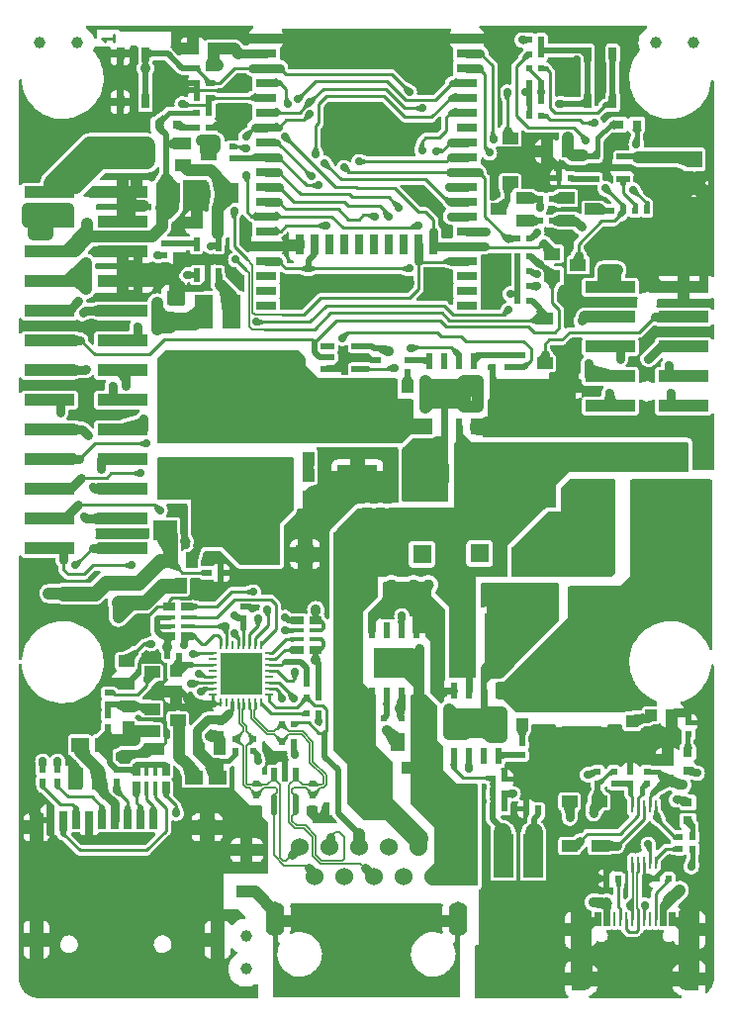
<source format=gbr>
%TF.GenerationSoftware,KiCad,Pcbnew,7.0.9-7.0.9~ubuntu22.04.1*%
%TF.CreationDate,2024-03-06T08:55:01+02:00*%
%TF.ProjectId,ESP32-PoE2_Rev_B,45535033-322d-4506-9f45-325f5265765f,B*%
%TF.SameCoordinates,PX4c4b3ffPYa21fe81*%
%TF.FileFunction,Copper,L1,Top*%
%TF.FilePolarity,Positive*%
%FSLAX46Y46*%
G04 Gerber Fmt 4.6, Leading zero omitted, Abs format (unit mm)*
G04 Created by KiCad (PCBNEW 7.0.9-7.0.9~ubuntu22.04.1) date 2024-03-06 08:55:01*
%MOMM*%
%LPD*%
G01*
G04 APERTURE LIST*
%ADD10C,0.254000*%
%TA.AperFunction,NonConductor*%
%ADD11C,0.254000*%
%TD*%
%TA.AperFunction,SMDPad,CuDef*%
%ADD12C,1.000000*%
%TD*%
%TA.AperFunction,SMDPad,CuDef*%
%ADD13R,4.250000X1.000000*%
%TD*%
%TA.AperFunction,ConnectorPad*%
%ADD14C,1.000000*%
%TD*%
%TA.AperFunction,SMDPad,CuDef*%
%ADD15R,1.400000X1.000000*%
%TD*%
%TA.AperFunction,SMDPad,CuDef*%
%ADD16R,0.500000X0.550000*%
%TD*%
%TA.AperFunction,SMDPad,CuDef*%
%ADD17R,1.016000X0.635000*%
%TD*%
%TA.AperFunction,SMDPad,CuDef*%
%ADD18R,1.016000X0.381000*%
%TD*%
%TA.AperFunction,SMDPad,CuDef*%
%ADD19R,0.550000X0.500000*%
%TD*%
%TA.AperFunction,SMDPad,CuDef*%
%ADD20R,1.270000X1.524000*%
%TD*%
%TA.AperFunction,SMDPad,CuDef*%
%ADD21R,1.016000X1.016000*%
%TD*%
%TA.AperFunction,SMDPad,CuDef*%
%ADD22R,1.524000X1.270000*%
%TD*%
%TA.AperFunction,SMDPad,CuDef*%
%ADD23R,0.800000X0.800000*%
%TD*%
%TA.AperFunction,ComponentPad*%
%ADD24O,1.600000X2.999999*%
%TD*%
%TA.AperFunction,ComponentPad*%
%ADD25C,1.524000*%
%TD*%
%TA.AperFunction,SMDPad,CuDef*%
%ADD26R,1.778000X1.016000*%
%TD*%
%TA.AperFunction,SMDPad,CuDef*%
%ADD27R,2.000000X1.700000*%
%TD*%
%TA.AperFunction,SMDPad,CuDef*%
%ADD28R,1.746000X1.192000*%
%TD*%
%TA.AperFunction,SMDPad,CuDef*%
%ADD29R,1.000000X1.400000*%
%TD*%
%TA.AperFunction,SMDPad,CuDef*%
%ADD30R,0.650000X1.050000*%
%TD*%
%TA.AperFunction,SMDPad,CuDef*%
%ADD31R,1.600000X3.000000*%
%TD*%
%TA.AperFunction,ComponentPad*%
%ADD32R,1.524000X1.524000*%
%TD*%
%TA.AperFunction,SMDPad,CuDef*%
%ADD33R,3.400000X2.200000*%
%TD*%
%TA.AperFunction,SMDPad,CuDef*%
%ADD34R,2.999999X5.000000*%
%TD*%
%TA.AperFunction,SMDPad,CuDef*%
%ADD35R,0.550000X1.200000*%
%TD*%
%TA.AperFunction,SMDPad,CuDef*%
%ADD36R,0.800000X0.250000*%
%TD*%
%TA.AperFunction,SMDPad,CuDef*%
%ADD37R,0.250000X0.800000*%
%TD*%
%TA.AperFunction,ComponentPad*%
%ADD38R,0.400000X0.400000*%
%TD*%
%TA.AperFunction,ComponentPad*%
%ADD39R,1.422400X1.422400*%
%TD*%
%TA.AperFunction,SMDPad,CuDef*%
%ADD40R,3.600000X3.600000*%
%TD*%
%TA.AperFunction,SMDPad,CuDef*%
%ADD41R,1.524000X1.778000*%
%TD*%
%TA.AperFunction,SMDPad,CuDef*%
%ADD42R,0.635000X1.016000*%
%TD*%
%TA.AperFunction,SMDPad,CuDef*%
%ADD43R,0.381000X1.016000*%
%TD*%
%TA.AperFunction,SMDPad,CuDef*%
%ADD44R,0.600000X1.400000*%
%TD*%
%TA.AperFunction,ComponentPad*%
%ADD45C,1.800000*%
%TD*%
%TA.AperFunction,SMDPad,CuDef*%
%ADD46R,3.500000X2.600000*%
%TD*%
%TA.AperFunction,SMDPad,CuDef*%
%ADD47R,3.400001X1.200000*%
%TD*%
%TA.AperFunction,SMDPad,CuDef*%
%ADD48R,1.800000X0.800000*%
%TD*%
%TA.AperFunction,SMDPad,CuDef*%
%ADD49R,0.800000X1.800000*%
%TD*%
%TA.AperFunction,ComponentPad*%
%ADD50C,0.700000*%
%TD*%
%TA.AperFunction,ComponentPad*%
%ADD51C,1.500000*%
%TD*%
%TA.AperFunction,SMDPad,CuDef*%
%ADD52R,3.900000X3.900000*%
%TD*%
%TA.AperFunction,SMDPad,CuDef*%
%ADD53R,1.200000X0.550000*%
%TD*%
%TA.AperFunction,ComponentPad*%
%ADD54R,1.400000X1.400000*%
%TD*%
%TA.AperFunction,ComponentPad*%
%ADD55C,1.400000*%
%TD*%
%TA.AperFunction,SMDPad,CuDef*%
%ADD56R,0.700000X1.600000*%
%TD*%
%TA.AperFunction,SMDPad,CuDef*%
%ADD57R,1.200000X1.400000*%
%TD*%
%TA.AperFunction,SMDPad,CuDef*%
%ADD58R,1.600000X1.400000*%
%TD*%
%TA.AperFunction,SMDPad,CuDef*%
%ADD59R,1.200000X2.200000*%
%TD*%
%TA.AperFunction,SMDPad,CuDef*%
%ADD60R,1.100000X2.200000*%
%TD*%
%TA.AperFunction,ComponentPad*%
%ADD61O,1.200000X2.200000*%
%TD*%
%TA.AperFunction,SMDPad,CuDef*%
%ADD62R,1.100000X2.000000*%
%TD*%
%TA.AperFunction,ComponentPad*%
%ADD63O,1.300000X2.000000*%
%TD*%
%TA.AperFunction,SMDPad,CuDef*%
%ADD64R,0.300000X1.150000*%
%TD*%
%TA.AperFunction,SMDPad,CuDef*%
%ADD65R,0.250000X1.150000*%
%TD*%
%TA.AperFunction,SMDPad,CuDef*%
%ADD66R,1.651000X3.683000*%
%TD*%
%TA.AperFunction,SMDPad,CuDef*%
%ADD67R,0.250000X1.000000*%
%TD*%
%TA.AperFunction,SMDPad,CuDef*%
%ADD68R,5.000000X2.999999*%
%TD*%
%TA.AperFunction,ViaPad*%
%ADD69C,0.900000*%
%TD*%
%TA.AperFunction,ViaPad*%
%ADD70C,0.700000*%
%TD*%
%TA.AperFunction,Conductor*%
%ADD71C,0.254000*%
%TD*%
%TA.AperFunction,Conductor*%
%ADD72C,0.609600*%
%TD*%
%TA.AperFunction,Conductor*%
%ADD73C,0.406400*%
%TD*%
%TA.AperFunction,Conductor*%
%ADD74C,0.508000*%
%TD*%
%TA.AperFunction,Conductor*%
%ADD75C,1.016000*%
%TD*%
%TA.AperFunction,Conductor*%
%ADD76C,1.270000*%
%TD*%
%TA.AperFunction,Conductor*%
%ADD77C,0.762000*%
%TD*%
%TA.AperFunction,Conductor*%
%ADD78C,0.965200*%
%TD*%
%TA.AperFunction,Conductor*%
%ADD79C,0.304800*%
%TD*%
%TA.AperFunction,Conductor*%
%ADD80C,2.032000*%
%TD*%
%TA.AperFunction,Conductor*%
%ADD81C,2.286000*%
%TD*%
%TA.AperFunction,Conductor*%
%ADD82C,1.397000*%
%TD*%
%TA.AperFunction,Conductor*%
%ADD83C,1.524000*%
%TD*%
%TA.AperFunction,Conductor*%
%ADD84C,1.778000*%
%TD*%
%TA.AperFunction,Conductor*%
%ADD85C,0.127000*%
%TD*%
%TA.AperFunction,Conductor*%
%ADD86C,0.165100*%
%TD*%
%TA.AperFunction,Conductor*%
%ADD87C,0.558800*%
%TD*%
G04 APERTURE END LIST*
D10*
D11*
X8362453Y82691202D02*
X8362453Y82110630D01*
X8362453Y82400916D02*
X7346453Y82400916D01*
X7346453Y82400916D02*
X7491596Y82304154D01*
X7491596Y82304154D02*
X7588358Y82207392D01*
X7588358Y82207392D02*
X7636739Y82110630D01*
D12*
X54800001Y82000001D03*
D13*
X50875001Y61080001D03*
X57125001Y61080001D03*
X50875001Y58540001D03*
X57125001Y58540001D03*
X50875001Y56000001D03*
X57125001Y56000001D03*
X50875001Y53460001D03*
X57125001Y53460001D03*
X50875001Y50920001D03*
X57125001Y50920001D03*
D14*
X58000001Y82000001D03*
D15*
X14269561Y73413961D03*
X14269561Y71511501D03*
X16479361Y72466541D03*
D16*
X16520001Y36650001D03*
X17536001Y36650001D03*
D17*
X25664001Y30046001D03*
X24140001Y30046001D03*
D18*
X25664001Y30935001D03*
X24140001Y30935001D03*
X25664001Y31697001D03*
X24140001Y31697001D03*
D17*
X25664001Y32586001D03*
X24140001Y32586001D03*
D16*
X43952001Y82270001D03*
X44968001Y82270001D03*
X44968001Y79830001D03*
X43952001Y79830001D03*
D19*
X3566001Y19759001D03*
X3566001Y18743001D03*
D14*
X19695001Y2741001D03*
D19*
X8646001Y19759001D03*
X8646001Y18743001D03*
D16*
X16508001Y79830001D03*
X15492001Y79830001D03*
X42936001Y61161001D03*
X43952001Y61161001D03*
D20*
X7122001Y18870001D03*
X5090001Y18870001D03*
D17*
X13091001Y33729001D03*
X14615001Y33729001D03*
D18*
X13091001Y32840001D03*
X14615001Y32840001D03*
X13091001Y32078001D03*
X14615001Y32078001D03*
D17*
X13091001Y31189001D03*
X14615001Y31189001D03*
D19*
X2296001Y19759001D03*
X2296001Y18743001D03*
D15*
X11642561Y25000001D03*
X11642561Y23097541D03*
X13852361Y24052581D03*
D21*
X13980001Y21537001D03*
X12202001Y21537001D03*
D19*
X17536001Y23823001D03*
X17536001Y22807001D03*
D16*
X24902001Y25982001D03*
X25918001Y25982001D03*
X24902001Y27125001D03*
X25918001Y27125001D03*
X24902001Y28268001D03*
X25918001Y28268001D03*
D22*
X15250001Y19124001D03*
X17282001Y19124001D03*
D21*
X47254001Y72718001D03*
X45476001Y72718001D03*
D16*
X47508001Y70432001D03*
X46492001Y70432001D03*
X15504001Y76020001D03*
X16520001Y76020001D03*
X53985001Y67638001D03*
X52969001Y67638001D03*
D23*
X53162001Y75000001D03*
X51638001Y75000001D03*
D16*
X43952001Y77036001D03*
X44968001Y77036001D03*
X43952001Y78560001D03*
X44968001Y78560001D03*
X15492001Y74750001D03*
X16508001Y74750001D03*
D19*
X20330001Y21410001D03*
X20330001Y22426001D03*
D16*
X43952001Y63701001D03*
X42936001Y63701001D03*
X13980001Y29538001D03*
X12964001Y29538001D03*
D24*
X22200001Y7050001D03*
X37800001Y7050001D03*
D25*
X24285001Y13190001D03*
X25555001Y10650001D03*
X26825001Y13190001D03*
X28095001Y10650001D03*
X29365001Y13190001D03*
X30635001Y10650001D03*
X31905001Y13190001D03*
X33175001Y10650001D03*
X34445001Y13190001D03*
X35715001Y10650001D03*
D21*
X13726001Y26490001D03*
X13726001Y28268001D03*
D26*
X19750001Y12901001D03*
X19750001Y9345001D03*
D27*
X30250001Y17250001D03*
D28*
X30377001Y17250001D03*
X35123001Y17250001D03*
D27*
X35250001Y17250001D03*
D19*
X57922001Y13028001D03*
X57922001Y14044001D03*
D22*
X13726001Y58113001D03*
X13726001Y60145001D03*
D19*
X43317001Y21029001D03*
X43317001Y22045001D03*
D29*
X15056961Y37757441D03*
X13154501Y37757441D03*
X14109541Y35547641D03*
D27*
X12750001Y40250001D03*
D28*
X12877001Y40250001D03*
X17623001Y40250001D03*
D27*
X17750001Y40250001D03*
D21*
X9662001Y23442001D03*
X9662001Y25220001D03*
X43317001Y25474001D03*
X43317001Y23696001D03*
D16*
X42936001Y62431001D03*
X43952001Y62431001D03*
D30*
X11075001Y81075001D03*
X11075001Y76925001D03*
X8925001Y81075001D03*
X8925001Y76925001D03*
D19*
X57541001Y22807001D03*
X57541001Y23823001D03*
D16*
X41793001Y17727001D03*
X40777001Y17727001D03*
X40777001Y18997001D03*
X41793001Y18997001D03*
X41793001Y16457001D03*
X40777001Y16457001D03*
D31*
X18482001Y59002001D03*
X16082001Y59002001D03*
D16*
X43952001Y65225001D03*
X42936001Y65225001D03*
D12*
X5217001Y81989001D03*
D16*
X44968001Y81020001D03*
X43952001Y81020001D03*
D25*
X29750001Y38250001D03*
D32*
X34750001Y38250001D03*
D33*
X48397001Y29255001D03*
X48397001Y22455001D03*
D25*
X43190001Y38301001D03*
D32*
X39690001Y38301001D03*
D34*
X58050001Y39000001D03*
X47450001Y39000001D03*
D19*
X12710001Y64844001D03*
X12710001Y63828001D03*
X13726001Y64844001D03*
X13726001Y63828001D03*
D21*
X17282001Y66622001D03*
X15504001Y66622001D03*
D27*
X18000001Y69162001D03*
D28*
X17873001Y69162001D03*
X13127001Y69162001D03*
D27*
X13000001Y69162001D03*
D35*
X15443001Y62147001D03*
X16393001Y62147001D03*
X17343001Y62147001D03*
X17343001Y64747001D03*
X15443001Y64747001D03*
D16*
X23759001Y22172001D03*
X22743001Y22172001D03*
X27569001Y16711001D03*
X26553001Y16711001D03*
D19*
X18806001Y21410001D03*
X18806001Y22426001D03*
D23*
X57500001Y21262001D03*
X57500001Y19738001D03*
X57500001Y17004001D03*
X57500001Y15480001D03*
D16*
X23759001Y23696001D03*
X22743001Y23696001D03*
D30*
X48925001Y76925001D03*
X48925001Y81075001D03*
X51075001Y76925001D03*
X51075001Y81075001D03*
D14*
X2000001Y82000001D03*
D15*
X45250001Y54600001D03*
X45250001Y58400001D03*
D19*
X19441001Y32713001D03*
X19441001Y33729001D03*
X20584001Y17600001D03*
X20584001Y18616001D03*
X25410001Y17600001D03*
X25410001Y18616001D03*
D35*
X23947001Y19408001D03*
X22997001Y19408001D03*
X22047001Y19408001D03*
X22047001Y16808001D03*
X23947001Y16808001D03*
D36*
X21700001Y26250001D03*
X21700001Y26750001D03*
X21700001Y27250001D03*
X21700001Y27750001D03*
X21700001Y28250001D03*
X21700001Y28750001D03*
X21700001Y29250001D03*
X21700001Y29750001D03*
D37*
X21000001Y30450001D03*
X20500001Y30450001D03*
X20000001Y30450001D03*
X19500001Y30450001D03*
X19000001Y30450001D03*
X18500001Y30450001D03*
X18000001Y30450001D03*
X17500001Y30450001D03*
D36*
X16800001Y29750001D03*
X16800001Y29250001D03*
X16800001Y28750001D03*
X16800001Y28250001D03*
X16800001Y27750001D03*
X16800001Y27250001D03*
X16800001Y26750001D03*
X16800001Y26250001D03*
D37*
X17500001Y25550001D03*
X18000001Y25550001D03*
X18500001Y25550001D03*
X19000001Y25550001D03*
X19500001Y25550001D03*
X20000001Y25550001D03*
X20500001Y25550001D03*
X21000001Y25550001D03*
D38*
X18750001Y26700001D03*
X19750001Y26700001D03*
X17950001Y27500001D03*
X20550001Y27500001D03*
D39*
X19250001Y28000001D03*
D40*
X19250001Y28000001D03*
D38*
X17950001Y28500001D03*
X20550001Y28500001D03*
X18750001Y29300001D03*
X19750001Y29300001D03*
D16*
X24902001Y24585001D03*
X25918001Y24585001D03*
D21*
X15631001Y21537001D03*
X17409001Y21537001D03*
D41*
X40904001Y29411001D03*
X38110001Y29411001D03*
D21*
X31734001Y20000001D03*
X33512001Y20000001D03*
D16*
X16508001Y77290001D03*
X15492001Y77290001D03*
D42*
X10297001Y18235001D03*
X10297001Y19759001D03*
D43*
X11186001Y18235001D03*
X11186001Y19759001D03*
X11948001Y18235001D03*
X11948001Y19759001D03*
D42*
X12837001Y18235001D03*
X12837001Y19759001D03*
D44*
X41300001Y26550001D03*
X40030001Y26550001D03*
X38760001Y26550001D03*
X37490001Y26550001D03*
X37490001Y20950001D03*
X38760001Y20950001D03*
X40030001Y20950001D03*
X41300001Y20950001D03*
D45*
X39395001Y23750001D03*
D46*
X39395001Y23750001D03*
D47*
X46250001Y46350001D03*
X46250001Y52650001D03*
D21*
X54366001Y24458001D03*
X56144001Y24458001D03*
X52715001Y23950001D03*
X52715001Y25728001D03*
D48*
X21400001Y82400001D03*
X21400001Y81130001D03*
X21400001Y79860001D03*
X21400001Y78590001D03*
X21400001Y77320001D03*
X21400001Y76050001D03*
X21400001Y74780001D03*
X21400001Y73510001D03*
X21400001Y72240001D03*
X21400001Y70970001D03*
X21400001Y69700001D03*
X21400001Y68430001D03*
X21400001Y67160001D03*
X21400001Y65890001D03*
X21400001Y64620001D03*
D49*
X24285001Y64740001D03*
D48*
X21400001Y63350001D03*
D49*
X25555001Y64740001D03*
D48*
X21400001Y62080001D03*
D49*
X26825001Y64740001D03*
D48*
X21400001Y60810001D03*
D49*
X28095001Y64740001D03*
D48*
X21400001Y59540001D03*
D49*
X29365001Y64740001D03*
X30635001Y64740001D03*
D48*
X38600001Y59540001D03*
D49*
X31905001Y64740001D03*
D48*
X38600001Y60810001D03*
D49*
X33175001Y64740001D03*
D48*
X38600001Y62080001D03*
D49*
X34445001Y64740001D03*
D48*
X38600001Y63350001D03*
D49*
X35715001Y64740001D03*
D48*
X38600001Y64620001D03*
X38600001Y65890001D03*
X38600001Y67160001D03*
X38600001Y68430001D03*
X38600001Y69700001D03*
X38600001Y70970001D03*
X38600001Y72240001D03*
X38600001Y73510001D03*
X38600001Y74780001D03*
X38600001Y76050001D03*
X38600001Y77320001D03*
X38600001Y78590001D03*
X38600001Y79860001D03*
X38600001Y81130001D03*
X38600001Y82400001D03*
D50*
X27100001Y75300001D03*
X27100001Y73900001D03*
X27800001Y76000001D03*
X27800001Y73200001D03*
D51*
X28500001Y74600001D03*
D52*
X28500001Y74600001D03*
D50*
X29200001Y76000001D03*
X29200001Y73200001D03*
X29900001Y75300001D03*
X29900001Y73900001D03*
D12*
X19695001Y5535001D03*
D19*
X30998001Y54811001D03*
X30998001Y55827001D03*
X18552001Y72083001D03*
X18552001Y73099001D03*
D53*
X26700001Y56015001D03*
X26700001Y55065001D03*
X26700001Y54115001D03*
X29300001Y54115001D03*
X29300001Y56015001D03*
D54*
X58035681Y72028701D03*
D55*
X58038221Y69999241D03*
D53*
X51983001Y70371001D03*
X51983001Y71321001D03*
X51983001Y72271001D03*
X49383001Y72271001D03*
X49383001Y70371001D03*
D16*
X44968001Y75766001D03*
X43952001Y75766001D03*
D15*
X9443561Y29090961D03*
X9443561Y27188501D03*
X11653361Y28143541D03*
D19*
X7884001Y23442001D03*
X7884001Y24458001D03*
X7884001Y25347001D03*
X7884001Y26363001D03*
D16*
X16508001Y78560001D03*
X15492001Y78560001D03*
D22*
X7503001Y21918001D03*
X5471001Y21918001D03*
D23*
X13762001Y75000001D03*
X12238001Y75000001D03*
D44*
X30460001Y26150001D03*
X31730001Y26150001D03*
X33000001Y26150001D03*
X34270001Y26150001D03*
X34270001Y31750001D03*
X33000001Y31750001D03*
X31730001Y31750001D03*
X30460001Y31750001D03*
D45*
X32365001Y28950001D03*
D46*
X32365001Y28950001D03*
D20*
X34681001Y22172001D03*
X32649001Y22172001D03*
D16*
X42936001Y59891001D03*
X43952001Y59891001D03*
X33030001Y24200001D03*
X34046001Y24200001D03*
X30490001Y24200001D03*
X31506001Y24200001D03*
D15*
X42301001Y70056001D03*
X42301001Y73856001D03*
X43535441Y66815041D03*
X43535441Y68717501D03*
X41325641Y67762461D03*
X47162561Y68714961D03*
X47162561Y66812501D03*
X49372361Y67767541D03*
D21*
X55750001Y18870001D03*
X55750001Y20648001D03*
D25*
X21250001Y38250001D03*
D32*
X24750001Y38250001D03*
D16*
X45857001Y66749001D03*
X44841001Y66749001D03*
D56*
X11750001Y15500001D03*
X10650001Y15500001D03*
X9550001Y15500001D03*
X8450001Y15500001D03*
X7350001Y15500001D03*
X6250001Y15500001D03*
X5150001Y15500001D03*
X4050001Y15500001D03*
X2950001Y15500001D03*
D57*
X1750001Y14870001D03*
D58*
X16350001Y14870001D03*
D59*
X1750001Y5270001D03*
X17250001Y5270001D03*
D16*
X44714001Y16457001D03*
X43698001Y16457001D03*
D19*
X43317001Y54250001D03*
X43317001Y55266001D03*
D41*
X35853001Y46500002D03*
X38647001Y46500002D03*
D47*
X42250001Y46350001D03*
X42250001Y52650001D03*
D19*
X49794001Y18616001D03*
X49794001Y19632001D03*
X52588001Y18616001D03*
X52588001Y19632001D03*
D16*
X54874001Y10500001D03*
X55890001Y10500001D03*
D19*
X42047001Y54250001D03*
X42047001Y55266001D03*
D21*
X33538001Y50747001D03*
X33538001Y52525001D03*
D41*
X40904001Y32332001D03*
X38110001Y32332001D03*
D44*
X35345001Y49150001D03*
X36615001Y49150001D03*
X37885001Y49150001D03*
X39155001Y49150001D03*
X39155001Y54750001D03*
X37885001Y54750001D03*
X36615001Y54750001D03*
X35345001Y54750001D03*
D45*
X37250001Y51950001D03*
D46*
X37250001Y51950001D03*
D33*
X29220001Y51539001D03*
X29220001Y44739001D03*
D60*
X57927601Y6098001D03*
D61*
X57320001Y6098001D03*
X48680001Y6098001D03*
D60*
X48072401Y6098001D03*
D62*
X57927601Y1918001D03*
D63*
X57320001Y1918001D03*
X48680001Y1918001D03*
D62*
X48072401Y1918001D03*
D64*
X49675001Y7000001D03*
X50475001Y7000001D03*
D65*
X51750001Y7000001D03*
X52750001Y7000001D03*
X53250001Y7000001D03*
X54250001Y7000001D03*
D64*
X55525001Y7000001D03*
X56325001Y7000001D03*
X56075001Y7000001D03*
X55275001Y7000001D03*
D65*
X54750001Y7000001D03*
X53750001Y7000001D03*
X52250001Y7000001D03*
X51250001Y7000001D03*
D64*
X50725001Y7000001D03*
X49925001Y7000001D03*
D19*
X33538001Y54811001D03*
X33538001Y53795001D03*
D16*
X50556001Y10500001D03*
X51572001Y10500001D03*
D41*
X35853001Y43750001D03*
X38647001Y43750001D03*
D15*
X47381001Y17087001D03*
X47381001Y13287001D03*
D66*
X44270001Y12432301D03*
X41730001Y12432301D03*
D21*
X25029001Y44905001D03*
X25029001Y43127001D03*
D15*
X45900001Y63950001D03*
X45900001Y62050001D03*
X48100001Y63000001D03*
X49921001Y13287001D03*
X49921001Y17087001D03*
D13*
X2875001Y69240001D03*
X9125001Y69240001D03*
X2875001Y66700001D03*
X9125001Y66700001D03*
X2875001Y64160001D03*
X9125001Y64160001D03*
X2875001Y61620001D03*
X9125001Y61620001D03*
X2875001Y59080001D03*
X9125001Y59080001D03*
X2875001Y56540001D03*
X9125001Y56540001D03*
X2875001Y54000001D03*
X9125001Y54000001D03*
X2875001Y51460001D03*
X9125001Y51460001D03*
X2875001Y48920001D03*
X9125001Y48920001D03*
X2875001Y46380001D03*
X9125001Y46380001D03*
X2875001Y43840001D03*
X9125001Y43840001D03*
X2875001Y41300001D03*
X9125001Y41300001D03*
X2875001Y38760001D03*
X9125001Y38760001D03*
D67*
X52750001Y11850001D03*
X53250001Y11850001D03*
X53750001Y11850001D03*
X54250001Y11850001D03*
X54750001Y11850001D03*
X54750001Y16650001D03*
X54250001Y16650001D03*
X53750001Y16650001D03*
X53250001Y16650001D03*
X52750001Y16650001D03*
D19*
X51191001Y18616001D03*
X51191001Y19632001D03*
D21*
X25029001Y46429001D03*
X25029001Y48207001D03*
D19*
X40777001Y55266001D03*
X40777001Y54250001D03*
D21*
X16881001Y81481001D03*
X15103001Y81481001D03*
D19*
X53985001Y19632001D03*
X53985001Y18616001D03*
X56779001Y14044001D03*
X56779001Y13028001D03*
D68*
X18000001Y54189001D03*
X18000001Y43589001D03*
D16*
X50937001Y67638001D03*
X51953001Y67638001D03*
X44841001Y68654001D03*
X45857001Y68654001D03*
D69*
X2804001Y34872001D03*
X6055201Y66495001D03*
X6106001Y65225001D03*
X4074001Y34872001D03*
X13472001Y67892001D03*
X12329001Y67892001D03*
X47254001Y73861001D03*
X46111001Y21029001D03*
D70*
X9281001Y57732001D03*
D69*
X10424001Y63066001D03*
X4074001Y33221001D03*
X50683001Y71321001D03*
X49667001Y48842001D03*
X36078001Y27506001D03*
X47381001Y14552001D03*
X24521001Y82370001D03*
X48778001Y20521001D03*
X58811001Y46175001D03*
X41031001Y1090001D03*
X26426001Y15949001D03*
X45476001Y17981001D03*
X53350001Y66495001D03*
X52588001Y76528001D03*
X1534001Y16076001D03*
X44841001Y22426001D03*
X54620001Y62431001D03*
X9281001Y63066001D03*
X10424001Y60526001D03*
X58811001Y49223001D03*
X45984001Y51382001D03*
X34046001Y34237001D03*
X31633001Y75893001D03*
X8900001Y79830001D03*
X32141001Y35634001D03*
X19822001Y82370001D03*
X19695001Y66114001D03*
X58811001Y62431001D03*
X14361001Y1090001D03*
D70*
X7249001Y52652001D03*
D69*
X3185001Y73861001D03*
X44587001Y48842001D03*
X16774001Y22680001D03*
X48524001Y48842001D03*
X8265001Y3757001D03*
X46873001Y82497001D03*
X29601001Y82370001D03*
X50683001Y72845001D03*
X32141001Y34237001D03*
X41031001Y4138001D03*
X47381001Y20521001D03*
X27061001Y82370001D03*
X58811001Y65352001D03*
X12329001Y7948001D03*
X16012001Y13155001D03*
X56017001Y48842001D03*
X51445001Y21918001D03*
X14742001Y25855001D03*
D70*
X44968001Y77798001D03*
D69*
X57033001Y74877001D03*
X50683001Y1217001D03*
X30617001Y43000001D03*
X1153001Y19251001D03*
X45984001Y50112001D03*
X32014001Y82370001D03*
X50810001Y48842001D03*
X16012001Y82878001D03*
X28331001Y43000001D03*
X46111001Y19886001D03*
X14488001Y39317001D03*
X10932001Y68019001D03*
X14488001Y77925001D03*
X57414001Y24712001D03*
X31760001Y43000001D03*
D70*
X48016001Y80592001D03*
D69*
X45984001Y13155001D03*
X58938001Y13155001D03*
X45984001Y14552001D03*
X1661001Y7694001D03*
D70*
X17155001Y74877001D03*
D69*
X34173001Y82370001D03*
X4836001Y20267001D03*
X43698001Y2741001D03*
X52715001Y82497001D03*
X1153001Y33221001D03*
X16774001Y63447001D03*
X31125001Y33221001D03*
X41031001Y8837001D03*
X55509001Y1217001D03*
X6250001Y13790001D03*
D70*
X25918001Y23950001D03*
D69*
X16012001Y9599001D03*
X46238001Y3884001D03*
X52969001Y2741001D03*
X27569001Y41730001D03*
X44587001Y51382001D03*
X14107001Y66495001D03*
X35316001Y35634001D03*
X9154001Y70305001D03*
X17917001Y14933001D03*
X9789001Y68019001D03*
D70*
X37094001Y65606001D03*
D69*
X4328001Y10107001D03*
X8138001Y11631001D03*
X6106001Y1090001D03*
X36586001Y26363001D03*
X50048001Y82497001D03*
X44841001Y19886001D03*
X45984001Y48842001D03*
X51191001Y4773001D03*
X8773001Y78687001D03*
X10297001Y70305001D03*
X2042001Y1090001D03*
X46111001Y22455001D03*
X26807001Y40841001D03*
X3947001Y24204001D03*
X44587001Y50112001D03*
X18044001Y1090001D03*
D70*
X20203001Y33602001D03*
D69*
X47635001Y55954001D03*
X11186001Y21283001D03*
X12202001Y11631001D03*
X56906001Y65352001D03*
X13980001Y81481001D03*
X8265001Y7948001D03*
X35443001Y61415001D03*
X50556001Y15314001D03*
X1153001Y75639001D03*
X55128001Y75004001D03*
X59065001Y26363001D03*
D70*
X10170001Y39952001D03*
D69*
X31633001Y73734001D03*
X1153001Y24204001D03*
X28077001Y55319001D03*
X26426001Y41984001D03*
X11694001Y29538001D03*
X46492001Y7567001D03*
X44841001Y21156001D03*
X25664001Y29157001D03*
X40396001Y63193001D03*
X27188001Y43000001D03*
X19695001Y64971001D03*
X58811001Y8202001D03*
D70*
X8519001Y39952001D03*
D69*
X34046001Y35634001D03*
X33665001Y61415001D03*
X55763001Y4265001D03*
X35824001Y32459001D03*
X43698001Y17981001D03*
X1788001Y12901001D03*
X35570001Y33983001D03*
X35824001Y31189001D03*
X47381001Y50112001D03*
X40777001Y82497001D03*
X41031001Y69035001D03*
X47381001Y48842001D03*
X54620001Y63701001D03*
X45222001Y8837001D03*
X47381001Y51382001D03*
X15504001Y4773001D03*
X54112001Y10488001D03*
X46365001Y71321001D03*
X9281001Y60526001D03*
X1153001Y72337001D03*
X52842001Y21918001D03*
X42809001Y71956001D03*
X35189001Y74750001D03*
X58811001Y47699001D03*
X19695001Y14171001D03*
X29474001Y43000001D03*
X43698001Y5916001D03*
X7376001Y13790001D03*
X22552501Y20965501D03*
X49794001Y10500001D03*
X58811001Y4011001D03*
X55636001Y57224001D03*
X10551001Y1090001D03*
D70*
X58303001Y19505001D03*
X23759001Y25855001D03*
D69*
X15885001Y73607001D03*
X17028001Y73607001D03*
D70*
X49540001Y75131001D03*
X33665001Y77798001D03*
X42047001Y77798001D03*
D69*
X11075001Y79830001D03*
D70*
X5344001Y59891001D03*
D69*
X33157001Y6805001D03*
X27569001Y1471001D03*
X30000001Y4150001D03*
X36586001Y1471001D03*
X27569001Y6805001D03*
X23505001Y1471001D03*
X33157001Y1471001D03*
X57033001Y18489001D03*
X56779001Y9472001D03*
X8773001Y34110001D03*
X8773001Y32840001D03*
X50556001Y8456001D03*
X49413001Y8456001D03*
X55890001Y8583001D03*
X12075001Y58621001D03*
X12075001Y59764001D03*
X51445001Y62558001D03*
D70*
X42301001Y60526001D03*
D69*
X17282001Y80084001D03*
D70*
X12075001Y63828001D03*
D69*
X5979001Y63175301D03*
D70*
X44587001Y65733001D03*
X43317001Y82243001D03*
D69*
X5979001Y60907001D03*
D70*
X48911489Y19371513D03*
D69*
X10170001Y22299001D03*
X12075001Y57478001D03*
X50302001Y62558001D03*
X9027001Y22299001D03*
X5979001Y62050001D03*
D70*
X20711001Y20521001D03*
X23886001Y21029001D03*
D69*
X16647001Y20267001D03*
D70*
X57795001Y11504001D03*
D69*
X29474001Y49477001D03*
X30617001Y48334001D03*
X28331001Y48334001D03*
X30617001Y49477001D03*
X28331001Y49477001D03*
X31760001Y49477001D03*
X31760001Y48334001D03*
X29474001Y48334001D03*
D70*
X52842001Y69416001D03*
X53096001Y73308301D03*
X48778001Y73607001D03*
X50429001Y69543001D03*
X27950001Y56716001D03*
D69*
X2169001Y67765001D03*
X1534001Y65606001D03*
X3312001Y67765001D03*
X4455001Y67765001D03*
X1026001Y67765001D03*
X2677001Y65606001D03*
D70*
X35570001Y25220001D03*
X34935001Y25728001D03*
X34554001Y27379001D03*
X34554001Y30173001D03*
X34554001Y29284001D03*
X34554001Y28268001D03*
X25918001Y69797001D03*
X10932001Y49858001D03*
X7249001Y45540001D03*
X25283001Y70559001D03*
X5725001Y58875001D03*
X14234001Y76775901D03*
D69*
X49667001Y26363001D03*
X48524001Y26363001D03*
X49667001Y25220001D03*
X47381001Y26363001D03*
X47381001Y25220001D03*
X48524001Y25220001D03*
X49667001Y27506001D03*
X48524001Y27506001D03*
X47381001Y27506001D03*
D70*
X22743001Y25855001D03*
X56525001Y17219001D03*
X18679001Y32967001D03*
D69*
X31894701Y55614421D03*
X25664001Y33475001D03*
X14615001Y20267001D03*
X12964001Y30300001D03*
D70*
X40239001Y65890001D03*
X44587001Y63193001D03*
X25156001Y75893001D03*
X19695001Y73988001D03*
X9408001Y52652001D03*
X43569932Y77798001D03*
X25156001Y76909001D03*
X8265001Y52652001D03*
X46492001Y76782001D03*
X34808001Y76401001D03*
X2296001Y20521001D03*
X55890001Y54430001D03*
X13726001Y16076001D03*
X45222001Y64844001D03*
X3820001Y50366001D03*
X22997001Y73988001D03*
X10424001Y57732001D03*
X18806001Y63447001D03*
X23251001Y76789364D03*
X25664001Y72464001D03*
X49413001Y16076001D03*
X6169501Y48397501D03*
X24140001Y77163001D03*
X47381001Y15695001D03*
X5979001Y54049001D03*
X20584001Y58113001D03*
X11186001Y47699001D03*
X42174001Y59129001D03*
X48397001Y58240001D03*
X37221001Y67160001D03*
X28077001Y71321001D03*
X56017001Y52017001D03*
X10678001Y45159001D03*
X42047001Y65225001D03*
X26426001Y71702001D03*
X6614001Y44016001D03*
X19695001Y72972001D03*
X44587001Y61161001D03*
X51699001Y54938001D03*
X37221001Y68400001D03*
X17917001Y32078001D03*
X30744001Y67130001D03*
X32776001Y67892001D03*
X22997001Y31716301D03*
X20711001Y32738401D03*
X14361001Y30427001D03*
X29347001Y71829001D03*
X31887001Y67130001D03*
X22997001Y32840001D03*
X21473001Y33475001D03*
X15790630Y26503985D03*
X40523001Y72591001D03*
X35951001Y72718001D03*
X14996001Y27125001D03*
X34744501Y72781501D03*
X15631001Y28014001D03*
X15123001Y29665001D03*
X40904001Y73734001D03*
X32395001Y54176001D03*
X37094001Y69700001D03*
X23886001Y28141001D03*
X11567001Y30554001D03*
X12329001Y41984001D03*
X26553001Y66368001D03*
X8646001Y17981001D03*
X5852001Y41476001D03*
X37251001Y63320001D03*
X49032001Y54557001D03*
X18679001Y67638001D03*
X33665001Y62685001D03*
X44587001Y62177001D03*
X9916001Y37285001D03*
X25029001Y62685001D03*
X54112001Y54938001D03*
X3566001Y20521001D03*
X34427001Y66368001D03*
X50810001Y52017001D03*
X5090001Y37285001D03*
X19695001Y70686001D03*
X14615001Y62147001D03*
X16647001Y64590001D03*
D69*
X31760001Y23188001D03*
D70*
X52588001Y8202001D03*
X53858001Y8202001D03*
D69*
X32877362Y25026140D03*
X7757001Y73226001D03*
X10043001Y71956001D03*
X11186001Y71956001D03*
D70*
X42555001Y17727001D03*
D69*
X8900001Y73226001D03*
X11186001Y73226001D03*
X8900001Y71956001D03*
X7757001Y71956001D03*
X10043001Y73226001D03*
D70*
X54112001Y13409001D03*
X44841001Y67892001D03*
X48397001Y66241001D03*
X54874001Y15695001D03*
D69*
X42301001Y32586001D03*
X42301001Y31443001D03*
X42301001Y29157001D03*
X41539001Y23569001D03*
X37094001Y23950001D03*
X42301001Y33729001D03*
X42301001Y30300001D03*
X37094001Y24966001D03*
X41539001Y22553001D03*
X41539001Y24712001D03*
X37094001Y22807001D03*
X41158001Y30935001D03*
D70*
X20330001Y34999001D03*
X18679001Y31443001D03*
D69*
X35951001Y47826001D03*
X35062001Y50747001D03*
X39497282Y50874001D03*
X39497282Y51961006D03*
X39507001Y53033001D03*
X35062001Y51890001D03*
X35443001Y45159001D03*
X35062001Y53033001D03*
X36586001Y45159001D03*
D70*
X38745001Y19886001D03*
X33792001Y55827001D03*
X33030001Y32967001D03*
D71*
X10551001Y29157001D02*
X10932001Y29538001D01*
D72*
X10398601Y28115601D02*
X9471501Y27188501D01*
X9471501Y27188501D02*
X9443561Y27188501D01*
D71*
X10398601Y28115601D02*
X10551001Y28268001D01*
X10551001Y28268001D02*
X10551001Y29157001D01*
X10932001Y29538001D02*
X11694001Y29538001D01*
X12202001Y21537001D02*
X12735401Y22070401D01*
X12735401Y22070401D02*
X12735401Y23975401D01*
X11948001Y29538001D02*
X12710001Y28776001D01*
X11694001Y29538001D02*
X11948001Y29538001D01*
D73*
X15504001Y76020001D02*
X13091001Y76020001D01*
D74*
X16012001Y36650001D02*
X16520001Y36650001D01*
D75*
X4279001Y64160001D02*
X6106001Y65987001D01*
D74*
X12837001Y69325001D02*
X12837001Y73353001D01*
D75*
X13063061Y37666001D02*
X13154501Y37757441D01*
D76*
X10492452Y35837201D02*
X7706201Y35837201D01*
D74*
X13154501Y37757441D02*
X13154501Y37729501D01*
D75*
X4074001Y34872001D02*
X2804001Y34872001D01*
D76*
X12557601Y37666001D02*
X12321252Y37666001D01*
D74*
X48590001Y72271001D02*
X48524001Y72337001D01*
X13154501Y37729501D02*
X13853001Y37031001D01*
D75*
X47635001Y72337001D02*
X48524001Y72337001D01*
D76*
X6741001Y34872001D02*
X4074001Y34872001D01*
D75*
X47254001Y72718001D02*
X47635001Y72337001D01*
D71*
X13853001Y37031001D02*
X14234001Y36650001D01*
D73*
X12238001Y75167001D02*
X12238001Y75000001D01*
D75*
X12557601Y37666001D02*
X13063061Y37666001D01*
D71*
X14234001Y36650001D02*
X16012001Y36650001D01*
D75*
X12964001Y67384001D02*
X12506801Y67384001D01*
X6106001Y65225001D02*
X6106001Y65987001D01*
X47254001Y73861001D02*
X47254001Y72718001D01*
X12506801Y67384001D02*
X12506801Y68668801D01*
X6106001Y66444201D02*
X6055201Y66495001D01*
D73*
X49728001Y72271001D02*
X49794001Y72337001D01*
X49794001Y72337001D02*
X49794001Y73861001D01*
D75*
X13472001Y68817001D02*
X13472001Y67892001D01*
D73*
X13091001Y76020001D02*
X12238001Y75167001D01*
D75*
X6106001Y65225001D02*
X6309201Y65428201D01*
D74*
X12837001Y74115001D02*
X12238001Y74714001D01*
D75*
X5041001Y64160001D02*
X6106001Y65225001D01*
D76*
X7706201Y35837201D02*
X6741001Y34872001D01*
D73*
X50933001Y75000001D02*
X51638001Y75000001D01*
D75*
X13472001Y67892001D02*
X12964001Y67384001D01*
X6106001Y65987001D02*
X6106001Y66444201D01*
D73*
X49383001Y72271001D02*
X49728001Y72271001D01*
D76*
X13154501Y37757441D02*
X13154501Y39845501D01*
D75*
X13127001Y69162001D02*
X13472001Y68817001D01*
D74*
X14208601Y73353001D02*
X12837001Y73353001D01*
D75*
X2875001Y64160001D02*
X5041001Y64160001D01*
X13154501Y39845501D02*
X12750001Y40250001D01*
D74*
X12238001Y74714001D02*
X12238001Y75000001D01*
D75*
X2875001Y64160001D02*
X4279001Y64160001D01*
X13000001Y68364001D02*
X13000001Y69162001D01*
D74*
X14269561Y73413961D02*
X14208601Y73353001D01*
D73*
X49794001Y73861001D02*
X50933001Y75000001D01*
D74*
X13000001Y69162001D02*
X12837001Y69325001D01*
D75*
X12506801Y66291801D02*
X12506801Y67384001D01*
D76*
X12321252Y37666001D02*
X10492452Y35837201D01*
D75*
X12506801Y68668801D02*
X13000001Y69162001D01*
X6309201Y65428201D02*
X11643201Y65428201D01*
X11643201Y65428201D02*
X12506801Y66291801D01*
D74*
X12837001Y73353001D02*
X12837001Y74115001D01*
X49383001Y72271001D02*
X48590001Y72271001D01*
D75*
X13472001Y67892001D02*
X13000001Y68364001D01*
D77*
X10424001Y64160001D02*
X9125001Y64160001D01*
X9125001Y66700001D02*
X9613001Y66700001D01*
D74*
X13726001Y63701001D02*
X13980001Y63447001D01*
X41414001Y52650001D02*
X40777001Y53287001D01*
D71*
X52007401Y11377001D02*
X52207001Y11177401D01*
D74*
X39155001Y49150001D02*
X39561001Y49150001D01*
D71*
X13091001Y33729001D02*
X12070333Y33729001D01*
X9125001Y61620001D02*
X9125001Y62910001D01*
D77*
X20046001Y64620001D02*
X21400001Y64620001D01*
D78*
X16774001Y63447001D02*
X13980001Y63447001D01*
D72*
X15123001Y25474001D02*
X14742001Y25855001D01*
D75*
X9125001Y70276001D02*
X9125001Y69240001D01*
D74*
X30164201Y55065001D02*
X30418201Y54811001D01*
D79*
X56711001Y7000001D02*
X57320001Y6391001D01*
D77*
X10424001Y63066001D02*
X9281001Y63066001D01*
D74*
X48680001Y1918001D02*
X48072401Y1918001D01*
D71*
X43952001Y79703001D02*
X43952001Y79830001D01*
D75*
X9789001Y69240001D02*
X9789001Y68019001D01*
D71*
X14742001Y34491001D02*
X15504001Y35253001D01*
D75*
X13980001Y62947401D02*
X13590601Y62558001D01*
D77*
X57125001Y61080001D02*
X55234401Y61080001D01*
D75*
X41031001Y51890001D02*
X41031001Y50747001D01*
D74*
X49675001Y6906501D02*
X48866501Y6098001D01*
D71*
X9125001Y62910001D02*
X9281001Y63066001D01*
D77*
X56398001Y24712001D02*
X57414001Y24712001D01*
D74*
X56325001Y6878001D02*
X57105001Y6098001D01*
D77*
X9125001Y64160001D02*
X9125001Y63222001D01*
D74*
X1534001Y16076001D02*
X1750001Y15860001D01*
D77*
X24491001Y82400001D02*
X24521001Y82370001D01*
X40680001Y82400001D02*
X40777001Y82497001D01*
D71*
X17500001Y25550001D02*
X17424001Y25474001D01*
D79*
X26121201Y30935001D02*
X26349801Y30706401D01*
D80*
X48299001Y22455001D02*
X47381001Y21537001D01*
D75*
X47000001Y51763001D02*
X41158001Y51763001D01*
D77*
X9281001Y60526001D02*
X10424001Y60526001D01*
D74*
X8925001Y76925001D02*
X8925001Y81075001D01*
X48680001Y6098001D02*
X48072401Y6098001D01*
D77*
X10424001Y60526001D02*
X10424001Y61317001D01*
D71*
X9125001Y60682001D02*
X9281001Y60526001D01*
D77*
X45476001Y72210001D02*
X46365001Y71321001D01*
D71*
X41285001Y76782001D02*
X41412001Y76655001D01*
D79*
X49227001Y7000001D02*
X48680001Y6453001D01*
D75*
X44841001Y22426001D02*
X44870001Y22455001D01*
D79*
X48680001Y6453001D02*
X48680001Y6098001D01*
D74*
X25918001Y23950001D02*
X25918001Y24585001D01*
D73*
X54874001Y10500001D02*
X54124001Y10500001D01*
D71*
X50556001Y10932501D02*
X51000501Y11377001D01*
D77*
X9613001Y66700001D02*
X9789001Y66876001D01*
D75*
X17028001Y22680001D02*
X16774001Y22680001D01*
X34681001Y32459001D02*
X35824001Y32459001D01*
D81*
X47381001Y21537001D02*
X47381001Y20521001D01*
D75*
X47381001Y51382001D02*
X47000001Y51763001D01*
D74*
X17028001Y74750001D02*
X16508001Y74750001D01*
X25918001Y27125001D02*
X25918001Y25982001D01*
D75*
X9125001Y61620001D02*
X9125001Y60682001D01*
X34554001Y32332001D02*
X34681001Y32459001D01*
X10932001Y68019001D02*
X9789001Y68019001D01*
D74*
X25664001Y30046001D02*
X25664001Y29157001D01*
D79*
X26045001Y30046001D02*
X25664001Y30046001D01*
D74*
X1534001Y16076001D02*
X2110001Y15500001D01*
D80*
X48397001Y22455001D02*
X50908001Y22455001D01*
D75*
X46250001Y52650001D02*
X47381001Y52650001D01*
D71*
X16800001Y25575001D02*
X16800001Y26250001D01*
D77*
X10424001Y61317001D02*
X10121001Y61620001D01*
D75*
X12202001Y21537001D02*
X11440001Y21537001D01*
D77*
X38570001Y82370001D02*
X34173001Y82370001D01*
D74*
X52651501Y71321001D02*
X51983001Y71321001D01*
D71*
X49286001Y63701001D02*
X49286001Y62050001D01*
D74*
X28077001Y54938001D02*
X27254001Y54115001D01*
X22997001Y20521001D02*
X22997001Y19408001D01*
D75*
X53477001Y70813001D02*
X56017001Y70813001D01*
D72*
X16901001Y25474001D02*
X15123001Y25474001D01*
D80*
X29220001Y44739001D02*
X27608001Y43127001D01*
D75*
X9125001Y69240001D02*
X9789001Y69240001D01*
D74*
X53159501Y70813001D02*
X52651501Y71321001D01*
D71*
X13091001Y33729001D02*
X13091001Y34237001D01*
D74*
X40777001Y53287001D02*
X40777001Y54250001D01*
D75*
X19750001Y14116001D02*
X19695001Y14171001D01*
D79*
X46492001Y70432001D02*
X46492001Y69670001D01*
D75*
X13590601Y62558001D02*
X9281001Y62558001D01*
D74*
X17536001Y22807001D02*
X17409001Y22680001D01*
X56325001Y7000001D02*
X56325001Y6878001D01*
D77*
X38600001Y82400001D02*
X40680001Y82400001D01*
X5090001Y19428801D02*
X5090001Y18870001D01*
D72*
X36773001Y26550001D02*
X36586001Y26363001D01*
D71*
X11437667Y33096335D02*
X10673333Y32332001D01*
D77*
X19695001Y64971001D02*
X20046001Y64620001D01*
D72*
X6250001Y13790001D02*
X6250001Y15500001D01*
D82*
X39561001Y49150001D02*
X40704001Y49150001D01*
D71*
X50556001Y10500001D02*
X50556001Y10932501D01*
D79*
X56075001Y7000001D02*
X56711001Y7000001D01*
D71*
X13091001Y34237001D02*
X13345001Y34491001D01*
D72*
X14411801Y61034001D02*
X15885001Y61034001D01*
D74*
X17155001Y74877001D02*
X17028001Y74750001D01*
D77*
X24135001Y64590001D02*
X24285001Y64740001D01*
D74*
X30418201Y54811001D02*
X30998001Y54811001D01*
D72*
X50683001Y71321001D02*
X50683001Y72845001D01*
D77*
X9789001Y66876001D02*
X9789001Y68019001D01*
D74*
X15492001Y77925001D02*
X15492001Y77290001D01*
X20076001Y33729001D02*
X19441001Y33729001D01*
D77*
X21400001Y82400001D02*
X24491001Y82400001D01*
D79*
X26349801Y30706401D02*
X26349801Y30350801D01*
D74*
X44968001Y77798001D02*
X44968001Y77036001D01*
D73*
X54874001Y10742001D02*
X55509001Y11377001D01*
D74*
X51983001Y71321001D02*
X50683001Y71321001D01*
X28077001Y55319001D02*
X28331001Y55065001D01*
X25918001Y28903001D02*
X25664001Y29157001D01*
D75*
X14234001Y66622001D02*
X14107001Y66495001D01*
X48680001Y6098001D02*
X48680001Y1918001D01*
D74*
X44968001Y78560001D02*
X44968001Y77798001D01*
D77*
X34173001Y82370001D02*
X29601001Y82370001D01*
X19852001Y82400001D02*
X21400001Y82400001D01*
D73*
X52588001Y19632001D02*
X52588001Y20267001D01*
D74*
X25918001Y28268001D02*
X25918001Y27125001D01*
D71*
X16901001Y25474001D02*
X16800001Y25575001D01*
D74*
X13726001Y63828001D02*
X13726001Y63701001D01*
D77*
X38600001Y82400001D02*
X38570001Y82370001D01*
X6250001Y13790001D02*
X7376001Y13790001D01*
X57125001Y61080001D02*
X58811001Y61080001D01*
D75*
X19750001Y12901001D02*
X19750001Y14116001D01*
D71*
X52207001Y11177401D02*
X52207001Y8964001D01*
D77*
X55234401Y61080001D02*
X54620001Y61694401D01*
X45476001Y72718001D02*
X45476001Y72210001D01*
D79*
X57320001Y6391001D02*
X57320001Y6098001D01*
D74*
X46492001Y71194001D02*
X46365001Y71321001D01*
D77*
X21430001Y64590001D02*
X24135001Y64590001D01*
D74*
X42250001Y52650001D02*
X41414001Y52650001D01*
D79*
X48397001Y69670001D02*
X48905001Y69162001D01*
D77*
X15103001Y81481001D02*
X13980001Y81481001D01*
D74*
X57320001Y1918001D02*
X57927601Y1918001D01*
D83*
X29220001Y44739001D02*
X30324001Y43635001D01*
D75*
X50810001Y21283001D02*
X47635001Y21283001D01*
D71*
X44968001Y78687001D02*
X43952001Y79703001D01*
D73*
X57541001Y23823001D02*
X57541001Y24585001D01*
X57541001Y24585001D02*
X57414001Y24712001D01*
D79*
X26349801Y30350801D02*
X26045001Y30046001D01*
D75*
X56830761Y69999241D02*
X58038221Y69999241D01*
X47381001Y52650001D02*
X47381001Y51382001D01*
D74*
X26426001Y16584001D02*
X26553001Y16711001D01*
X20203001Y33602001D02*
X20076001Y33729001D01*
X49675001Y7000001D02*
X49675001Y6906501D01*
D71*
X43698001Y16457001D02*
X43698001Y17981001D01*
D72*
X13726001Y60348201D02*
X14411801Y61034001D01*
D77*
X10424001Y63066001D02*
X10424001Y64160001D01*
D75*
X17409001Y21537001D02*
X17409001Y22299001D01*
X9125001Y69240001D02*
X10297001Y69240001D01*
X41158001Y51763001D02*
X41031001Y51890001D01*
D71*
X53750001Y11850001D02*
X53750001Y10850001D01*
D72*
X30460001Y32556001D02*
X31125001Y33221001D01*
D83*
X47125001Y52650001D02*
X47381001Y52906001D01*
D74*
X25918001Y28268001D02*
X25918001Y28903001D01*
D71*
X15492001Y77925001D02*
X17917001Y77925001D01*
D72*
X30460001Y31750001D02*
X30460001Y32556001D01*
D80*
X50908001Y22455001D02*
X51445001Y21918001D01*
D71*
X43698001Y17981001D02*
X45476001Y17981001D01*
D75*
X11440001Y21537001D02*
X11186001Y21283001D01*
D79*
X49925001Y7000001D02*
X49227001Y7000001D01*
D77*
X56144001Y24458001D02*
X56398001Y24712001D01*
D74*
X16393001Y63066001D02*
X16393001Y62147001D01*
X53477001Y70813001D02*
X53159501Y70813001D01*
X49794001Y10500001D02*
X50556001Y10500001D01*
D77*
X21400001Y64620001D02*
X21430001Y64590001D01*
D74*
X15885001Y61034001D02*
X16393001Y61542001D01*
X57105001Y6098001D02*
X57320001Y6098001D01*
D71*
X58938001Y16253801D02*
X56067801Y16253801D01*
X54620001Y63701001D02*
X49286001Y63701001D01*
D74*
X13726001Y60145001D02*
X13726001Y60348201D01*
X2110001Y15500001D02*
X2950001Y15500001D01*
D71*
X47000001Y62050001D02*
X47000001Y64844001D01*
D75*
X17409001Y22299001D02*
X17028001Y22680001D01*
D71*
X44968001Y78560001D02*
X44968001Y78687001D01*
X49286001Y62050001D02*
X47000001Y62050001D01*
D79*
X46492001Y69670001D02*
X45730001Y69670001D01*
D80*
X27608001Y43127001D02*
X25664001Y43127001D01*
D71*
X12070333Y33729001D02*
X11437667Y33096335D01*
D77*
X9125001Y63222001D02*
X9281001Y63066001D01*
D74*
X46492001Y70432001D02*
X46492001Y71194001D01*
D71*
X41285001Y81989001D02*
X41285001Y76782001D01*
D74*
X15492001Y78560001D02*
X15492001Y77925001D01*
D71*
X10673333Y32332001D02*
X10551001Y32332001D01*
X17424001Y25474001D02*
X16901001Y25474001D01*
D74*
X1750001Y15860001D02*
X1750001Y14870001D01*
D72*
X34270001Y31750001D02*
X34270001Y32048001D01*
D75*
X13980001Y63447001D02*
X13980001Y62947401D01*
D77*
X58811001Y61080001D02*
X58811001Y62431001D01*
D71*
X40777001Y82497001D02*
X41285001Y81989001D01*
D74*
X48866501Y6098001D02*
X48680001Y6098001D01*
D75*
X57320001Y6098001D02*
X57320001Y1918001D01*
D71*
X58938001Y13155001D02*
X58938001Y16253801D01*
D77*
X19695001Y66114001D02*
X19695001Y64971001D01*
D83*
X47381001Y52906001D02*
X47381001Y54557001D01*
D74*
X28331001Y55065001D02*
X30164201Y55065001D01*
D79*
X25664001Y30935001D02*
X26121201Y30935001D01*
D74*
X26426001Y15949001D02*
X26426001Y16584001D01*
X17409001Y22680001D02*
X17028001Y22680001D01*
D75*
X16350001Y14870001D02*
X17854001Y14870001D01*
D80*
X48397001Y22455001D02*
X48299001Y22455001D01*
D83*
X46250001Y52650001D02*
X47125001Y52650001D01*
D79*
X57320001Y6098001D02*
X57927601Y6098001D01*
D80*
X44870001Y22455001D02*
X48397001Y22455001D01*
D83*
X30324001Y43635001D02*
X31887001Y43635001D01*
D75*
X15504001Y66622001D02*
X14234001Y66622001D01*
D77*
X24521001Y82370001D02*
X29601001Y82370001D01*
D75*
X10297001Y69240001D02*
X10297001Y70305001D01*
D71*
X53750001Y10850001D02*
X54112001Y10488001D01*
D73*
X54124001Y10500001D02*
X54112001Y10488001D01*
D74*
X27254001Y54115001D02*
X26700001Y54115001D01*
D72*
X34270001Y32048001D02*
X34554001Y32332001D01*
X13726001Y26490001D02*
X14107001Y26490001D01*
D77*
X10121001Y61620001D02*
X9125001Y61620001D01*
D71*
X51000501Y11377001D02*
X52007401Y11377001D01*
D75*
X17854001Y14870001D02*
X17917001Y14933001D01*
D77*
X19822001Y82370001D02*
X19852001Y82400001D01*
X54620001Y61694401D02*
X54620001Y62431001D01*
D73*
X54874001Y10500001D02*
X54874001Y10742001D01*
D75*
X56017001Y70813001D02*
X56830761Y69999241D01*
D74*
X16393001Y61542001D02*
X16393001Y62147001D01*
D72*
X14107001Y26490001D02*
X14742001Y25855001D01*
D79*
X46492001Y69670001D02*
X48397001Y69670001D01*
D74*
X14488001Y77925001D02*
X15492001Y77925001D01*
X28077001Y55319001D02*
X28077001Y54938001D01*
D77*
X4836001Y19682801D02*
X5090001Y19428801D01*
D71*
X9154001Y70305001D02*
X9125001Y70276001D01*
D72*
X37490001Y26550001D02*
X36773001Y26550001D01*
D74*
X16774001Y63447001D02*
X16393001Y63066001D01*
D75*
X51445001Y21918001D02*
X50810001Y21283001D01*
D71*
X13345001Y34491001D02*
X14742001Y34491001D01*
D74*
X22552501Y20965501D02*
X22997001Y20521001D01*
D77*
X4836001Y20267001D02*
X4836001Y19682801D01*
D73*
X57500001Y21262001D02*
X57500001Y22766001D01*
X57500001Y22766001D02*
X57541001Y22807001D01*
X44968001Y79830001D02*
X45349001Y79830001D01*
D71*
X49794001Y76020001D02*
X50429001Y76655001D01*
D74*
X50805001Y76655001D02*
X50429001Y76655001D01*
D71*
X45349001Y79830001D02*
X45730001Y79449001D01*
X45730001Y76401001D02*
X46111001Y76020001D01*
X45730001Y79449001D02*
X45730001Y76401001D01*
D74*
X51075001Y76925001D02*
X50805001Y76655001D01*
X51075001Y76925001D02*
X51075001Y81075001D01*
D71*
X46111001Y76020001D02*
X49794001Y76020001D01*
D74*
X57733001Y19505001D02*
X57500001Y19738001D01*
D71*
X23759001Y25855001D02*
X23759001Y25982001D01*
X22491001Y27250001D02*
X21700001Y27250001D01*
D74*
X58303001Y19505001D02*
X57733001Y19505001D01*
D71*
X23759001Y25982001D02*
X22491001Y27250001D01*
D75*
X58035681Y72028701D02*
X57854381Y72210001D01*
X16393001Y73607001D02*
X15885001Y73607001D01*
D73*
X44968001Y75766001D02*
X45349001Y75766001D01*
D75*
X16266001Y73480001D02*
X16393001Y73607001D01*
D71*
X48524001Y75131001D02*
X49540001Y75131001D01*
X45730001Y75385001D02*
X48270001Y75385001D01*
D75*
X16479361Y72466541D02*
X17028001Y73015181D01*
X17028001Y73607001D02*
X16393001Y73607001D01*
D71*
X48270001Y75385001D02*
X48524001Y75131001D01*
X45349001Y75766001D02*
X45730001Y75385001D01*
D75*
X57854381Y72210001D02*
X53223001Y72210001D01*
X16266001Y72679901D02*
X16266001Y73480001D01*
X16479361Y72466541D02*
X16266001Y72679901D01*
D74*
X53162001Y72271001D02*
X53223001Y72210001D01*
X51983001Y72271001D02*
X53162001Y72271001D01*
D75*
X17028001Y73015181D02*
X17028001Y73607001D01*
D71*
X16508001Y78699001D02*
X15492001Y79715001D01*
D77*
X42047001Y74110001D02*
X42301001Y73856001D01*
D74*
X14234001Y79830001D02*
X15492001Y79830001D01*
X11075001Y81075001D02*
X12989001Y81075001D01*
D77*
X21400001Y79860001D02*
X20203001Y79860001D01*
D71*
X17409001Y78560001D02*
X16901001Y78560001D01*
D74*
X12989001Y81075001D02*
X14234001Y79830001D01*
D71*
X20203001Y79860001D02*
X18709001Y79860001D01*
X33665001Y77798001D02*
X32141001Y79322001D01*
X16508001Y78560001D02*
X16508001Y78699001D01*
D77*
X22586001Y79860001D02*
X21400001Y79860001D01*
D71*
X18709001Y79860001D02*
X17409001Y78560001D01*
X23124001Y79322001D02*
X22586001Y79860001D01*
D74*
X16901001Y78560001D02*
X16508001Y78560001D01*
D77*
X5344001Y59891001D02*
X4533001Y59080001D01*
D71*
X15492001Y79715001D02*
X15492001Y79830001D01*
X42047001Y74496001D02*
X42047001Y77798001D01*
D77*
X42047001Y74496001D02*
X42047001Y74110001D01*
D74*
X11075001Y76925001D02*
X11075001Y81075001D01*
D71*
X32141001Y79322001D02*
X23124001Y79322001D01*
D77*
X4533001Y59080001D02*
X2875001Y59080001D01*
D75*
X37800001Y7050001D02*
X37555001Y6805001D01*
X22200001Y7050001D02*
X22200001Y7602001D01*
X22445001Y6805001D02*
X22200001Y7050001D01*
X22200001Y7602001D02*
X20457001Y9345001D01*
X37555001Y6805001D02*
X22445001Y6805001D01*
X20457001Y9345001D02*
X19750001Y9345001D01*
D77*
X7376001Y18616001D02*
X7122001Y18870001D01*
D75*
X5471001Y21359201D02*
X7122001Y19708201D01*
X7122001Y19708201D02*
X7122001Y18870001D01*
D77*
X7376001Y17955601D02*
X7376001Y18616001D01*
D75*
X5471001Y21918001D02*
X5471001Y21359201D01*
D77*
X8450001Y16881601D02*
X7376001Y17955601D01*
X8450001Y15500001D02*
X8450001Y16881601D01*
D76*
X11059001Y34110001D02*
X10043001Y34110001D01*
D79*
X55525001Y7938601D02*
X55525001Y7000001D01*
X55275001Y8222001D02*
X55636001Y8583001D01*
D71*
X54250001Y16650001D02*
X54250001Y17484001D01*
D79*
X50429001Y7821001D02*
X49794001Y8456001D01*
X50475001Y8375001D02*
X50475001Y7821001D01*
X50556001Y8456001D02*
X50475001Y8375001D01*
X50556001Y8456001D02*
X50725001Y8287001D01*
D74*
X54493001Y17727001D02*
X55636001Y18870001D01*
X55636001Y18870001D02*
X55750001Y18870001D01*
D77*
X49413001Y8456001D02*
X49794001Y8456001D01*
D74*
X55890001Y8303601D02*
X55525001Y7938601D01*
D79*
X50725001Y8287001D02*
X50725001Y7000001D01*
X55890001Y8583001D02*
X55890001Y8303601D01*
D77*
X49794001Y8456001D02*
X50556001Y8456001D01*
D76*
X12496641Y35547641D02*
X11059001Y34110001D01*
D77*
X57033001Y18489001D02*
X56652001Y18489001D01*
D76*
X13599001Y35547641D02*
X12496641Y35547641D01*
D77*
X56652001Y18489001D02*
X56271001Y18870001D01*
D79*
X55636001Y8583001D02*
X55890001Y8583001D01*
X55275001Y7000001D02*
X55275001Y8222001D01*
X50475001Y7821001D02*
X50429001Y7821001D01*
D73*
X54988001Y19632001D02*
X53985001Y19632001D01*
D79*
X50475001Y7821001D02*
X50475001Y7000001D01*
D75*
X8773001Y34110001D02*
X8773001Y32840001D01*
D77*
X56271001Y18870001D02*
X55750001Y18870001D01*
D71*
X54250001Y17484001D02*
X54493001Y17727001D01*
D75*
X8773001Y32840001D02*
X10043001Y34110001D01*
D73*
X55750001Y18870001D02*
X54988001Y19632001D01*
D76*
X10043001Y34110001D02*
X8773001Y34110001D01*
D75*
X14109541Y35547641D02*
X13599001Y35547641D01*
X55890001Y8583001D02*
X56779001Y9472001D01*
D74*
X42936001Y62431001D02*
X42936001Y61161001D01*
X43952001Y82270001D02*
X43344001Y82270001D01*
D75*
X9027001Y22299001D02*
X10170001Y22299001D01*
X12075001Y59256001D02*
X12075001Y58494001D01*
X12710001Y58494001D02*
X12075001Y59129001D01*
X19030001Y81130001D02*
X18679001Y81481001D01*
X9662001Y23442001D02*
X9662001Y22807001D01*
D74*
X43344001Y82270001D02*
X43317001Y82243001D01*
D75*
X16881001Y81481001D02*
X16881001Y80719001D01*
X12075001Y57478001D02*
X12075001Y58494001D01*
D74*
X8011001Y21410001D02*
X8011001Y20394001D01*
D75*
X12075001Y59764001D02*
X12075001Y59256001D01*
X51445001Y62558001D02*
X51318001Y62431001D01*
X13345001Y58494001D02*
X13726001Y58113001D01*
X9662001Y22807001D02*
X10170001Y22299001D01*
X12202001Y57605001D02*
X12075001Y57478001D01*
D74*
X12786201Y20216201D02*
X11948001Y20216201D01*
D75*
X12075001Y59129001D02*
X12075001Y59256001D01*
D74*
X42936001Y60526001D02*
X42301001Y60526001D01*
D75*
X18679001Y81481001D02*
X16881001Y81481001D01*
X5979001Y62050001D02*
X5979001Y63175301D01*
X11642561Y23097541D02*
X10170001Y23097541D01*
X12202001Y58494001D02*
X12710001Y58494001D01*
X2875001Y61620001D02*
X4423701Y61620001D01*
D71*
X11948001Y19759001D02*
X11948001Y20216201D01*
D75*
X13726001Y58113001D02*
X13218001Y57605001D01*
X5266001Y61620001D02*
X5979001Y60907001D01*
D74*
X7884001Y23442001D02*
X7884001Y22299001D01*
D75*
X51318001Y62431001D02*
X51318001Y61523001D01*
D74*
X42936001Y62431001D02*
X42936001Y63701001D01*
D83*
X13726001Y58113001D02*
X15193001Y58113001D01*
D74*
X11948001Y20216201D02*
X11186001Y20216201D01*
D75*
X16082001Y59002001D02*
X15193001Y58113001D01*
D74*
X17028001Y79830001D02*
X17282001Y80084001D01*
D75*
X12075001Y58621001D02*
X12202001Y58494001D01*
X5979001Y62050001D02*
X5979001Y60907001D01*
D74*
X10297001Y19759001D02*
X8646001Y19759001D01*
D75*
X50302001Y61653001D02*
X50302001Y62558001D01*
X50875001Y61080001D02*
X50302001Y61653001D01*
D74*
X16508001Y79830001D02*
X16508001Y80346001D01*
D75*
X2875001Y61620001D02*
X5266001Y61620001D01*
D74*
X16508001Y80346001D02*
X16881001Y80719001D01*
X16508001Y79830001D02*
X17028001Y79830001D01*
D75*
X4423701Y61620001D02*
X5979001Y63175301D01*
X51318001Y61523001D02*
X50875001Y61080001D01*
X50302001Y62558001D02*
X51445001Y62558001D01*
D77*
X21400001Y81130001D02*
X19030001Y81130001D01*
D74*
X44079001Y65225001D02*
X44587001Y65733001D01*
D75*
X5979001Y62050001D02*
X5549001Y61620001D01*
X12710001Y58494001D02*
X13345001Y58494001D01*
D74*
X8011001Y20394001D02*
X8646001Y19759001D01*
X10297001Y20216201D02*
X10297001Y19759001D01*
X48911489Y19371513D02*
X49279513Y19371513D01*
X7503001Y21918001D02*
X8011001Y21410001D01*
X12837001Y19759001D02*
X12837001Y20165401D01*
D75*
X7503001Y21918001D02*
X7884001Y22299001D01*
D74*
X12837001Y20165401D02*
X12786201Y20216201D01*
D75*
X7884001Y22299001D02*
X9027001Y22299001D01*
X16881001Y80485001D02*
X16881001Y80719001D01*
D71*
X11186001Y19759001D02*
X11186001Y20216201D01*
D75*
X10170001Y23097541D02*
X10170001Y22299001D01*
D74*
X12075001Y63828001D02*
X12710001Y63828001D01*
D75*
X5549001Y61620001D02*
X2875001Y61620001D01*
D74*
X42936001Y59891001D02*
X42936001Y60526001D01*
D75*
X13218001Y57605001D02*
X12202001Y57605001D01*
D74*
X42936001Y60526001D02*
X42936001Y61161001D01*
X43952001Y65225001D02*
X44079001Y65225001D01*
D75*
X17282001Y80084001D02*
X16881001Y80485001D01*
D74*
X49279513Y19371513D02*
X49540001Y19632001D01*
X49540001Y19632001D02*
X49794001Y19632001D01*
X11186001Y20216201D02*
X10297001Y20216201D01*
X26426001Y22934001D02*
X26426001Y20902001D01*
D75*
X29365001Y13190001D02*
X29365001Y14280001D01*
D74*
X29365001Y14280001D02*
X27569001Y16076001D01*
D71*
X25029001Y23823001D02*
X23886001Y23823001D01*
D79*
X18500001Y24914001D02*
X18171001Y24585001D01*
D74*
X27569001Y16076001D02*
X27569001Y16711001D01*
D71*
X26553001Y23061001D02*
X26553001Y24953301D01*
D73*
X23886001Y21029001D02*
X23759001Y21156001D01*
D71*
X23886001Y23823001D02*
X23759001Y23696001D01*
X22235001Y25093001D02*
X24013001Y25093001D01*
D75*
X15631001Y21537001D02*
X15631001Y21283001D01*
X17282001Y20267001D02*
X16647001Y20267001D01*
D73*
X17536001Y20521001D02*
X18171001Y20521001D01*
D77*
X15631001Y21537001D02*
X15504001Y21664001D01*
D75*
X17282001Y19124001D02*
X17282001Y20267001D01*
X15631001Y21283001D02*
X16647001Y20267001D01*
D71*
X26553001Y24953301D02*
X26210101Y25296201D01*
X21700001Y25628001D02*
X22235001Y25093001D01*
D73*
X18171001Y20521001D02*
X18806001Y21156001D01*
D71*
X25587801Y25296201D02*
X24902001Y25982001D01*
D74*
X17536001Y23823001D02*
X17536001Y23950001D01*
X17536001Y23950001D02*
X17663001Y24077001D01*
X26426001Y20902001D02*
X27569001Y19759001D01*
D77*
X15504001Y23188001D02*
X16393001Y24077001D01*
X15504001Y21664001D02*
X15504001Y23188001D01*
D73*
X23759001Y21156001D02*
X23759001Y22172001D01*
D74*
X16647001Y19759001D02*
X16647001Y20267001D01*
D71*
X26426001Y22934001D02*
X25918001Y22934001D01*
D73*
X20711001Y21029001D02*
X20330001Y21410001D01*
D77*
X16393001Y24077001D02*
X17663001Y24077001D01*
D71*
X25918001Y22934001D02*
X25029001Y23823001D01*
D74*
X17282001Y19124001D02*
X16647001Y19759001D01*
D73*
X57922001Y11631001D02*
X57795001Y11504001D01*
X57922001Y13028001D02*
X57922001Y11631001D01*
D77*
X17663001Y24077001D02*
X18171001Y24585001D01*
D73*
X18806001Y21156001D02*
X18806001Y21410001D01*
D79*
X18500001Y25550001D02*
X18500001Y24914001D01*
D71*
X26426001Y22934001D02*
X26553001Y23061001D01*
X24013001Y25093001D02*
X24902001Y25982001D01*
D73*
X20711001Y20521001D02*
X20711001Y21029001D01*
D74*
X27569001Y19759001D02*
X27569001Y16711001D01*
D73*
X17282001Y20267001D02*
X17536001Y20521001D01*
D71*
X21700001Y26250001D02*
X21700001Y25628001D01*
X26210101Y25296201D02*
X25587801Y25296201D01*
D75*
X28331001Y49477001D02*
X28331001Y50650001D01*
X28331001Y50650001D02*
X29220001Y51539001D01*
D74*
X40777001Y15568001D02*
X40777001Y16457001D01*
D83*
X41730001Y12432301D02*
X41666001Y12496301D01*
D74*
X41666001Y14679001D02*
X40777001Y15568001D01*
D73*
X40777001Y17727001D02*
X40777001Y16457001D01*
D71*
X37490001Y19998001D02*
X37490001Y19871001D01*
D73*
X40777001Y18997001D02*
X40650001Y19124001D01*
D74*
X41666001Y14425001D02*
X41666001Y14679001D01*
D73*
X40650001Y19124001D02*
X40269001Y19124001D01*
D71*
X38237001Y19124001D02*
X40269001Y19124001D01*
D73*
X40777001Y18997001D02*
X40777001Y17727001D01*
D71*
X37490001Y19871001D02*
X38237001Y19124001D01*
D83*
X41666001Y12496301D02*
X41666001Y14425001D01*
D74*
X37490001Y20950001D02*
X37490001Y19998001D01*
D71*
X53985001Y68273001D02*
X52842001Y69416001D01*
D73*
X53096001Y73308301D02*
X53162001Y73374301D01*
X53162001Y73374301D02*
X53162001Y75000001D01*
X53985001Y67638001D02*
X53985001Y68273001D01*
D71*
X50429001Y69543001D02*
X51953001Y68019001D01*
D74*
X43872001Y81020001D02*
X43952001Y81020001D01*
X43571001Y80719001D02*
X43872001Y81020001D01*
D71*
X48143001Y64780501D02*
X48143001Y63828001D01*
D74*
X51953001Y67638001D02*
X51953001Y68019001D01*
D71*
X50111501Y66749001D02*
X48143001Y64780501D01*
X47762001Y74750001D02*
X48778001Y73734001D01*
D77*
X48100001Y63000001D02*
X48143001Y63043001D01*
X48143001Y63043001D02*
X48143001Y63828001D01*
D71*
X51191001Y66749001D02*
X50111501Y66749001D01*
D74*
X51953001Y67511001D02*
X51699001Y67257001D01*
X51953001Y67638001D02*
X51953001Y67511001D01*
D71*
X42809001Y79957001D02*
X42809001Y75766001D01*
X48778001Y73734001D02*
X48778001Y73607001D01*
X43571001Y80719001D02*
X42809001Y79957001D01*
X42809001Y75766001D02*
X43825001Y74750001D01*
X43825001Y74750001D02*
X47762001Y74750001D01*
X51699001Y67257001D02*
X51191001Y66749001D01*
D75*
X4230001Y67257001D02*
X4455001Y67032001D01*
D71*
X43444001Y56462001D02*
X44079001Y55827001D01*
D74*
X15056961Y38234961D02*
X15885001Y39063001D01*
D71*
X28458001Y57224001D02*
X36014501Y57224001D01*
D74*
X15885001Y39063001D02*
X15885001Y39571001D01*
D71*
X44079001Y54811001D02*
X43698001Y54430001D01*
D75*
X1026001Y66700001D02*
X2875001Y66700001D01*
D71*
X27950001Y56716001D02*
X28458001Y57224001D01*
D75*
X2092801Y65606001D02*
X2092801Y65917801D01*
X2092801Y65917801D02*
X2875001Y66700001D01*
D71*
X36395501Y56843001D02*
X38110001Y56843001D01*
X38491001Y56462001D02*
X43444001Y56462001D01*
D74*
X43317001Y54250001D02*
X43518001Y54250001D01*
D75*
X1026001Y67765001D02*
X1026001Y67257001D01*
X2677001Y66502001D02*
X2875001Y66700001D01*
D74*
X42047001Y54250001D02*
X43317001Y54250001D01*
D75*
X4455001Y67765001D02*
X4455001Y67032001D01*
X4455001Y67032001D02*
X4123001Y66700001D01*
D71*
X38110001Y56843001D02*
X38491001Y56462001D01*
D75*
X1534001Y66700001D02*
X2875001Y66700001D01*
X1026001Y67257001D02*
X4230001Y67257001D01*
D74*
X43518001Y54250001D02*
X43698001Y54430001D01*
D75*
X4123001Y66700001D02*
X2875001Y66700001D01*
D71*
X36014501Y57224001D02*
X36395501Y56843001D01*
D75*
X2677001Y65606001D02*
X2677001Y66502001D01*
D71*
X44079001Y55827001D02*
X44079001Y54811001D01*
D75*
X1534001Y65606001D02*
X1534001Y66700001D01*
D74*
X15056961Y37757441D02*
X15056961Y38234961D01*
D75*
X2092801Y65606001D02*
X2677001Y65606001D01*
X3312001Y67765001D02*
X2169001Y67765001D01*
X1534001Y65606001D02*
X2092801Y65606001D01*
X2169001Y67765001D02*
X1026001Y67765001D01*
X4455001Y67765001D02*
X3312001Y67765001D01*
X1026001Y67257001D02*
X1026001Y66700001D01*
D72*
X38760001Y26550001D02*
X38760001Y27872001D01*
D75*
X30250001Y17250001D02*
X30250001Y21904001D01*
D72*
X37885001Y49150001D02*
X37885001Y47262002D01*
D75*
X37348001Y34999001D02*
X37348001Y40333001D01*
X37348001Y40333001D02*
X38647001Y41632001D01*
D83*
X34445001Y13190001D02*
X34445001Y13899001D01*
D75*
X38647001Y41632001D02*
X38647001Y43750001D01*
X29093001Y23061001D02*
X29093001Y33983001D01*
X29750001Y34640001D02*
X29750001Y38250001D01*
D72*
X30460001Y26150001D02*
X30460001Y24230001D01*
X37885001Y49150001D02*
X37885001Y48494201D01*
D75*
X38110001Y34237001D02*
X37348001Y34999001D01*
D72*
X37885001Y47262002D02*
X38647001Y46500002D01*
X37885001Y48494201D02*
X38807201Y47572001D01*
D75*
X31094001Y17250001D02*
X30377001Y17250001D01*
D83*
X46250001Y46350001D02*
X50096001Y46350001D01*
D75*
X38110001Y32332001D02*
X38110001Y34237001D01*
X31833001Y40333001D02*
X29750001Y38250001D01*
D84*
X34376201Y13967801D02*
X31094001Y17250001D01*
D75*
X37348001Y40333001D02*
X31833001Y40333001D01*
X30250001Y21904001D02*
X29093001Y23061001D01*
X29093001Y33983001D02*
X29750001Y34640001D01*
D83*
X34445001Y13899001D02*
X34376201Y13967801D01*
D74*
X30460001Y24230001D02*
X30490001Y24200001D01*
D72*
X38760001Y27872001D02*
X38364001Y28268001D01*
D83*
X50096001Y46350001D02*
X50556001Y46810001D01*
D77*
X34270001Y25758001D02*
X34300001Y25728001D01*
D83*
X35715001Y10650001D02*
X35934001Y10869001D01*
D75*
X36332001Y15695001D02*
X35123001Y16904001D01*
D74*
X34681001Y25982001D02*
X34935001Y25728001D01*
D72*
X34270001Y27045001D02*
X34270001Y26150001D01*
D75*
X33512001Y20000001D02*
X35237001Y20000001D01*
X36332001Y10869001D02*
X36332001Y15695001D01*
X35123001Y16904001D02*
X35123001Y17250001D01*
X35250001Y22619001D02*
X34808001Y23061001D01*
D72*
X32365001Y28950001D02*
X34270001Y27045001D01*
D77*
X34554001Y30173001D02*
X34554001Y27379001D01*
D74*
X34554001Y27379001D02*
X34681001Y27252001D01*
D75*
X37856001Y10869001D02*
X36332001Y10869001D01*
D77*
X34300001Y25728001D02*
X34935001Y25728001D01*
D80*
X35250001Y17250001D02*
X35250001Y20013001D01*
D77*
X34270001Y26150001D02*
X34270001Y24585001D01*
D83*
X35934001Y10869001D02*
X37856001Y10869001D01*
D75*
X34808001Y23061001D02*
X34808001Y25093001D01*
X35250001Y20013001D02*
X35250001Y22619001D01*
D74*
X34681001Y27252001D02*
X34681001Y25982001D01*
D75*
X35237001Y20000001D02*
X35250001Y20013001D01*
D77*
X34270001Y29889001D02*
X34270001Y27045001D01*
X34270001Y26150001D02*
X34270001Y25758001D01*
X34554001Y30173001D02*
X34270001Y29889001D01*
D71*
X25918001Y69797001D02*
X24902001Y69797001D01*
D77*
X22459001Y72240001D02*
X21400001Y72240001D01*
D74*
X21243001Y72083001D02*
X18552001Y72083001D01*
X21400001Y72240001D02*
X21243001Y72083001D01*
D77*
X10932001Y48920001D02*
X10932001Y49858001D01*
D72*
X9125001Y48920001D02*
X10932001Y48920001D01*
D71*
X24902001Y69797001D02*
X22459001Y72240001D01*
D77*
X7249001Y45540001D02*
X7249001Y46380001D01*
D72*
X22332001Y73510001D02*
X21400001Y73510001D01*
D71*
X25283001Y70559001D02*
X22332001Y73510001D01*
D77*
X7249001Y46380001D02*
X9125001Y46380001D01*
D71*
X14354901Y76655001D02*
X16520001Y76655001D01*
D74*
X16520001Y76020001D02*
X16520001Y76655001D01*
D71*
X16901001Y77290001D02*
X20173001Y77290001D01*
D74*
X16901001Y77290001D02*
X16508001Y77290001D01*
D77*
X5930001Y59080001D02*
X9125001Y59080001D01*
X5725001Y58875001D02*
X5930001Y59080001D01*
D74*
X16520001Y76655001D02*
X16520001Y77278001D01*
D71*
X20173001Y77290001D02*
X20203001Y77320001D01*
D74*
X21400001Y77320001D02*
X20203001Y77320001D01*
X16520001Y77278001D02*
X16508001Y77290001D01*
D71*
X14234001Y76775901D02*
X14354901Y76655001D01*
D75*
X48397001Y29255001D02*
X49667001Y27985001D01*
X49667001Y27985001D02*
X49667001Y27506001D01*
X43317001Y26617001D02*
X43317001Y25474001D01*
X52207001Y25728001D02*
X51699001Y26236001D01*
X52715001Y25728001D02*
X52207001Y25728001D01*
D79*
X41300001Y27125001D02*
X42301001Y27125001D01*
X41300001Y26550001D02*
X41285001Y26535001D01*
X41285001Y26535001D02*
X41285001Y25982001D01*
X41300001Y26550001D02*
X41300001Y27125001D01*
D75*
X48397001Y29255001D02*
X49942001Y30800001D01*
D79*
X41285001Y25982001D02*
X42174001Y25982001D01*
D75*
X50675001Y30800001D02*
X55382001Y35507001D01*
X45955001Y29255001D02*
X43317001Y26617001D01*
X48397001Y29255001D02*
X45955001Y29255001D01*
X49942001Y30800001D02*
X50675001Y30800001D01*
D74*
X57285001Y17219001D02*
X57500001Y17004001D01*
D71*
X22616001Y26367001D02*
X22233001Y26750001D01*
D74*
X56525001Y17219001D02*
X57285001Y17219001D01*
D71*
X22233001Y26750001D02*
X21700001Y26750001D01*
X22743001Y25855001D02*
X22616001Y25982001D01*
X22616001Y25982001D02*
X22616001Y26367001D01*
D73*
X57922001Y15058001D02*
X57500001Y15480001D01*
X57922001Y14044001D02*
X57922001Y15058001D01*
D71*
X11186001Y12901001D02*
X12837001Y14552001D01*
X12837001Y14552001D02*
X12837001Y16520501D01*
X11948001Y17409501D02*
X11948001Y18235001D01*
D74*
X4050001Y15500001D02*
X4050001Y14322001D01*
D71*
X4050001Y14322001D02*
X5471001Y12901001D01*
X5471001Y12901001D02*
X11186001Y12901001D01*
X12837001Y16520501D02*
X11948001Y17409501D01*
X5150001Y16524001D02*
X4836001Y16838001D01*
D74*
X2296001Y18743001D02*
X2296001Y18362001D01*
X5150001Y15500001D02*
X5150001Y16524001D01*
D71*
X3820001Y16838001D02*
X2296001Y18362001D01*
X4836001Y16838001D02*
X3820001Y16838001D01*
X6487001Y17473001D02*
X4455001Y17473001D01*
X7350001Y16610001D02*
X6487001Y17473001D01*
D74*
X7350001Y15500001D02*
X7350001Y16610001D01*
D71*
X4455001Y17473001D02*
X3566001Y18362001D01*
D74*
X3566001Y18743001D02*
X3566001Y18362001D01*
D71*
X10297001Y17600001D02*
X10297001Y16965001D01*
D74*
X10297001Y18235001D02*
X10297001Y17600001D01*
D71*
X10297001Y16965001D02*
X10650001Y16612001D01*
X10650001Y16612001D02*
X10650001Y16556001D01*
D74*
X10650001Y15500001D02*
X10650001Y16556001D01*
D71*
X11750001Y16655001D02*
X11750001Y16513001D01*
X11186001Y18235001D02*
X11186001Y17219001D01*
X11186001Y17219001D02*
X11750001Y16655001D01*
D74*
X11750001Y15500001D02*
X11750001Y16513001D01*
X14012001Y74750001D02*
X15492001Y74750001D01*
X13762001Y75000001D02*
X14012001Y74750001D01*
D73*
X13091001Y32078001D02*
X12100401Y32078001D01*
D75*
X13980001Y21537001D02*
X13980001Y20902001D01*
D74*
X31682121Y55827001D02*
X30998001Y55827001D01*
D79*
X26045001Y32586001D02*
X25664001Y32586001D01*
D73*
X12151201Y32840001D02*
X12075001Y32763801D01*
D79*
X25664001Y31697001D02*
X26172001Y31697001D01*
D74*
X12075001Y32763801D02*
X12075001Y32103401D01*
X12075001Y31671601D02*
X12557601Y31189001D01*
D75*
X13980001Y20902001D02*
X14615001Y20267001D01*
D74*
X18933001Y32713001D02*
X18679001Y32967001D01*
D71*
X26045001Y31697001D02*
X25664001Y31697001D01*
D75*
X14615001Y20267001D02*
X15250001Y19632001D01*
D74*
X25664001Y33475001D02*
X25664001Y32586001D01*
D79*
X26349801Y31874801D02*
X26349801Y32281201D01*
D75*
X15250001Y19632001D02*
X15250001Y19124001D01*
D74*
X13091001Y31189001D02*
X12964001Y31062001D01*
D79*
X26172001Y31697001D02*
X26349801Y31874801D01*
D74*
X30435474Y56015001D02*
X30623474Y55827001D01*
X30623474Y55827001D02*
X30998001Y55827001D01*
D75*
X13852361Y24052581D02*
X13980001Y23924941D01*
D74*
X31894701Y55614421D02*
X31682121Y55827001D01*
X19441001Y32713001D02*
X18933001Y32713001D01*
X12964001Y31062001D02*
X12964001Y29538001D01*
D71*
X19500001Y31765001D02*
X19441001Y31824001D01*
D74*
X19441001Y31824001D02*
X19441001Y32713001D01*
D75*
X13980001Y23924941D02*
X13980001Y21537001D01*
D74*
X12075001Y32103401D02*
X12075001Y31671601D01*
D73*
X13091001Y32840001D02*
X12151201Y32840001D01*
D71*
X19500001Y30450001D02*
X19500001Y31765001D01*
D74*
X29300001Y56015001D02*
X30435474Y56015001D01*
D79*
X26349801Y32281201D02*
X26045001Y32586001D01*
D74*
X12557601Y31189001D02*
X13091001Y31189001D01*
D73*
X12100401Y32078001D02*
X12075001Y32103401D01*
D71*
X46111001Y57224001D02*
X46492001Y57605001D01*
X46492001Y59129001D02*
X45900001Y59721001D01*
D74*
X45900001Y62050001D02*
X44757001Y63193001D01*
D71*
X36840001Y57732001D02*
X43825001Y57732001D01*
X36332001Y58240001D02*
X36840001Y57732001D01*
X45900001Y59721001D02*
X45900001Y61118001D01*
X25283001Y56589001D02*
X12710001Y56589001D01*
D74*
X44079001Y63701001D02*
X43952001Y63701001D01*
D71*
X27442001Y58240001D02*
X36332001Y58240001D01*
X44333001Y57224001D02*
X46111001Y57224001D01*
D74*
X44587001Y63193001D02*
X44079001Y63701001D01*
X45900001Y61118001D02*
X45900001Y62050001D01*
X25537001Y56335001D02*
X25537001Y55547601D01*
X44757001Y63193001D02*
X44587001Y63193001D01*
D71*
X46492001Y57605001D02*
X46492001Y59129001D01*
X43825001Y57732001D02*
X44333001Y57224001D01*
X12710001Y56589001D02*
X11440001Y55319001D01*
X25537001Y56335001D02*
X25283001Y56589001D01*
D77*
X5520001Y56540001D02*
X2875001Y56540001D01*
X40239001Y65890001D02*
X38600001Y65890001D01*
D74*
X26019601Y55065001D02*
X26700001Y55065001D01*
D71*
X25537001Y56335001D02*
X27442001Y58240001D01*
X11440001Y55319001D02*
X6741001Y55319001D01*
D74*
X25537001Y55547601D02*
X26019601Y55065001D01*
D71*
X6741001Y55319001D02*
X5520001Y56540001D01*
D77*
X20487001Y74780001D02*
X21400001Y74780001D01*
D79*
X19695001Y73988001D02*
X20487001Y74780001D01*
D77*
X9408001Y52652001D02*
X9408001Y53717001D01*
D71*
X25156001Y75893001D02*
X24648001Y75385001D01*
D77*
X9408001Y53717001D02*
X9125001Y54000001D01*
D71*
X24648001Y75385001D02*
X23124001Y75385001D01*
D72*
X22519001Y74780001D02*
X21400001Y74780001D01*
D71*
X23124001Y75385001D02*
X22519001Y74780001D01*
X55890001Y10361001D02*
X55890001Y10500001D01*
X54750001Y9221001D02*
X55890001Y10361001D01*
X54750001Y7000001D02*
X54750001Y9221001D01*
X8265001Y26363001D02*
X8392001Y26236001D01*
X11186001Y26998001D02*
X11186001Y27379001D01*
X10424001Y26236001D02*
X11186001Y26998001D01*
X8392001Y26236001D02*
X10424001Y26236001D01*
D74*
X11653361Y28143541D02*
X11186001Y27676181D01*
X11186001Y27676181D02*
X11186001Y27379001D01*
X7884001Y26363001D02*
X8265001Y26363001D01*
X49383001Y70371001D02*
X47569001Y70371001D01*
X47569001Y70371001D02*
X47508001Y70432001D01*
D73*
X52969001Y68146001D02*
X52969001Y67638001D01*
D74*
X51983001Y70371001D02*
X51953001Y70341001D01*
D71*
X51953001Y69162001D02*
X52969001Y68146001D01*
X51953001Y69924001D02*
X51953001Y69162001D01*
D74*
X51953001Y70341001D02*
X51953001Y69924001D01*
X41379001Y21029001D02*
X43317001Y21029001D01*
X41300001Y20950001D02*
X41379001Y21029001D01*
D71*
X51750001Y7897001D02*
X51572001Y8075001D01*
X51750001Y7000001D02*
X51750001Y7897001D01*
D73*
X51572001Y9980001D02*
X51572001Y10500001D01*
D71*
X51572001Y8075001D02*
X51572001Y9980001D01*
D74*
X43952001Y77036001D02*
X43952001Y77798001D01*
X43569932Y77798001D02*
X43952001Y77798001D01*
X43952001Y77798001D02*
X43952001Y78560001D01*
D73*
X43952001Y75766001D02*
X43952001Y77036001D01*
D77*
X8265001Y51460001D02*
X9125001Y51460001D01*
D71*
X24297001Y76050001D02*
X21400001Y76050001D01*
X34808001Y76401001D02*
X33284001Y76401001D01*
D74*
X48646001Y81354001D02*
X44968001Y81354001D01*
X48925001Y81075001D02*
X48646001Y81354001D01*
D71*
X33284001Y76401001D02*
X31633001Y78052001D01*
D74*
X48925001Y81075001D02*
X48925001Y76925001D01*
X44968001Y82270001D02*
X44968001Y81020001D01*
D71*
X26299001Y78052001D02*
X25156001Y76909001D01*
D74*
X44968001Y81354001D02*
X44968001Y81020001D01*
D71*
X25156001Y76909001D02*
X24297001Y76050001D01*
X31633001Y78052001D02*
X26299001Y78052001D01*
D74*
X48782001Y76782001D02*
X48925001Y76925001D01*
D77*
X8265001Y52652001D02*
X8265001Y51460001D01*
D74*
X46492001Y76782001D02*
X48782001Y76782001D01*
D71*
X35062001Y67511001D02*
X34427001Y67511001D01*
D74*
X2296001Y20521001D02*
X2296001Y19759001D01*
D72*
X45900001Y64166001D02*
X45900001Y63950001D01*
D77*
X35715001Y64740001D02*
X35715001Y65878001D01*
X35715001Y64740001D02*
X35835001Y64620001D01*
D71*
X32395001Y69543001D02*
X29220001Y69543001D01*
D77*
X35835001Y64620001D02*
X38600001Y64620001D01*
D71*
X44714001Y64463001D02*
X45095001Y64844001D01*
D77*
X38600001Y64620001D02*
X40112001Y64620001D01*
D71*
X35715001Y66858001D02*
X35062001Y67511001D01*
D77*
X3820001Y51460001D02*
X2875001Y51460001D01*
D72*
X45222001Y64844001D02*
X45900001Y64166001D01*
D71*
X35715001Y65878001D02*
X35715001Y66858001D01*
X29220001Y69543001D02*
X29093001Y69670001D01*
X45095001Y64844001D02*
X45222001Y64844001D01*
D77*
X55890001Y53460001D02*
X57125001Y53460001D01*
D74*
X12837001Y18235001D02*
X12837001Y17600001D01*
D71*
X40269001Y64463001D02*
X44714001Y64463001D01*
X40112001Y64620001D02*
X40269001Y64463001D01*
D77*
X3820001Y50366001D02*
X3820001Y51460001D01*
D71*
X12837001Y17600001D02*
X13726001Y16711001D01*
D77*
X55890001Y54430001D02*
X55890001Y53460001D01*
D71*
X13726001Y16711001D02*
X13726001Y16076001D01*
X27315001Y69670001D02*
X22997001Y73988001D01*
X29093001Y69670001D02*
X27315001Y69670001D01*
X34427001Y67511001D02*
X32395001Y69543001D01*
X37094001Y58240001D02*
X44333001Y58240001D01*
D74*
X45250001Y58400001D02*
X44841001Y58809001D01*
D71*
X23124001Y76916364D02*
X23251001Y76789364D01*
D85*
X19949001Y62304001D02*
X19949001Y57732001D01*
D77*
X10424001Y56540001D02*
X9125001Y56540001D01*
D71*
X26934001Y58875001D02*
X36459001Y58875001D01*
D74*
X44841001Y58809001D02*
X44841001Y59256001D01*
X45250001Y58400001D02*
X45090001Y58240001D01*
X44206001Y59891001D02*
X43952001Y59891001D01*
D71*
X36459001Y58875001D02*
X37094001Y58240001D01*
X23124001Y78082001D02*
X23124001Y76916364D01*
D74*
X21400001Y78590001D02*
X22616001Y78590001D01*
D71*
X22616001Y78590001D02*
X23124001Y78082001D01*
X19695001Y62558001D02*
X18806001Y63447001D01*
D74*
X45090001Y58240001D02*
X44333001Y58240001D01*
D77*
X10424001Y57732001D02*
X10424001Y56540001D01*
D85*
X19695001Y62558001D02*
X19949001Y62304001D01*
X19949001Y57732001D02*
X20203001Y57478001D01*
D71*
X25537001Y57478001D02*
X26934001Y58875001D01*
D85*
X20203001Y57478001D02*
X21219001Y57478001D01*
D74*
X44841001Y59256001D02*
X44206001Y59891001D01*
D71*
X21219001Y57478001D02*
X25537001Y57478001D01*
X33284001Y75639001D02*
X35570001Y75639001D01*
D74*
X49921001Y17087001D02*
X49916001Y17087001D01*
D77*
X49413001Y16584001D02*
X49413001Y16076001D01*
D72*
X38600001Y77320001D02*
X37251001Y77320001D01*
D71*
X25664001Y74877001D02*
X25918001Y75131001D01*
X26553001Y77417001D02*
X31506001Y77417001D01*
X25918001Y76782001D02*
X26553001Y77417001D01*
D74*
X49794001Y17214001D02*
X49794001Y18616001D01*
D77*
X5647001Y48920001D02*
X2875001Y48920001D01*
D74*
X49921001Y17087001D02*
X49794001Y17214001D01*
D71*
X25918001Y75131001D02*
X25918001Y76782001D01*
D77*
X6169501Y48397501D02*
X5647001Y48920001D01*
D79*
X49794001Y18616001D02*
X49959101Y18616001D01*
D71*
X31506001Y77417001D02*
X33284001Y75639001D01*
D79*
X50975101Y19632001D02*
X51191001Y19632001D01*
D71*
X25664001Y72464001D02*
X25664001Y74877001D01*
D77*
X49916001Y17087001D02*
X49413001Y16584001D01*
D79*
X49959101Y18616001D02*
X50975101Y19632001D01*
D71*
X35570001Y75639001D02*
X37251001Y77320001D01*
D77*
X5930001Y54000001D02*
X5979001Y54049001D01*
D71*
X33334801Y77112201D02*
X35900201Y77112201D01*
X31760001Y78687001D02*
X33334801Y77112201D01*
D77*
X47381001Y17087001D02*
X47381001Y15695001D01*
D72*
X38570001Y78560001D02*
X37348001Y78560001D01*
D71*
X24140001Y77163001D02*
X25664001Y78687001D01*
D72*
X38600001Y78590001D02*
X38570001Y78560001D01*
D71*
X25664001Y78687001D02*
X31760001Y78687001D01*
D77*
X2875001Y54000001D02*
X5930001Y54000001D01*
D71*
X35900201Y77112201D02*
X37348001Y78560001D01*
D77*
X2875001Y46380001D02*
X5422001Y46380001D01*
D71*
X41793001Y58748001D02*
X42174001Y59129001D01*
X20584001Y58113001D02*
X25156001Y58113001D01*
D77*
X37221001Y67160001D02*
X38600001Y67160001D01*
D71*
X26553001Y59510001D02*
X36660845Y59510001D01*
X5422001Y46380001D02*
X6741001Y47699001D01*
D75*
X48697001Y58540001D02*
X50875001Y58540001D01*
D77*
X48397001Y58240001D02*
X48697001Y58540001D01*
D71*
X6741001Y47699001D02*
X11186001Y47699001D01*
X25156001Y58113001D02*
X26553001Y59510001D01*
X37422845Y58748001D02*
X41793001Y58748001D01*
X36660845Y59510001D02*
X37422845Y58748001D01*
X28077001Y71321001D02*
X28428001Y70970001D01*
D77*
X56017001Y50920001D02*
X57125001Y50920001D01*
D71*
X28428001Y70970001D02*
X37191001Y70970001D01*
X40142001Y67130001D02*
X42047001Y65225001D01*
X10678001Y45159001D02*
X8138001Y45159001D01*
D77*
X56017001Y52017001D02*
X56017001Y50920001D01*
D71*
X40142001Y70406601D02*
X40142001Y67130001D01*
X39578601Y70970001D02*
X40142001Y70406601D01*
D77*
X38600001Y70970001D02*
X37191001Y70970001D01*
D71*
X8138001Y45159001D02*
X7757001Y44778001D01*
D77*
X5598001Y44778001D02*
X4660001Y43840001D01*
D74*
X42936001Y65225001D02*
X42047001Y65225001D01*
D71*
X7757001Y44778001D02*
X5598001Y44778001D01*
D77*
X39578601Y70970001D02*
X38600001Y70970001D01*
X4660001Y43840001D02*
X2875001Y43840001D01*
D71*
X37221001Y68400001D02*
X36967001Y68400001D01*
D74*
X44587001Y61161001D02*
X43952001Y61161001D01*
D71*
X27823001Y70305001D02*
X26426001Y71702001D01*
D77*
X51699001Y56000001D02*
X50875001Y56000001D01*
X6614001Y44016001D02*
X6790001Y43840001D01*
X6790001Y43840001D02*
X9125001Y43840001D01*
D71*
X35062001Y70305001D02*
X27823001Y70305001D01*
X36967001Y68400001D02*
X35062001Y70305001D01*
D77*
X37221001Y68400001D02*
X37251001Y68430001D01*
X37251001Y68430001D02*
X38600001Y68430001D01*
X51699001Y54938001D02*
X51699001Y56000001D01*
D71*
X19695001Y72972001D02*
X19568001Y73099001D01*
X19568001Y73099001D02*
X18552001Y73099001D01*
X27569001Y67765001D02*
X23124001Y67765001D01*
X29728001Y67257001D02*
X29347001Y66876001D01*
X17917001Y32078001D02*
X18000001Y31995001D01*
X29347001Y66876001D02*
X28458001Y66876001D01*
X14615001Y32078001D02*
X17917001Y32078001D01*
X28458001Y66876001D02*
X27569001Y67765001D01*
X23124001Y67765001D02*
X22459001Y68430001D01*
X30744001Y67130001D02*
X30617001Y67257001D01*
D77*
X21400001Y68430001D02*
X22459001Y68430001D01*
D71*
X30617001Y67257001D02*
X29728001Y67257001D01*
X18000001Y31995001D02*
X18000001Y30450001D01*
X24140001Y31697001D02*
X23016301Y31697001D01*
X22459001Y70970001D02*
X24394001Y69035001D01*
D77*
X21400001Y70970001D02*
X22459001Y70970001D01*
D71*
X23016301Y31697001D02*
X22997001Y31716301D01*
X20711001Y32141501D02*
X20000001Y31430501D01*
X31887001Y68781001D02*
X32776001Y67892001D01*
X28807251Y68781001D02*
X31887001Y68781001D01*
X20711001Y32141501D02*
X20711001Y32738401D01*
X20000001Y31430501D02*
X20000001Y30450001D01*
X24394001Y69035001D02*
X28553251Y69035001D01*
X28553251Y69035001D02*
X28807251Y68781001D01*
X29347001Y71829001D02*
X36810001Y71829001D01*
X17500001Y31078951D02*
X17500001Y30450001D01*
X16951801Y31316001D02*
X17262951Y31316001D01*
X15250001Y31189001D02*
X15885001Y30554001D01*
X36810001Y71829001D02*
X37221001Y72240001D01*
X17262951Y31316001D02*
X17500001Y31078951D01*
D77*
X38600001Y72240001D02*
X37221001Y72240001D01*
D74*
X14361001Y30935001D02*
X14361001Y30427001D01*
X14615001Y31189001D02*
X14361001Y30935001D01*
D71*
X15885001Y30554001D02*
X16189801Y30554001D01*
X16189801Y30554001D02*
X16951801Y31316001D01*
D74*
X14615001Y31189001D02*
X15250001Y31189001D01*
D71*
X31887001Y67257001D02*
X31887001Y67130001D01*
X22489001Y69700001D02*
X23789001Y68400001D01*
X28077001Y68400001D02*
X28458001Y68019001D01*
X31125001Y68019001D02*
X31887001Y67257001D01*
X20500001Y31073251D02*
X20500001Y30450001D01*
X21600001Y32173251D02*
X20500001Y31073251D01*
X21473001Y33475001D02*
X21600001Y33348001D01*
D77*
X21400001Y69700001D02*
X22489001Y69700001D01*
D73*
X23251001Y32586001D02*
X22997001Y32840001D01*
D71*
X23789001Y68400001D02*
X28077001Y68400001D01*
X21600001Y33348001D02*
X21600001Y32173251D01*
X28458001Y68019001D02*
X31125001Y68019001D01*
D73*
X24140001Y32586001D02*
X23251001Y32586001D01*
D71*
X16025985Y26503985D02*
X15790630Y26503985D01*
X40523001Y72591001D02*
X40142001Y72972001D01*
X16800001Y26750001D02*
X16272001Y26750001D01*
D77*
X38600001Y79860001D02*
X39604001Y79860001D01*
D71*
X40142001Y79322001D02*
X39604001Y79860001D01*
X40142001Y72972001D02*
X40142001Y79322001D01*
X16272001Y26750001D02*
X16025985Y26503985D01*
X15121001Y27250001D02*
X16800001Y27250001D01*
X35951001Y72718001D02*
X36429001Y72718001D01*
X14996001Y27125001D02*
X15121001Y27250001D01*
X36429001Y72718001D02*
X37221001Y73510001D01*
D77*
X38600001Y73510001D02*
X37221001Y73510001D01*
D71*
X16149001Y27750001D02*
X15885001Y28014001D01*
X34744501Y72781501D02*
X34744501Y73543501D01*
X35062001Y73861001D02*
X36205001Y73861001D01*
X34744501Y73543501D02*
X35062001Y73861001D01*
D72*
X38600001Y76050001D02*
X37251001Y76050001D01*
D71*
X36840001Y75639001D02*
X37251001Y76050001D01*
X36840001Y74496001D02*
X36840001Y75639001D01*
X36205001Y73861001D02*
X36840001Y74496001D01*
X15885001Y28014001D02*
X15631001Y28014001D01*
X16800001Y27750001D02*
X16149001Y27750001D01*
X40904001Y73734001D02*
X40777001Y73861001D01*
D77*
X38600001Y81130001D02*
X39731001Y81130001D01*
D71*
X40777001Y73861001D02*
X40777001Y80084001D01*
X15123001Y29665001D02*
X15208001Y29750001D01*
X15208001Y29750001D02*
X16800001Y29750001D01*
X40777001Y80084001D02*
X39731001Y81130001D01*
D74*
X29300001Y54115001D02*
X30170001Y54115001D01*
D71*
X21700001Y28250001D02*
X22348251Y28250001D01*
X32334001Y54115001D02*
X32395001Y54176001D01*
X30170001Y54115001D02*
X32334001Y54115001D01*
D77*
X37094001Y69700001D02*
X38600001Y69700001D01*
D71*
X23886001Y27633001D02*
X23886001Y28141001D01*
X23187501Y27410751D02*
X23663751Y27410751D01*
X23663751Y27410751D02*
X23886001Y27633001D01*
X22348251Y28250001D02*
X23187501Y27410751D01*
X20711001Y18489001D02*
X20584001Y18616001D01*
D85*
X19390201Y23841583D02*
X19390201Y24941201D01*
X19822001Y18489001D02*
X19695001Y18616001D01*
X19390201Y24941201D02*
X19500001Y25051001D01*
X19695001Y21791001D02*
X19949001Y22045001D01*
D71*
X20965001Y18489001D02*
X20711001Y18489001D01*
D85*
X19695001Y23536783D02*
X19390201Y23841583D01*
X23124001Y12012001D02*
X22870001Y12012001D01*
D71*
X19500001Y25051001D02*
X19500001Y25550001D01*
X19949001Y22045001D02*
X20330001Y22426001D01*
D85*
X21473001Y18489001D02*
X22047001Y19063001D01*
X22616001Y18489001D02*
X22047001Y19058001D01*
X23632001Y12520001D02*
X23124001Y12012001D01*
X22047001Y19058001D02*
X22047001Y19063001D01*
D71*
X20457001Y18489001D02*
X20203001Y18489001D01*
X20330001Y22426001D02*
X19949001Y22807001D01*
D77*
X23632001Y12520001D02*
X24285001Y13173001D01*
D74*
X22047001Y19408001D02*
X22047001Y19063001D01*
D85*
X22870001Y12012001D02*
X22616001Y12266001D01*
D71*
X20584001Y18616001D02*
X20457001Y18489001D01*
D85*
X19695001Y18616001D02*
X19695001Y21791001D01*
X19949001Y22807001D02*
X19695001Y23061001D01*
X19695001Y23061001D02*
X19695001Y23536783D01*
D77*
X24285001Y13173001D02*
X24285001Y13190001D01*
D85*
X20203001Y18489001D02*
X19822001Y18489001D01*
X20965001Y18489001D02*
X21473001Y18489001D01*
X22616001Y12266001D02*
X22616001Y18489001D01*
X22047001Y12475791D02*
X22047001Y16076001D01*
D71*
X20584001Y17600001D02*
X20838001Y17854001D01*
D85*
X22967991Y11554801D02*
X22047001Y12475791D01*
D71*
X19187001Y22045001D02*
X18806001Y22426001D01*
D85*
X19716791Y18235001D02*
X19441001Y18510791D01*
X19441001Y23061001D02*
X19441001Y23431573D01*
X19949001Y18235001D02*
X19716791Y18235001D01*
X19136201Y23736373D02*
X19136201Y24915301D01*
X22235001Y18235001D02*
X21219001Y18235001D01*
X19136201Y24915301D02*
X19000001Y25051501D01*
D77*
X25555001Y10851001D02*
X25029001Y11377001D01*
D85*
X24851201Y11554801D02*
X22967991Y11554801D01*
D74*
X22047001Y16808001D02*
X22047001Y17534001D01*
D77*
X25555001Y10650001D02*
X25555001Y10851001D01*
D85*
X22362001Y18108001D02*
X22235001Y18235001D01*
X19187001Y22807001D02*
X19441001Y23061001D01*
X22047001Y17534001D02*
X22362001Y17849001D01*
D74*
X22047001Y16808001D02*
X22047001Y16076001D01*
D85*
X19441001Y21791001D02*
X19187001Y22045001D01*
X21219001Y18235001D02*
X20838001Y17854001D01*
D71*
X18806001Y22426001D02*
X19187001Y22807001D01*
X20584001Y17600001D02*
X20330001Y17854001D01*
X19000001Y25051501D02*
X19000001Y25550001D01*
D85*
X19441001Y18510791D02*
X19441001Y21791001D01*
X22362001Y17849001D02*
X22362001Y18108001D01*
X25029001Y11377001D02*
X24851201Y11554801D01*
X19441001Y23431573D02*
X19136201Y23736373D01*
X20330001Y17854001D02*
X19949001Y18235001D01*
X26934001Y14044001D02*
X27315001Y14425001D01*
X23632001Y15419211D02*
X23632001Y15822001D01*
X25410001Y22172001D02*
X24521001Y23061001D01*
D71*
X25410001Y17600001D02*
X25791001Y17981001D01*
D74*
X23947001Y16808001D02*
X23947001Y16137001D01*
D85*
X25791001Y17981001D02*
X26045001Y18235001D01*
X22108001Y23061001D02*
X21583659Y23061001D01*
X23759001Y18235001D02*
X23632001Y18108001D01*
X23632001Y15822001D02*
X23947001Y16137001D01*
X28077001Y14044001D02*
X28077001Y12202501D01*
X26553001Y18510791D02*
X26553001Y19356211D01*
X23632001Y18108001D02*
X23632001Y17849001D01*
X23378001Y23061001D02*
X23124001Y23315001D01*
X27886501Y12012001D02*
X26172001Y12012001D01*
X26172001Y12012001D02*
X25664001Y12520001D01*
X27315001Y14425001D02*
X27696001Y14425001D01*
D74*
X23947001Y16808001D02*
X23947001Y17534001D01*
D85*
X20377001Y24920001D02*
X20500001Y25043001D01*
X20377001Y24267659D02*
X20377001Y24920001D01*
X26045001Y18235001D02*
X26277211Y18235001D01*
X25410001Y20499211D02*
X25410001Y22172001D01*
X23632001Y17849001D02*
X23947001Y17534001D01*
X28077001Y12202501D02*
X27886501Y12012001D01*
X26553001Y19356211D02*
X25410001Y20499211D01*
X25664001Y14149211D02*
X24753211Y15060001D01*
D71*
X22743001Y23696001D02*
X23124001Y23315001D01*
D85*
X22362001Y23315001D02*
X22108001Y23061001D01*
X25664001Y12520001D02*
X25664001Y14149211D01*
D77*
X26934001Y13299001D02*
X26934001Y14044001D01*
D85*
X21583659Y23061001D02*
X20377001Y24267659D01*
D77*
X26825001Y13190001D02*
X26934001Y13299001D01*
D85*
X23991211Y15060001D02*
X23632001Y15419211D01*
X24753211Y15060001D02*
X23991211Y15060001D01*
X24775001Y18235001D02*
X23759001Y18235001D01*
D71*
X25410001Y17600001D02*
X25029001Y17981001D01*
D85*
X24521001Y23061001D02*
X23378001Y23061001D01*
X26277211Y18235001D02*
X26553001Y18510791D01*
X25029001Y17981001D02*
X24775001Y18235001D01*
D71*
X22743001Y23696001D02*
X22362001Y23315001D01*
X20500001Y25043001D02*
X20500001Y25550001D01*
D85*
X27696001Y14425001D02*
X28077001Y14044001D01*
X25410001Y14044001D02*
X24648001Y14806001D01*
X22362001Y22553001D02*
X22108001Y22807001D01*
D77*
X30635001Y10650001D02*
X30582001Y10650001D01*
D85*
X26299001Y19251001D02*
X25156001Y20394001D01*
D71*
X25791001Y18489001D02*
X25537001Y18489001D01*
D85*
X26066791Y11758001D02*
X25410001Y12414791D01*
D71*
X22743001Y22172001D02*
X23124001Y22553001D01*
D85*
X24648001Y14806001D02*
X23886001Y14806001D01*
X25029001Y18489001D02*
X24521001Y18489001D01*
D71*
X20000001Y25089001D02*
X20000001Y25550001D01*
X22743001Y22172001D02*
X22362001Y22553001D01*
D85*
X23886001Y14806001D02*
X23378001Y15314001D01*
X23378001Y15314001D02*
X23378001Y18489001D01*
X24521001Y18489001D02*
X23947001Y19063001D01*
X25156001Y22066791D02*
X24415791Y22807001D01*
X29474001Y11758001D02*
X26066791Y11758001D01*
X25156001Y20394001D02*
X25156001Y22066791D01*
D71*
X25029001Y18489001D02*
X25283001Y18489001D01*
D85*
X29855001Y11377001D02*
X29474001Y11758001D01*
X21478449Y22807001D02*
X20123001Y24162449D01*
D77*
X30582001Y10650001D02*
X29855001Y11377001D01*
D85*
X23378001Y18489001D02*
X23947001Y19058001D01*
D74*
X23947001Y19408001D02*
X23947001Y19063001D01*
D85*
X26172001Y18489001D02*
X26299001Y18616001D01*
D71*
X25283001Y18489001D02*
X25410001Y18616001D01*
X25537001Y18489001D02*
X25410001Y18616001D01*
D85*
X24415791Y22807001D02*
X23378001Y22807001D01*
X20123001Y24966001D02*
X20000001Y25089001D01*
X22108001Y22807001D02*
X21478449Y22807001D01*
X25410001Y12414791D02*
X25410001Y14044001D01*
X20123001Y24162449D02*
X20123001Y24966001D01*
X23378001Y22807001D02*
X23124001Y22553001D01*
X25791001Y18489001D02*
X26172001Y18489001D01*
X26299001Y18616001D02*
X26299001Y19251001D01*
D71*
X10170001Y29792001D02*
X10932001Y30554001D01*
X10932001Y30554001D02*
X11567001Y30554001D01*
X12329001Y41984001D02*
X11821001Y42492001D01*
X11821001Y42492001D02*
X5344001Y42492001D01*
D77*
X4152001Y41300001D02*
X2875001Y41300001D01*
D71*
X22646001Y65890001D02*
X21400001Y65890001D01*
D77*
X5344001Y42492001D02*
X4152001Y41300001D01*
D72*
X9443561Y29090961D02*
X9468961Y29090961D01*
D71*
X26553001Y66368001D02*
X23124001Y66368001D01*
D72*
X9468961Y29090961D02*
X10170001Y29792001D01*
D71*
X23124001Y66368001D02*
X22646001Y65890001D01*
D85*
X20253801Y63015201D02*
X20253801Y58951201D01*
D71*
X19822001Y63447001D02*
X18679001Y64590001D01*
X37200201Y63269201D02*
X37251001Y63320001D01*
D85*
X19822001Y63447001D02*
X20253801Y63015201D01*
D71*
X26045001Y60145001D02*
X33665001Y60145001D01*
D77*
X34445001Y64740001D02*
X34445001Y63320001D01*
D71*
X33665001Y60145001D02*
X34445001Y60925001D01*
D85*
X20457001Y58748001D02*
X22743001Y58748001D01*
D71*
X34445001Y63320001D02*
X34495801Y63269201D01*
D77*
X49032001Y53460001D02*
X49032001Y54557001D01*
D71*
X34495801Y63269201D02*
X37200201Y63269201D01*
X34445001Y60925001D02*
X34445001Y63320001D01*
X9550001Y17077001D02*
X8646001Y17981001D01*
D77*
X50875001Y53460001D02*
X49032001Y53460001D01*
X5852001Y41476001D02*
X6028001Y41300001D01*
D71*
X24648001Y58748001D02*
X26045001Y60145001D01*
X22743001Y58748001D02*
X24648001Y58748001D01*
X9550001Y16599001D02*
X9550001Y17077001D01*
D77*
X37281001Y63350001D02*
X37251001Y63320001D01*
X38600001Y63350001D02*
X37281001Y63350001D01*
X6028001Y41300001D02*
X9125001Y41300001D01*
D85*
X20253801Y58951201D02*
X20457001Y58748001D01*
D74*
X9550001Y15500001D02*
X9550001Y16599001D01*
X8646001Y18743001D02*
X8646001Y17981001D01*
D71*
X18679001Y64590001D02*
X18679001Y67638001D01*
X23124001Y62685001D02*
X22459001Y63350001D01*
X25029001Y62685001D02*
X23124001Y62685001D01*
D74*
X44333001Y62177001D02*
X44079001Y62431001D01*
X25029001Y62685001D02*
X25029001Y63370801D01*
D71*
X4455001Y36523001D02*
X5852001Y36523001D01*
D74*
X25029001Y63370801D02*
X25555001Y63896801D01*
D77*
X4074001Y38555001D02*
X3869001Y38760001D01*
X54112001Y54938001D02*
X55174001Y56000001D01*
D71*
X33665001Y62685001D02*
X25029001Y62685001D01*
X6614001Y37285001D02*
X9916001Y37285001D01*
X4074001Y36904001D02*
X4455001Y36523001D01*
D74*
X44587001Y62177001D02*
X44333001Y62177001D01*
X25555001Y63896801D02*
X25555001Y64740001D01*
D77*
X4074001Y37740501D02*
X4074001Y38555001D01*
X22459001Y63350001D02*
X21400001Y63350001D01*
D74*
X44079001Y62431001D02*
X43952001Y62431001D01*
D71*
X3054501Y38760001D02*
X2875001Y38760001D01*
X5852001Y36523001D02*
X6614001Y37285001D01*
D77*
X55174001Y56000001D02*
X57125001Y56000001D01*
X3869001Y38760001D02*
X2875001Y38760001D01*
D71*
X4074001Y37740501D02*
X4074001Y36904001D01*
D77*
X50810001Y50985001D02*
X50810001Y52017001D01*
D71*
X19695001Y70686001D02*
X19822001Y70559001D01*
X5090001Y37285001D02*
X6565001Y38760001D01*
X34427001Y66368001D02*
X34274601Y66215601D01*
D77*
X50875001Y50920001D02*
X50810001Y50985001D01*
D74*
X3566001Y20521001D02*
X3566001Y19759001D01*
D71*
X19822001Y67511001D02*
X20173001Y67160001D01*
X20173001Y67160001D02*
X21400001Y67160001D01*
X34274601Y66215601D02*
X27975401Y66215601D01*
X27975401Y66215601D02*
X27031001Y67160001D01*
X27031001Y67160001D02*
X21400001Y67160001D01*
D77*
X6565001Y38760001D02*
X9125001Y38760001D01*
D71*
X19822001Y70559001D02*
X19822001Y67511001D01*
D74*
X17343001Y64747001D02*
X17343001Y65646601D01*
D75*
X17873001Y69162001D02*
X17873001Y69841001D01*
D74*
X14615001Y62147001D02*
X15443001Y62147001D01*
D75*
X16647001Y71067001D02*
X14714061Y71067001D01*
X17873001Y69841001D02*
X16647001Y71067001D01*
X17282001Y67892001D02*
X17282001Y66622001D01*
D74*
X17343001Y65646601D02*
X17282001Y65707601D01*
D75*
X17282001Y66622001D02*
X17282001Y65707601D01*
X17873001Y69162001D02*
X17873001Y68483001D01*
D74*
X17186001Y64590001D02*
X17343001Y64747001D01*
D75*
X17873001Y68483001D02*
X17282001Y67892001D01*
D74*
X16647001Y64590001D02*
X17186001Y64590001D01*
D75*
X14714061Y71067001D02*
X14269561Y71511501D01*
D77*
X31760001Y23188001D02*
X32484001Y22464001D01*
X32484001Y22464001D02*
X32484001Y22250001D01*
D74*
X7884001Y24458001D02*
X7884001Y25347001D01*
X11422561Y25220001D02*
X9662001Y25220001D01*
X11642561Y25000001D02*
X11422561Y25220001D01*
X7884001Y25347001D02*
X9535001Y25347001D01*
X9535001Y25347001D02*
X9662001Y25220001D01*
D77*
X52969001Y24204001D02*
X54112001Y24204001D01*
X54112001Y24204001D02*
X54366001Y24458001D01*
X52715001Y23950001D02*
X52969001Y24204001D01*
D74*
X24902001Y28522001D02*
X24902001Y28268001D01*
X24902001Y27125001D02*
X24902001Y28268001D01*
D71*
X22717001Y28750001D02*
X22997001Y29030001D01*
D74*
X22997001Y29030001D02*
X24394001Y29030001D01*
D71*
X21700001Y28750001D02*
X22717001Y28750001D01*
D74*
X24394001Y29030001D02*
X24902001Y28522001D01*
X43317001Y23696001D02*
X43317001Y22045001D01*
D71*
X16800001Y28750001D02*
X15097001Y28750001D01*
X15097001Y28750001D02*
X15071001Y28776001D01*
D74*
X13980001Y28522001D02*
X13980001Y29538001D01*
X13726001Y28268001D02*
X13980001Y28522001D01*
X14234001Y28776001D02*
X13726001Y28268001D01*
X15071001Y28776001D02*
X14234001Y28776001D01*
D71*
X53750001Y8094001D02*
X53858001Y8202001D01*
D86*
X52588001Y8202001D02*
X52817451Y8431451D01*
X52817451Y11032550D02*
X52750001Y11100000D01*
X52817451Y8431451D02*
X52817451Y11032550D01*
D71*
X53750001Y7000001D02*
X53750001Y8094001D01*
X52750001Y11100000D02*
X52750001Y11850001D01*
X52750001Y7000001D02*
X52750001Y8040001D01*
X52750001Y8040001D02*
X52588001Y8202001D01*
X52250001Y6127001D02*
X52250001Y7000001D01*
D86*
X53182551Y11032550D02*
X53250001Y11100000D01*
D71*
X53250001Y6120801D02*
X53045201Y5916001D01*
X52461001Y5916001D02*
X52250001Y6127001D01*
X53250001Y11100000D02*
X53250001Y11850001D01*
D86*
X53250001Y7848001D02*
X53182551Y7915451D01*
D71*
X53045201Y5916001D02*
X52461001Y5916001D01*
D86*
X53182551Y7915451D02*
X53182551Y11032550D01*
D71*
X53250001Y7000001D02*
X53250001Y6120801D01*
X53250001Y7000001D02*
X53250001Y7848001D01*
D77*
X25029001Y46429001D02*
X25029001Y44905001D01*
D74*
X33538001Y53795001D02*
X33538001Y52525001D01*
X39155001Y54750001D02*
X39155001Y54967001D01*
X42047001Y55266001D02*
X43317001Y55266001D01*
X39454001Y55266001D02*
X40777001Y55266001D01*
X39155001Y54967001D02*
X39454001Y55266001D01*
X40777001Y55266001D02*
X42047001Y55266001D01*
D71*
X52588001Y17650801D02*
X52588001Y17727001D01*
D73*
X52588001Y18616001D02*
X52588001Y17727001D01*
D71*
X52750001Y16650001D02*
X52750001Y17488801D01*
D74*
X51191001Y18616001D02*
X52588001Y18616001D01*
D71*
X52750001Y17488801D02*
X52588001Y17650801D01*
D72*
X33000001Y26150001D02*
X33000001Y25148779D01*
D74*
X32877362Y25026140D02*
X32877362Y24352640D01*
D72*
X33000001Y25148779D02*
X32877362Y25026140D01*
D74*
X32877362Y24352640D02*
X33030001Y24200001D01*
X44714001Y15949001D02*
X44714001Y16457001D01*
X44333001Y15568001D02*
X44714001Y15949001D01*
D83*
X44333001Y12495301D02*
X44333001Y14425001D01*
D74*
X44333001Y14425001D02*
X44333001Y15568001D01*
D83*
X44270001Y12432301D02*
X44333001Y12495301D01*
D74*
X41793001Y16457001D02*
X41793001Y17727001D01*
D83*
X7757001Y73226001D02*
X6360001Y73226001D01*
D75*
X46700001Y38250001D02*
X43250001Y38250001D01*
D83*
X6360001Y73226001D02*
X3185001Y70051001D01*
X7223601Y71956001D02*
X5064601Y69797001D01*
D75*
X47450001Y39000001D02*
X46700001Y38250001D01*
D83*
X11186001Y73226001D02*
X7757001Y73226001D01*
D75*
X2931001Y70051001D02*
X3185001Y70051001D01*
D83*
X5064601Y69797001D02*
X4074001Y69797001D01*
X7757001Y71956001D02*
X7223601Y71956001D01*
D74*
X42555001Y17727001D02*
X41793001Y17727001D01*
D75*
X2875001Y69995001D02*
X2931001Y70051001D01*
D83*
X7757001Y71956001D02*
X11186001Y71956001D01*
X3185001Y70051001D02*
X3185001Y69797001D01*
X11186001Y71956001D02*
X11186001Y73226001D01*
D75*
X2875001Y69240001D02*
X2875001Y69995001D01*
D71*
X46746001Y56589001D02*
X47381001Y57224001D01*
X45603001Y56589001D02*
X46746001Y56589001D01*
X45250001Y56236001D02*
X45603001Y56589001D01*
D77*
X45250001Y54600001D02*
X45250001Y55319001D01*
D71*
X47381001Y57224001D02*
X53350001Y57224001D01*
D77*
X54666001Y58540001D02*
X57125001Y58540001D01*
D71*
X53350001Y57224001D02*
X54666001Y58540001D01*
X45250001Y55319001D02*
X45250001Y56236001D01*
X51445001Y13282001D02*
X53750001Y15587001D01*
D77*
X49926001Y13282001D02*
X49921001Y13287001D01*
X51445001Y13282001D02*
X49926001Y13282001D01*
D71*
X53750001Y15587001D02*
X53750001Y16650001D01*
X51677001Y14298001D02*
X53250001Y15871001D01*
X53250001Y15871001D02*
X53250001Y16650001D01*
D77*
X47894001Y13287001D02*
X47381001Y13287001D01*
D71*
X53250001Y17373001D02*
X53604001Y17727001D01*
X53250001Y16650001D02*
X53250001Y17373001D01*
X48905001Y14298001D02*
X51677001Y14298001D01*
D73*
X53604001Y18235001D02*
X53985001Y18616001D01*
D77*
X48270001Y13663001D02*
X47894001Y13287001D01*
D73*
X53604001Y17727001D02*
X53604001Y18235001D01*
D71*
X48270001Y13663001D02*
X48905001Y14298001D01*
D74*
X42301001Y70056001D02*
X42047001Y69802001D01*
X42047001Y68483821D02*
X41325641Y67762461D01*
X42047001Y69802001D02*
X42047001Y68483821D01*
D87*
X17343001Y62147001D02*
X17343001Y61481001D01*
D75*
X18482001Y60342001D02*
X17536001Y61288001D01*
D74*
X17343001Y61481001D02*
X17536001Y61288001D01*
D75*
X18482001Y59002001D02*
X18482001Y60342001D01*
D74*
X44841001Y68654001D02*
X44841001Y67892001D01*
X43535441Y68717501D02*
X43598941Y68654001D01*
D71*
X54250001Y13271001D02*
X54250001Y11850001D01*
X54112001Y13409001D02*
X54250001Y13271001D01*
D74*
X43598941Y68654001D02*
X44841001Y68654001D01*
X43535441Y66815041D02*
X43601481Y66749001D01*
X43601481Y66749001D02*
X44841001Y66749001D01*
X49501901Y67638001D02*
X50937001Y67638001D01*
X49372361Y67767541D02*
X49501901Y67638001D01*
X47099061Y66749001D02*
X45857001Y66749001D01*
D77*
X47825501Y66812501D02*
X47162561Y66812501D01*
D71*
X54874001Y15695001D02*
X54750001Y15819001D01*
D74*
X47162561Y66812501D02*
X47099061Y66749001D01*
D71*
X54874001Y15695001D02*
X54874001Y15568001D01*
D77*
X48397001Y66241001D02*
X47825501Y66812501D01*
D73*
X56779001Y14044001D02*
X56398001Y14044001D01*
D71*
X54750001Y15819001D02*
X54750001Y16650001D01*
X54874001Y15568001D02*
X56398001Y14044001D01*
D74*
X47162561Y68714961D02*
X47101601Y68654001D01*
X47101601Y68654001D02*
X45857001Y68654001D01*
X15443001Y64747001D02*
X15346001Y64844001D01*
X15346001Y64844001D02*
X13726001Y64844001D01*
X12710001Y64844001D02*
X13726001Y64844001D01*
X31730001Y24424001D02*
X31506001Y24200001D01*
X31730001Y26150001D02*
X31730001Y24424001D01*
D83*
X40904001Y29411001D02*
X40904001Y32332001D01*
D75*
X41793001Y29665001D02*
X41793001Y34491001D01*
D74*
X40030001Y28537001D02*
X40904001Y29411001D01*
D75*
X42301001Y29157001D02*
X41793001Y29665001D01*
X40357001Y24712001D02*
X41539001Y24712001D01*
D74*
X40269001Y28039401D02*
X40294401Y28014001D01*
D75*
X41539001Y22553001D02*
X40592001Y22553001D01*
D74*
X40030001Y27292401D02*
X40030001Y26550001D01*
X40030001Y26550001D02*
X40030001Y28039401D01*
D75*
X37094001Y23950001D02*
X37094001Y22807001D01*
D72*
X40030001Y26550001D02*
X40030001Y24385001D01*
D75*
X40592001Y22553001D02*
X39395001Y23750001D01*
X37294001Y23750001D02*
X37094001Y23950001D01*
X38452001Y22807001D02*
X37094001Y22807001D01*
X38310001Y23750001D02*
X37094001Y24966001D01*
X39395001Y23750001D02*
X38310001Y23750001D01*
X39395001Y23750001D02*
X38452001Y22807001D01*
D77*
X41386601Y28014001D02*
X42326401Y28953801D01*
D74*
X40030001Y28039401D02*
X40269001Y28039401D01*
D75*
X41539001Y22553001D02*
X41539001Y23569001D01*
X39395001Y23750001D02*
X37294001Y23750001D01*
X41539001Y23569001D02*
X41539001Y24712001D01*
D74*
X40751601Y28014001D02*
X40030001Y27292401D01*
D72*
X40030001Y24385001D02*
X39395001Y23750001D01*
D77*
X40751601Y28014001D02*
X41386601Y28014001D01*
D75*
X37094001Y23950001D02*
X37094001Y24966001D01*
D77*
X40294401Y28014001D02*
X40751601Y28014001D01*
D74*
X40030001Y28039401D02*
X40030001Y28537001D01*
D75*
X39395001Y23750001D02*
X40357001Y24712001D01*
D74*
X14615001Y33729001D02*
X15377001Y33729001D01*
D71*
X18425001Y34999001D02*
X20330001Y34999001D01*
X19000001Y30450001D02*
X19000001Y31122001D01*
X15377001Y33729001D02*
X17155001Y33729001D01*
X19000001Y31122001D02*
X18679001Y31443001D01*
X17155001Y33729001D02*
X18425001Y34999001D01*
X21000001Y25439001D02*
X21854001Y24585001D01*
X21854001Y24585001D02*
X24902001Y24585001D01*
X21000001Y25550001D02*
X21000001Y25439001D01*
D74*
X35345001Y54750001D02*
X35284001Y54811001D01*
X35284001Y54811001D02*
X33538001Y54811001D01*
D75*
X35853001Y46500002D02*
X35443001Y46090002D01*
X36078001Y45159001D02*
X36586001Y45159001D01*
X35443001Y46090002D02*
X35443001Y45159001D01*
X37250001Y51950001D02*
X36145001Y51950001D01*
X37250001Y51950001D02*
X36265001Y51950001D01*
X39497282Y50874001D02*
X39497282Y53023282D01*
X38326001Y50874001D02*
X39497282Y50874001D01*
X35853001Y43750001D02*
X35443001Y44160001D01*
X38333001Y53033001D02*
X39507001Y53033001D01*
D72*
X36615001Y49150001D02*
X36615001Y47262002D01*
D75*
X36586001Y44483001D02*
X35853001Y43750001D01*
X37250001Y51950001D02*
X38326001Y50874001D01*
X37250001Y51950001D02*
X38333001Y53033001D01*
X35853001Y44934001D02*
X36078001Y45159001D01*
X35853001Y43750001D02*
X35853001Y44934001D01*
X35443001Y44160001D02*
X35443001Y45159001D01*
X36145001Y51950001D02*
X35062001Y53033001D01*
X35853001Y46500002D02*
X36586001Y45767002D01*
X36265001Y51950001D02*
X35062001Y50747001D01*
D72*
X37250001Y51950001D02*
X36615001Y51315001D01*
D75*
X35062001Y50747001D02*
X35062001Y53033001D01*
X36586001Y45767002D02*
X36586001Y44483001D01*
X39497282Y53023282D02*
X39507001Y53033001D01*
D74*
X36615001Y47262002D02*
X35853001Y46500002D01*
D72*
X36615001Y51315001D02*
X36615001Y49150001D01*
D75*
X35443001Y45159001D02*
X36078001Y45159001D01*
D71*
X54750001Y12142001D02*
X55636001Y13028001D01*
X55636001Y13028001D02*
X56271001Y13028001D01*
X54750001Y11850001D02*
X54750001Y12142001D01*
D73*
X56779001Y13028001D02*
X56271001Y13028001D01*
D71*
X22997001Y30046001D02*
X22201001Y29250001D01*
D74*
X24140001Y30046001D02*
X23505001Y30046001D01*
D71*
X23505001Y30046001D02*
X22997001Y30046001D01*
X22201001Y29250001D02*
X21700001Y29250001D01*
D74*
X38760001Y19901001D02*
X38760001Y20950001D01*
D71*
X33919001Y55954001D02*
X37221001Y55954001D01*
D74*
X37885001Y55290001D02*
X37885001Y54750001D01*
X33000001Y32937001D02*
X33030001Y32967001D01*
X37602001Y55573001D02*
X37885001Y55290001D01*
D71*
X33792001Y55827001D02*
X33919001Y55954001D01*
D74*
X33000001Y31750001D02*
X33000001Y32937001D01*
D71*
X37221001Y55954001D02*
X37602001Y55573001D01*
D74*
X38745001Y19886001D02*
X38760001Y19901001D01*
D79*
X24140001Y30935001D02*
X23505001Y30935001D01*
D71*
X23064251Y30935001D02*
X21879251Y29750001D01*
X21879251Y29750001D02*
X21700001Y29750001D01*
X23505001Y30935001D02*
X23064251Y30935001D01*
X17155001Y32840001D02*
X18679001Y34364001D01*
X22235001Y33919501D02*
X22235001Y31824001D01*
X15377001Y32840001D02*
X17155001Y32840001D01*
D79*
X14615001Y32840001D02*
X15377001Y32840001D01*
D71*
X21000001Y30589001D02*
X21000001Y30450001D01*
X21790501Y34364001D02*
X22235001Y33919501D01*
X22235001Y31824001D02*
X21000001Y30589001D01*
X18679001Y34364001D02*
X21790501Y34364001D01*
%TA.AperFunction,Conductor*%
G36*
X18683479Y67637133D02*
G01*
X18992206Y67508299D01*
X18998520Y67501951D01*
X18998753Y67493668D01*
X18808730Y66945867D01*
X18802781Y66939173D01*
X18797676Y66938001D01*
X18560326Y66938001D01*
X18552053Y66941428D01*
X18549272Y66945867D01*
X18359248Y67493670D01*
X18359774Y67502607D01*
X18365793Y67508299D01*
X18674495Y67637122D01*
X18683450Y67637144D01*
X18683479Y67637133D01*
G37*
%TD.AperFunction*%
%TA.AperFunction,Conductor*%
G36*
X41900001Y26972601D02*
G01*
X41600001Y26422791D01*
X41539001Y26448572D01*
X41309802Y26545437D01*
X41303516Y26551814D01*
X41303580Y26560769D01*
X41539001Y27114347D01*
X41593951Y27243560D01*
X41600341Y27249830D01*
X41603656Y27250631D01*
X41900001Y27277401D01*
X41900001Y26972601D01*
G37*
%TD.AperFunction*%
%TA.AperFunction,Conductor*%
G36*
X13093847Y70350574D02*
G01*
X13094506Y70349858D01*
X13197205Y70228469D01*
X13588520Y69765939D01*
X13589079Y69765279D01*
X13591807Y69756750D01*
X13589353Y69750501D01*
X13134233Y69170223D01*
X13126431Y69165829D01*
X13117806Y69168238D01*
X12375151Y69752784D01*
X12370770Y69760593D01*
X12371378Y69765937D01*
X12580216Y70346264D01*
X12586242Y70352887D01*
X12591225Y70354001D01*
X13085574Y70354001D01*
X13093847Y70350574D01*
G37*
%TD.AperFunction*%
%TA.AperFunction,Conductor*%
G36*
X20738131Y58429355D02*
G01*
X21276135Y58242730D01*
X21282829Y58236781D01*
X21284001Y58231676D01*
X21284001Y57994327D01*
X21280574Y57986054D01*
X21276135Y57983273D01*
X20738131Y57796647D01*
X20734297Y57796001D01*
X20723083Y57796001D01*
X20714810Y57799428D01*
X20712285Y57803195D01*
X20584881Y58108495D01*
X20584858Y58117450D01*
X20584881Y58117507D01*
X20712285Y58422807D01*
X20718634Y58429122D01*
X20723083Y58430001D01*
X20734297Y58430001D01*
X20738131Y58429355D01*
G37*
%TD.AperFunction*%
%TA.AperFunction,Conductor*%
G36*
X37705823Y78943661D02*
G01*
X38574758Y78600943D01*
X38581196Y78594721D01*
X38581348Y78585767D01*
X38575220Y78579370D01*
X37706645Y78192958D01*
X37697693Y78192726D01*
X37694408Y78194652D01*
X37404065Y78436090D01*
X37403669Y78436451D01*
X37234160Y78605960D01*
X37230733Y78614233D01*
X37234160Y78622506D01*
X37235754Y78623839D01*
X37694860Y78942391D01*
X37703610Y78944290D01*
X37705823Y78943661D01*
G37*
%TD.AperFunction*%
%TA.AperFunction,Conductor*%
G36*
X2632625Y20521040D02*
G01*
X2640888Y20517589D01*
X2644291Y20509307D01*
X2644183Y20507750D01*
X2551388Y19831111D01*
X2546868Y19823381D01*
X2539796Y19821001D01*
X2052206Y19821001D01*
X2043933Y19824428D01*
X2040614Y19831111D01*
X1947818Y20507750D01*
X1950089Y20516412D01*
X1957820Y20520932D01*
X1959365Y20521040D01*
X2296001Y20522001D01*
X2632625Y20521040D01*
G37*
%TD.AperFunction*%
%TA.AperFunction,Conductor*%
G36*
X33252231Y32746574D02*
G01*
X33255523Y32740074D01*
X33299494Y32453304D01*
X33298685Y32446928D01*
X33010757Y31774135D01*
X33004352Y31767877D01*
X32995398Y31767982D01*
X32989245Y31774135D01*
X32701316Y32446928D01*
X32700507Y32453304D01*
X32744479Y32740074D01*
X32749120Y32747732D01*
X32756044Y32750001D01*
X33243958Y32750001D01*
X33252231Y32746574D01*
G37*
%TD.AperFunction*%
%TA.AperFunction,Conductor*%
G36*
X45233897Y63078413D02*
G01*
X46098523Y62555196D01*
X46103827Y62547981D01*
X46103283Y62540727D01*
X45903663Y62056465D01*
X45897342Y62050122D01*
X45892953Y62049224D01*
X45207376Y62042963D01*
X45199072Y62046315D01*
X45196759Y62049522D01*
X45185050Y62073458D01*
X45183961Y62080118D01*
X45196717Y62177001D01*
X45175941Y62334807D01*
X45121033Y62467369D01*
X45115035Y62481851D01*
X45115032Y62481855D01*
X45115031Y62481859D01*
X45018135Y62608135D01*
X44891859Y62705031D01*
X44891856Y62705032D01*
X44891850Y62705036D01*
X44876970Y62711199D01*
X44870638Y62717531D01*
X44870638Y62726485D01*
X44873171Y62730278D01*
X45219569Y63076676D01*
X45227841Y63080102D01*
X45233897Y63078413D01*
G37*
%TD.AperFunction*%
%TA.AperFunction,Conductor*%
G36*
X7754190Y19008054D02*
G01*
X7759333Y19000723D01*
X7759377Y19000514D01*
X7985404Y17889920D01*
X7983696Y17881130D01*
X7982212Y17879314D01*
X7456686Y17353788D01*
X7448413Y17350361D01*
X7440140Y17353788D01*
X7439619Y17354344D01*
X6785199Y18102363D01*
X6782332Y18110845D01*
X6783324Y18114838D01*
X7118895Y18865344D01*
X7125398Y18871495D01*
X7127019Y18871983D01*
X7745371Y19009602D01*
X7754190Y19008054D01*
G37*
%TD.AperFunction*%
%TA.AperFunction,Conductor*%
G36*
X46468430Y69176130D02*
G01*
X47149391Y68724362D01*
X47154391Y68716932D01*
X47152673Y68708144D01*
X47149717Y68705087D01*
X46467605Y68218560D01*
X46458880Y68216545D01*
X46456750Y68217112D01*
X45970200Y68397174D01*
X45963631Y68403260D01*
X45962561Y68408147D01*
X45962561Y68901048D01*
X45965988Y68909321D01*
X45968667Y68911324D01*
X46456372Y69176658D01*
X46465276Y69177601D01*
X46468430Y69176130D01*
G37*
%TD.AperFunction*%
%TA.AperFunction,Conductor*%
G36*
X16970996Y80394983D02*
G01*
X17276485Y80088534D01*
X17279899Y80080256D01*
X17279005Y80075787D01*
X17114882Y79680514D01*
X17108544Y79674188D01*
X17099589Y79674195D01*
X17098269Y79674844D01*
X16762001Y79867095D01*
X16288957Y79867095D01*
X16280684Y79870522D01*
X16277257Y79878795D01*
X16280684Y79887068D01*
X16281914Y79888138D01*
X16955668Y80396067D01*
X16964336Y80398309D01*
X16970996Y80394983D01*
G37*
%TD.AperFunction*%
%TA.AperFunction,Conductor*%
G36*
X58123761Y14540574D02*
G01*
X58126988Y14534454D01*
X58170868Y14300052D01*
X58169022Y14291289D01*
X58167658Y14289642D01*
X57930291Y14051325D01*
X57922024Y14047882D01*
X57913744Y14051292D01*
X57913711Y14051325D01*
X57676343Y14289642D01*
X57672933Y14297922D01*
X57673132Y14300044D01*
X57717014Y14534454D01*
X57721904Y14541955D01*
X57728514Y14544001D01*
X58115488Y14544001D01*
X58123761Y14540574D01*
G37*
%TD.AperFunction*%
%TA.AperFunction,Conductor*%
G36*
X24661266Y26081754D02*
G01*
X24672889Y26076986D01*
X24897438Y25984870D01*
X24903790Y25978560D01*
X24904256Y25977225D01*
X24978088Y25715735D01*
X24977038Y25706842D01*
X24972709Y25702441D01*
X24572812Y25469949D01*
X24563937Y25468754D01*
X24558658Y25471791D01*
X24391906Y25638543D01*
X24388479Y25646816D01*
X24390168Y25652871D01*
X24646816Y26076987D01*
X24654030Y26082290D01*
X24661266Y26081754D01*
G37*
%TD.AperFunction*%
%TA.AperFunction,Conductor*%
G36*
X55194522Y15824070D02*
G01*
X55200837Y15817721D01*
X55201178Y15816778D01*
X55380521Y15245727D01*
X55379731Y15236807D01*
X55377632Y15233948D01*
X55209854Y15066170D01*
X55201581Y15062743D01*
X55195047Y15064738D01*
X54638263Y15439604D01*
X54633314Y15447067D01*
X54635092Y15455843D01*
X54636496Y15457554D01*
X54871630Y15694036D01*
X54875475Y15696605D01*
X55185569Y15824093D01*
X55194522Y15824070D01*
G37*
%TD.AperFunction*%
%TA.AperFunction,Conductor*%
G36*
X5002690Y49419362D02*
G01*
X5491010Y49303141D01*
X5498265Y49297892D01*
X5500001Y49291759D01*
X5500001Y48548244D01*
X5496574Y48539971D01*
X5491010Y48536862D01*
X5002693Y48420642D01*
X4997305Y48420635D01*
X2922426Y48908613D01*
X2915159Y48913842D01*
X2913717Y48922680D01*
X2918947Y48929948D01*
X2922427Y48931390D01*
X4997309Y49419368D01*
X5002690Y49419362D01*
G37*
%TD.AperFunction*%
%TA.AperFunction,Conductor*%
G36*
X6224926Y21802375D02*
G01*
X6232580Y21797728D01*
X6234613Y21793122D01*
X6354185Y21199347D01*
X6352459Y21190560D01*
X6350988Y21188764D01*
X5646877Y20484653D01*
X5638604Y20481226D01*
X5630331Y20484653D01*
X5629010Y20486229D01*
X5138595Y21188764D01*
X5077237Y21276661D01*
X5075313Y21285405D01*
X5076910Y21289556D01*
X5466208Y21912175D01*
X5473499Y21917372D01*
X5477909Y21917534D01*
X6224926Y21802375D01*
G37*
%TD.AperFunction*%
%TA.AperFunction,Conductor*%
G36*
X17085451Y20267020D02*
G01*
X17093717Y20263580D01*
X17097130Y20255451D01*
X17103735Y19666344D01*
X17100401Y19658033D01*
X17100309Y19657940D01*
X16754810Y19312441D01*
X16746537Y19309014D01*
X16738264Y19312441D01*
X16736717Y19314354D01*
X16508746Y19666344D01*
X16238875Y20083027D01*
X16237255Y20091832D01*
X16242336Y20099205D01*
X16244191Y20100183D01*
X16644128Y20266806D01*
X16648638Y20267705D01*
X17085451Y20267020D01*
G37*
%TD.AperFunction*%
%TA.AperFunction,Conductor*%
G36*
X49177855Y77771574D02*
G01*
X49181012Y77765798D01*
X49248991Y77454624D01*
X49247514Y77445977D01*
X48934954Y76940110D01*
X48927690Y76934873D01*
X48918851Y76936307D01*
X48915048Y76940110D01*
X48602487Y77445977D01*
X48601010Y77454622D01*
X48668990Y77765800D01*
X48674103Y77773149D01*
X48680420Y77775001D01*
X49169582Y77775001D01*
X49177855Y77771574D01*
G37*
%TD.AperFunction*%
%TA.AperFunction,Conductor*%
G36*
X53860175Y8202094D02*
G01*
X54074071Y8112834D01*
X54169250Y8073115D01*
X54175565Y8066766D01*
X54175542Y8057811D01*
X54174957Y8056609D01*
X54044172Y7822600D01*
X54037145Y7817050D01*
X54036243Y7816833D01*
X54025699Y7814735D01*
X53941517Y7758486D01*
X53941516Y7758485D01*
X53885267Y7674303D01*
X53870501Y7600068D01*
X53870501Y7535183D01*
X53867074Y7526910D01*
X53858801Y7523483D01*
X53643201Y7523483D01*
X53634928Y7526910D01*
X53631501Y7535183D01*
X53631501Y7879610D01*
X53631500Y7879617D01*
X53615820Y7973584D01*
X53615819Y7973586D01*
X53615819Y7973587D01*
X53555221Y8085563D01*
X53525596Y8112835D01*
X53521986Y8119486D01*
X53519765Y8132594D01*
X53519601Y8134548D01*
X53519601Y8190369D01*
X53523028Y8198642D01*
X53531264Y8202068D01*
X53855642Y8202995D01*
X53860175Y8202094D01*
G37*
%TD.AperFunction*%
%TA.AperFunction,Conductor*%
G36*
X49739176Y8765631D02*
G01*
X49739443Y8765353D01*
X50269813Y8196278D01*
X50272947Y8187890D01*
X50269527Y8180029D01*
X50065666Y7976168D01*
X50057393Y7972741D01*
X50056790Y7972757D01*
X49424080Y8005429D01*
X49415994Y8009278D01*
X49412983Y8017094D01*
X49412301Y8451838D01*
X49415715Y8460114D01*
X49722630Y8765669D01*
X49730910Y8769076D01*
X49739176Y8765631D01*
G37*
%TD.AperFunction*%
%TA.AperFunction,Conductor*%
G36*
X44241624Y69177760D02*
G01*
X44729350Y68911328D01*
X44734968Y68904355D01*
X44735441Y68901061D01*
X44735441Y68408186D01*
X44732014Y68399913D01*
X44727753Y68397195D01*
X44241229Y68219614D01*
X44232282Y68219997D01*
X44230423Y68221080D01*
X43979576Y68400001D01*
X43548304Y68707613D01*
X43543559Y68715206D01*
X43545574Y68723931D01*
X43548643Y68726895D01*
X44229564Y69177251D01*
X44238353Y69178955D01*
X44241624Y69177760D01*
G37*
%TD.AperFunction*%
%TA.AperFunction,Conductor*%
G36*
X33529606Y63004228D02*
G01*
X33535299Y62998206D01*
X33664120Y62689507D01*
X33664143Y62680552D01*
X33664120Y62680495D01*
X33535299Y62371797D01*
X33528950Y62365482D01*
X33520667Y62365249D01*
X32972867Y62555273D01*
X32966173Y62561222D01*
X32965001Y62566327D01*
X32965001Y62803676D01*
X32968428Y62811949D01*
X32972865Y62814730D01*
X33520669Y63004754D01*
X33529606Y63004228D01*
G37*
%TD.AperFunction*%
%TA.AperFunction,Conductor*%
G36*
X17468438Y70964418D02*
G01*
X18466889Y70018244D01*
X18470537Y70010066D01*
X18469068Y70004069D01*
X18004056Y69167319D01*
X17997042Y69161752D01*
X17993816Y69161302D01*
X17009245Y69162408D01*
X17000976Y69165844D01*
X16997872Y69171414D01*
X16743252Y70247482D01*
X16744682Y70256320D01*
X16746361Y70258443D01*
X17452118Y70964200D01*
X17460390Y70967626D01*
X17468438Y70964418D01*
G37*
%TD.AperFunction*%
%TA.AperFunction,Conductor*%
G36*
X24152989Y55679717D02*
G01*
X24184345Y55655657D01*
X24730657Y55109345D01*
X24769842Y55041474D01*
X24775001Y55002289D01*
X24775001Y54303001D01*
X25918001Y53287001D01*
X32497601Y53287001D01*
X32573301Y53266717D01*
X32628717Y53211301D01*
X32649001Y53135601D01*
X32649001Y51509001D01*
X33894601Y51509001D01*
X33970301Y51488717D01*
X34025717Y51433301D01*
X34046001Y51357601D01*
X34046001Y49858001D01*
X35418601Y49858001D01*
X35494301Y49837717D01*
X35549717Y49782301D01*
X35570001Y49706601D01*
X35570001Y48612401D01*
X35549717Y48536701D01*
X35494301Y48481285D01*
X35418601Y48461001D01*
X33792000Y48461001D01*
X33074345Y47743345D01*
X33006474Y47704160D01*
X32967289Y47699001D01*
X24267001Y47699001D01*
X14107001Y47699001D01*
X12226401Y47699001D01*
X12150701Y47719285D01*
X12095285Y47774701D01*
X12075001Y47850401D01*
X12075001Y54875289D01*
X12095285Y54950989D01*
X12119345Y54982345D01*
X12792657Y55655657D01*
X12860528Y55694842D01*
X12899713Y55700001D01*
X24077289Y55700001D01*
X24152989Y55679717D01*
G37*
%TD.AperFunction*%
%TA.AperFunction,Conductor*%
G36*
X28400308Y71451212D02*
G01*
X28405645Y71446758D01*
X28629739Y71099900D01*
X28631612Y71093552D01*
X28631612Y70857621D01*
X28628185Y70849348D01*
X28619912Y70845921D01*
X28617348Y70846205D01*
X27956592Y70994605D01*
X27949271Y70999762D01*
X27947740Y71008585D01*
X27948335Y71010470D01*
X27985102Y71099901D01*
X28074149Y71316498D01*
X28080460Y71322843D01*
X28391355Y71451222D01*
X28400308Y71451212D01*
G37*
%TD.AperFunction*%
%TA.AperFunction,Conductor*%
G36*
X15128620Y31418209D02*
G01*
X15464214Y31152257D01*
X15468569Y31144433D01*
X15466117Y31135820D01*
X15465220Y31134814D01*
X15296109Y30965703D01*
X15293403Y30963685D01*
X15128994Y30874744D01*
X15120087Y30873822D01*
X15117222Y30875116D01*
X14632703Y31178193D01*
X14627507Y31185485D01*
X14628989Y31194317D01*
X14634034Y31198748D01*
X15116482Y31419678D01*
X15125430Y31420006D01*
X15128620Y31418209D01*
G37*
%TD.AperFunction*%
%TA.AperFunction,Conductor*%
G36*
X7417689Y16717712D02*
G01*
X7419323Y16715663D01*
X7677233Y16305107D01*
X7678732Y16296278D01*
X7678145Y16294428D01*
X7361194Y15524760D01*
X7354875Y15518415D01*
X7345920Y15518396D01*
X7339659Y15524520D01*
X7003087Y16292954D01*
X7002908Y16301905D01*
X7005248Y16305624D01*
X7231915Y16548483D01*
X7401144Y16717713D01*
X7409416Y16721139D01*
X7417689Y16717712D01*
G37*
%TD.AperFunction*%
%TA.AperFunction,Conductor*%
G36*
X23685652Y31826882D02*
G01*
X23692149Y31820719D01*
X23693162Y31815958D01*
X23693162Y31578584D01*
X23689735Y31570311D01*
X23684976Y31567424D01*
X23141135Y31396154D01*
X23132215Y31396938D01*
X23126823Y31402808D01*
X23058128Y31567424D01*
X22997880Y31711796D01*
X22997858Y31720750D01*
X22997881Y31720807D01*
X23040945Y31824001D01*
X23126563Y32029172D01*
X23132912Y32035486D01*
X23141551Y32035589D01*
X23685652Y31826882D01*
G37*
%TD.AperFunction*%
%TA.AperFunction,Conductor*%
G36*
X49404606Y75450228D02*
G01*
X49410299Y75444206D01*
X49539120Y75135507D01*
X49539143Y75126552D01*
X49539120Y75126495D01*
X49410299Y74817797D01*
X49403950Y74811482D01*
X49395667Y74811249D01*
X48847867Y75001273D01*
X48841173Y75007222D01*
X48840001Y75012327D01*
X48840001Y75249676D01*
X48843428Y75257949D01*
X48847865Y75260730D01*
X49395669Y75450754D01*
X49404606Y75450228D01*
G37*
%TD.AperFunction*%
%TA.AperFunction,Conductor*%
G36*
X36418997Y10358396D02*
G01*
X35824001Y10604007D01*
X35772873Y10625112D01*
X35717163Y10648109D01*
X35713346Y10650659D01*
X35184461Y11180526D01*
X35181042Y11188802D01*
X35184476Y11197070D01*
X35824001Y11833804D01*
X36840001Y11833804D01*
X36418997Y10358396D01*
G37*
%TD.AperFunction*%
%TA.AperFunction,Conductor*%
G36*
X11081151Y81063696D02*
G01*
X11084954Y81059893D01*
X11397514Y80554026D01*
X11398991Y80545379D01*
X11331012Y80234204D01*
X11325899Y80226853D01*
X11319582Y80225001D01*
X10830420Y80225001D01*
X10822147Y80228428D01*
X10818990Y80234204D01*
X10751010Y80545381D01*
X10752486Y80554024D01*
X11065048Y81059894D01*
X11072312Y81065130D01*
X11081151Y81063696D01*
G37*
%TD.AperFunction*%
%TA.AperFunction,Conductor*%
G36*
X56538247Y17567185D02*
G01*
X57214892Y17474388D01*
X57222622Y17469868D01*
X57225001Y17462796D01*
X57225001Y16975207D01*
X57221574Y16966934D01*
X57214891Y16963615D01*
X56538252Y16870819D01*
X56529590Y16873090D01*
X56525070Y16880821D01*
X56524962Y16882367D01*
X56524001Y17219001D01*
X56524962Y17555627D01*
X56528413Y17563889D01*
X56536695Y17567292D01*
X56538247Y17567185D01*
G37*
%TD.AperFunction*%
%TA.AperFunction,Conductor*%
G36*
X43824018Y78035548D02*
G01*
X43825370Y78033919D01*
X44193406Y77498397D01*
X44195268Y77489638D01*
X44190391Y77482128D01*
X44183764Y77480070D01*
X43698001Y77480070D01*
X43647450Y77467412D01*
X43584474Y77451643D01*
X43575616Y77452958D01*
X43570282Y77460151D01*
X43569932Y77462993D01*
X43569932Y77794142D01*
X43573358Y77802414D01*
X43807473Y78035583D01*
X43815752Y78038992D01*
X43824018Y78035548D01*
G37*
%TD.AperFunction*%
%TA.AperFunction,Conductor*%
G36*
X41860210Y59258990D02*
G01*
X42170498Y59130861D01*
X42176837Y59124536D01*
X42176853Y59124496D01*
X42302904Y58817891D01*
X42302881Y58808936D01*
X42296532Y58802621D01*
X42295165Y58802155D01*
X41646598Y58625038D01*
X41637715Y58626165D01*
X41632229Y58633243D01*
X41631816Y58636325D01*
X41631816Y58871929D01*
X41633325Y58877677D01*
X41845557Y59253925D01*
X41852606Y59259445D01*
X41860210Y59258990D01*
G37*
%TD.AperFunction*%
%TA.AperFunction,Conductor*%
G36*
X24842817Y76022758D02*
G01*
X25152192Y75895565D01*
X25158541Y75889250D01*
X25158564Y75889193D01*
X25285756Y75579820D01*
X25285733Y75570865D01*
X25280040Y75564843D01*
X24758320Y75311858D01*
X24749381Y75311332D01*
X24744942Y75314113D01*
X24577112Y75481943D01*
X24573685Y75490216D01*
X24574857Y75495321D01*
X24608569Y75564843D01*
X24827843Y76017043D01*
X24834536Y76022990D01*
X24842817Y76022758D01*
G37*
%TD.AperFunction*%
%TA.AperFunction,Conductor*%
G36*
X13136347Y69155965D02*
G01*
X13136359Y69155957D01*
X13442833Y68925251D01*
X13915975Y68569081D01*
X13920523Y68561367D01*
X13920579Y68560904D01*
X13978707Y67982872D01*
X13976125Y67974297D01*
X13968237Y67970060D01*
X13967066Y67970001D01*
X12971378Y67970001D01*
X12963105Y67973428D01*
X12960821Y67976657D01*
X12682280Y68559607D01*
X12681805Y68568549D01*
X12683475Y68571668D01*
X13119969Y69153627D01*
X13127673Y69158187D01*
X13136347Y69155965D01*
G37*
%TD.AperFunction*%
%TA.AperFunction,Conductor*%
G36*
X20716190Y32737238D02*
G01*
X21022891Y32609248D01*
X21029206Y32602899D01*
X21029183Y32593944D01*
X21028892Y32593303D01*
X20735102Y31993500D01*
X20728386Y31987578D01*
X20719448Y31988140D01*
X20716322Y31990374D01*
X20550145Y32156551D01*
X20547410Y32160859D01*
X20391421Y32593971D01*
X20391842Y32602916D01*
X20397938Y32608740D01*
X20707209Y32737240D01*
X20716164Y32737248D01*
X20716190Y32737238D01*
G37*
%TD.AperFunction*%
%TA.AperFunction,Conductor*%
G36*
X50960325Y8288552D02*
G01*
X50966644Y8282207D01*
X50966625Y8273252D01*
X50966357Y8272656D01*
X50630596Y7578717D01*
X50623908Y7572762D01*
X50620064Y7572113D01*
X50341200Y7572113D01*
X50332927Y7575540D01*
X50329500Y7583813D01*
X50329500Y7600068D01*
X50314735Y7674302D01*
X50314734Y7674303D01*
X50286136Y7717103D01*
X50284530Y7720699D01*
X50143108Y8272656D01*
X50142768Y8273985D01*
X50144034Y8282849D01*
X50149600Y8287687D01*
X50551502Y8455128D01*
X50560453Y8455146D01*
X50960325Y8288552D01*
G37*
%TD.AperFunction*%
%TA.AperFunction,Conductor*%
G36*
X51081151Y81063696D02*
G01*
X51084954Y81059893D01*
X51397514Y80554026D01*
X51398991Y80545379D01*
X51331012Y80234204D01*
X51325899Y80226853D01*
X51319582Y80225001D01*
X50830420Y80225001D01*
X50822147Y80228428D01*
X50818990Y80234204D01*
X50751010Y80545381D01*
X50752486Y80554024D01*
X51065048Y81059894D01*
X51072312Y81065130D01*
X51081151Y81063696D01*
G37*
%TD.AperFunction*%
%TA.AperFunction,Conductor*%
G36*
X24842817Y77038758D02*
G01*
X25152192Y76911565D01*
X25158541Y76905250D01*
X25158564Y76905193D01*
X25285756Y76595820D01*
X25285733Y76586865D01*
X25280040Y76580843D01*
X25106808Y76496842D01*
X25103230Y76495770D01*
X24998197Y76481942D01*
X24998188Y76481939D01*
X24851151Y76421036D01*
X24851137Y76421027D01*
X24747747Y76341694D01*
X24739098Y76339376D01*
X24732352Y76342703D01*
X24577112Y76497943D01*
X24573685Y76506216D01*
X24574857Y76511321D01*
X24608569Y76580843D01*
X24827843Y77033043D01*
X24834536Y77038990D01*
X24842817Y77038758D01*
G37*
%TD.AperFunction*%
%TA.AperFunction,Conductor*%
G36*
X53726551Y24581027D02*
G01*
X53730921Y24573211D01*
X53731001Y24571844D01*
X53731001Y23830040D01*
X53727574Y23821767D01*
X53724784Y23819704D01*
X53229695Y23557074D01*
X53220780Y23556225D01*
X53217022Y23558180D01*
X52717831Y23947018D01*
X52713410Y23954805D01*
X52713408Y23954820D01*
X52652959Y24446330D01*
X52655351Y24454957D01*
X52663141Y24459368D01*
X53717934Y24583464D01*
X53726551Y24581027D01*
G37*
%TD.AperFunction*%
%TA.AperFunction,Conductor*%
G36*
X22305435Y75176151D02*
G01*
X22556377Y74998361D01*
X22557886Y74997087D01*
X22727528Y74827445D01*
X22730955Y74819172D01*
X22727528Y74810899D01*
X22726547Y74810022D01*
X22305020Y74474076D01*
X22296414Y74471600D01*
X22293929Y74472160D01*
X21427436Y74769633D01*
X21420724Y74775560D01*
X21420169Y74784498D01*
X21426096Y74791210D01*
X21426437Y74791370D01*
X22293916Y75177295D01*
X22302867Y75177526D01*
X22305435Y75176151D01*
G37*
%TD.AperFunction*%
%TA.AperFunction,Conductor*%
G36*
X25567059Y77487890D02*
G01*
X25734889Y77320060D01*
X25738316Y77311787D01*
X25737144Y77306682D01*
X25484159Y76784962D01*
X25477465Y76779013D01*
X25469182Y76779246D01*
X25159809Y76906438D01*
X25153461Y76912752D01*
X25026245Y77222185D01*
X25026268Y77231138D01*
X25031959Y77237159D01*
X25553682Y77490146D01*
X25562620Y77490671D01*
X25567059Y77487890D01*
G37*
%TD.AperFunction*%
%TA.AperFunction,Conductor*%
G36*
X32265563Y54488549D02*
G01*
X32265750Y54488125D01*
X32394120Y54180507D01*
X32394143Y54171552D01*
X32394120Y54171495D01*
X32264915Y53861879D01*
X32258566Y53855564D01*
X32251340Y53855019D01*
X31716058Y53985821D01*
X31708834Y53991114D01*
X31707135Y53997187D01*
X31707135Y54234536D01*
X31710562Y54242809D01*
X31713902Y54245146D01*
X32250022Y54494231D01*
X32258969Y54494608D01*
X32265563Y54488549D01*
G37*
%TD.AperFunction*%
%TA.AperFunction,Conductor*%
G36*
X11878856Y16646574D02*
G01*
X11880450Y16644588D01*
X12096650Y16305260D01*
X12098206Y16296441D01*
X12097504Y16294288D01*
X11760722Y15523537D01*
X11754269Y15517328D01*
X11745316Y15517501D01*
X11739280Y15523537D01*
X11402497Y16294288D01*
X11402324Y16303241D01*
X11403348Y16305255D01*
X11619552Y16644589D01*
X11626887Y16649724D01*
X11629419Y16650001D01*
X11870583Y16650001D01*
X11878856Y16646574D01*
G37*
%TD.AperFunction*%
%TA.AperFunction,Conductor*%
G36*
X23437952Y26485266D02*
G01*
X23994738Y26110399D01*
X23999687Y26102936D01*
X23997909Y26094160D01*
X23996501Y26092445D01*
X23761372Y25855969D01*
X23757524Y25853397D01*
X23447434Y25725910D01*
X23438479Y25725933D01*
X23432164Y25732282D01*
X23431823Y25733225D01*
X23394082Y25853397D01*
X23252480Y26304278D01*
X23253270Y26313196D01*
X23255366Y26316052D01*
X23423148Y26483834D01*
X23431420Y26487260D01*
X23437952Y26485266D01*
G37*
%TD.AperFunction*%
%TA.AperFunction,Conductor*%
G36*
X40789756Y25213876D02*
G01*
X40795816Y25207284D01*
X40796528Y25203265D01*
X40796528Y24207696D01*
X40794405Y24200976D01*
X40039391Y23124999D01*
X40031834Y23120195D01*
X40023094Y23122142D01*
X40021550Y23123437D01*
X39395652Y23748352D01*
X39393108Y23752162D01*
X39055239Y24570227D01*
X39055248Y24579181D01*
X39061587Y24585506D01*
X39062018Y24585675D01*
X40780810Y25214253D01*
X40789756Y25213876D01*
G37*
%TD.AperFunction*%
%TA.AperFunction,Conductor*%
G36*
X4054686Y15482502D02*
G01*
X4060722Y15476466D01*
X4398344Y14703792D01*
X4398906Y14696012D01*
X4306361Y14358606D01*
X4300868Y14351534D01*
X4295078Y14350001D01*
X3804924Y14350001D01*
X3796651Y14353428D01*
X3793641Y14358606D01*
X3701095Y14696012D01*
X3701657Y14703792D01*
X4039280Y15476466D01*
X4045733Y15482675D01*
X4054686Y15482502D01*
G37*
%TD.AperFunction*%
%TA.AperFunction,Conductor*%
G36*
X8968137Y18110734D02*
G01*
X8974159Y18105041D01*
X9227144Y17583321D01*
X9227670Y17574382D01*
X9224889Y17569943D01*
X9057059Y17402113D01*
X9048786Y17398686D01*
X9043681Y17399858D01*
X8631540Y17599708D01*
X8628372Y17601963D01*
X8535238Y17695097D01*
X8531811Y17703370D01*
X8532689Y17707816D01*
X8643438Y17977195D01*
X8649749Y17983540D01*
X8959184Y18110757D01*
X8968137Y18110734D01*
G37*
%TD.AperFunction*%
%TA.AperFunction,Conductor*%
G36*
X45477209Y65082668D02*
G01*
X45477701Y65082141D01*
X45925260Y64572793D01*
X45928147Y64564316D01*
X45924744Y64556797D01*
X45509205Y64141258D01*
X45500932Y64137831D01*
X45493209Y64140742D01*
X44983861Y64588301D01*
X44979908Y64596336D01*
X44982795Y64604813D01*
X44983245Y64605296D01*
X45221294Y64844708D01*
X45460666Y65082717D01*
X45468945Y65086118D01*
X45477209Y65082668D01*
G37*
%TD.AperFunction*%
%TA.AperFunction,Conductor*%
G36*
X53979362Y18618289D02*
G01*
X53986664Y18613107D01*
X53987401Y18611740D01*
X54095381Y18375047D01*
X54095697Y18366098D01*
X54091246Y18360469D01*
X53810155Y18172240D01*
X53803645Y18170262D01*
X53421587Y18170262D01*
X53413314Y18173689D01*
X53409887Y18181962D01*
X53411584Y18188032D01*
X53525065Y18375047D01*
X53705623Y18672604D01*
X53712844Y18677897D01*
X53718227Y18677938D01*
X53979362Y18618289D01*
G37*
%TD.AperFunction*%
%TA.AperFunction,Conductor*%
G36*
X33805301Y56175109D02*
G01*
X34456688Y56082431D01*
X34464395Y56077874D01*
X34466739Y56070849D01*
X34466739Y55833638D01*
X34463312Y55825365D01*
X34461043Y55823596D01*
X33937537Y55510578D01*
X33928678Y55509274D01*
X33921491Y55514616D01*
X33920739Y55516106D01*
X33791908Y55824827D01*
X33791007Y55829360D01*
X33791962Y56163560D01*
X33795413Y56171822D01*
X33803695Y56175225D01*
X33805301Y56175109D01*
G37*
%TD.AperFunction*%
%TA.AperFunction,Conductor*%
G36*
X19690364Y73317881D02*
G01*
X19694922Y73310173D01*
X19695039Y73308558D01*
X19695994Y72974363D01*
X19695092Y72969824D01*
X19566266Y72661114D01*
X19559917Y72654799D01*
X19550962Y72654822D01*
X19549464Y72655578D01*
X19025959Y72968596D01*
X19020617Y72975783D01*
X19020263Y72978638D01*
X19020263Y73215849D01*
X19023690Y73224122D01*
X19030312Y73227431D01*
X19681692Y73320108D01*
X19690364Y73317881D01*
G37*
%TD.AperFunction*%
%TA.AperFunction,Conductor*%
G36*
X44153761Y76287574D02*
G01*
X44156988Y76281454D01*
X44200932Y76046708D01*
X44199086Y76037945D01*
X44198104Y76036700D01*
X43960673Y75774575D01*
X43952579Y75770744D01*
X43944146Y75773758D01*
X43943329Y75774575D01*
X43705897Y76036700D01*
X43702883Y76045133D01*
X43703069Y76046708D01*
X43747014Y76281454D01*
X43751904Y76288955D01*
X43758514Y76291001D01*
X44145488Y76291001D01*
X44153761Y76287574D01*
G37*
%TD.AperFunction*%
%TA.AperFunction,Conductor*%
G36*
X39049826Y24577815D02*
G01*
X39054350Y24572432D01*
X39394136Y23754489D01*
X39394145Y23745535D01*
X39394136Y23745513D01*
X39054350Y22927571D01*
X39048011Y22921245D01*
X39041007Y22920638D01*
X37604163Y23239965D01*
X37596830Y23245105D01*
X37595001Y23251386D01*
X37595001Y24248617D01*
X37598428Y24256890D01*
X37604160Y24260037D01*
X39041009Y24579365D01*
X39049826Y24577815D01*
G37*
%TD.AperFunction*%
%TA.AperFunction,Conductor*%
G36*
X25037266Y46421720D02*
G01*
X25037282Y46421704D01*
X25532326Y45925685D01*
X25535745Y45917408D01*
X25535396Y45914582D01*
X25412217Y45421863D01*
X25406886Y45414668D01*
X25400866Y45413001D01*
X24657136Y45413001D01*
X24648863Y45416428D01*
X24645785Y45421863D01*
X24522605Y45914584D01*
X24523923Y45923440D01*
X24525672Y45925682D01*
X25020720Y46421705D01*
X25028990Y46425139D01*
X25037266Y46421720D01*
G37*
%TD.AperFunction*%
%TA.AperFunction,Conductor*%
G36*
X15040148Y20557628D02*
G01*
X15041277Y20556319D01*
X15627239Y19765280D01*
X15629409Y19756593D01*
X15627871Y19752299D01*
X15254554Y19129709D01*
X15247361Y19124376D01*
X15243271Y19124093D01*
X14495967Y19204321D01*
X14488107Y19208611D01*
X14485919Y19212911D01*
X14316535Y19842274D01*
X14317694Y19851152D01*
X14319556Y19853582D01*
X15023603Y20557629D01*
X15031875Y20561055D01*
X15040148Y20557628D01*
G37*
%TD.AperFunction*%
%TA.AperFunction,Conductor*%
G36*
X15740476Y79908620D02*
G01*
X15746059Y79902503D01*
X15915740Y79475178D01*
X15915608Y79466224D01*
X15913139Y79462587D01*
X15746165Y79295613D01*
X15737892Y79292186D01*
X15730853Y79294540D01*
X15392104Y79549689D01*
X15387557Y79557404D01*
X15388225Y79563240D01*
X15489296Y79825525D01*
X15495467Y79832011D01*
X15496561Y79832432D01*
X15731549Y79909305D01*
X15740476Y79908620D01*
G37*
%TD.AperFunction*%
%TA.AperFunction,Conductor*%
G36*
X5501059Y37863890D02*
G01*
X5668889Y37696060D01*
X5672316Y37687787D01*
X5671144Y37682682D01*
X5418159Y37160962D01*
X5411465Y37155013D01*
X5403182Y37155246D01*
X5093809Y37282438D01*
X5087461Y37288752D01*
X4960245Y37598185D01*
X4960268Y37607138D01*
X4965959Y37613159D01*
X5487682Y37866146D01*
X5496620Y37866671D01*
X5501059Y37863890D01*
G37*
%TD.AperFunction*%
%TA.AperFunction,Conductor*%
G36*
X23319137Y74117734D02*
G01*
X23325159Y74112041D01*
X23578144Y73590321D01*
X23578670Y73581382D01*
X23575889Y73576943D01*
X23408059Y73409113D01*
X23399786Y73405686D01*
X23394681Y73406858D01*
X22877194Y73657791D01*
X22871245Y73664485D01*
X22870847Y73665926D01*
X22869139Y73674146D01*
X22869772Y73680966D01*
X22994438Y73984195D01*
X23000749Y73990540D01*
X23310184Y74117757D01*
X23319137Y74117734D01*
G37*
%TD.AperFunction*%
%TA.AperFunction,Conductor*%
G36*
X40978761Y18248574D02*
G01*
X40981988Y18242454D01*
X41025932Y18007708D01*
X41024086Y17998945D01*
X41023104Y17997700D01*
X40785673Y17735575D01*
X40777579Y17731744D01*
X40769146Y17734758D01*
X40768329Y17735575D01*
X40530897Y17997700D01*
X40527883Y18006133D01*
X40528069Y18007708D01*
X40572014Y18242454D01*
X40576904Y18249955D01*
X40583514Y18252001D01*
X40970488Y18252001D01*
X40978761Y18248574D01*
G37*
%TD.AperFunction*%
%TA.AperFunction,Conductor*%
G36*
X8136682Y23184574D02*
G01*
X8139882Y23178596D01*
X8263637Y22559821D01*
X8261899Y22551036D01*
X8259661Y22548544D01*
X7512508Y21924937D01*
X7503961Y21922266D01*
X7496029Y21926422D01*
X7495618Y21926944D01*
X7036581Y22545128D01*
X7034400Y22553813D01*
X7037464Y22560132D01*
X7378830Y22921854D01*
X7626538Y23184331D01*
X7634708Y23187996D01*
X7635047Y23188001D01*
X8128409Y23188001D01*
X8136682Y23184574D01*
G37*
%TD.AperFunction*%
%TA.AperFunction,Conductor*%
G36*
X36891301Y48313717D02*
G01*
X36946717Y48258301D01*
X36967001Y48182601D01*
X36967001Y42897401D01*
X36946717Y42821701D01*
X36891301Y42766285D01*
X36815601Y42746001D01*
X33181401Y42746001D01*
X33105701Y42766285D01*
X33050285Y42821701D01*
X33030001Y42897401D01*
X33030001Y47255291D01*
X33050285Y47330991D01*
X33074337Y47362338D01*
X33116183Y47404184D01*
X33155695Y47431697D01*
X33155560Y47431931D01*
X33158319Y47433525D01*
X33159965Y47434670D01*
X33161615Y47435430D01*
X33161623Y47435432D01*
X33229494Y47474617D01*
X33293760Y47523930D01*
X33876186Y48106358D01*
X33944057Y48145542D01*
X33983242Y48150701D01*
X35418602Y48150701D01*
X35430778Y48152305D01*
X35498913Y48161274D01*
X35516252Y48165921D01*
X35574608Y48181556D01*
X35574609Y48181557D01*
X35574608Y48181557D01*
X35574613Y48181558D01*
X35580300Y48183563D01*
X35589763Y48186896D01*
X35640079Y48195502D01*
X35670066Y48195502D01*
X35670067Y48195502D01*
X35744302Y48210267D01*
X35828485Y48266517D01*
X35828615Y48266713D01*
X35829143Y48267176D01*
X35839029Y48277061D01*
X35839676Y48276414D01*
X35887536Y48318386D01*
X35954501Y48334001D01*
X36815601Y48334001D01*
X36891301Y48313717D01*
G37*
%TD.AperFunction*%
%TA.AperFunction,Conductor*%
G36*
X15256713Y76267023D02*
G01*
X15258360Y76265659D01*
X15496677Y76028291D01*
X15500120Y76020024D01*
X15496710Y76011744D01*
X15496677Y76011711D01*
X15258360Y75774344D01*
X15250080Y75770934D01*
X15247950Y75771134D01*
X15013548Y75815014D01*
X15006047Y75819904D01*
X15004001Y75826514D01*
X15004001Y76213489D01*
X15007428Y76221762D01*
X15013545Y76224988D01*
X15247951Y76268869D01*
X15256713Y76267023D01*
G37*
%TD.AperFunction*%
%TA.AperFunction,Conductor*%
G36*
X50751137Y69672734D02*
G01*
X50757159Y69667041D01*
X51010144Y69145321D01*
X51010670Y69136382D01*
X51007889Y69131943D01*
X50840059Y68964113D01*
X50831786Y68960686D01*
X50826681Y68961858D01*
X50304961Y69214843D01*
X50299012Y69221537D01*
X50299244Y69229818D01*
X50426438Y69539195D01*
X50432749Y69545540D01*
X50742184Y69672757D01*
X50751137Y69672734D01*
G37*
%TD.AperFunction*%
%TA.AperFunction,Conductor*%
G36*
X45908265Y62042721D02*
G01*
X46229427Y61720916D01*
X46392858Y61557158D01*
X46396277Y61548881D01*
X46393955Y61541897D01*
X46030510Y61054705D01*
X46022816Y61050123D01*
X46021132Y61050001D01*
X45778870Y61050001D01*
X45770597Y61053428D01*
X45769492Y61054705D01*
X45682416Y61171429D01*
X45406045Y61541899D01*
X45403846Y61550577D01*
X45407142Y61557157D01*
X45891720Y62042705D01*
X45899989Y62046139D01*
X45908265Y62042721D01*
G37*
%TD.AperFunction*%
%TA.AperFunction,Conductor*%
G36*
X57906933Y20033101D02*
G01*
X58294993Y19762493D01*
X58299819Y19754951D01*
X58300001Y19752897D01*
X58300001Y19263948D01*
X58296574Y19255675D01*
X58288301Y19252248D01*
X58287121Y19252308D01*
X57454124Y19336772D01*
X57446238Y19341016D01*
X57443664Y19349592D01*
X57443716Y19350027D01*
X57498316Y19733195D01*
X57502873Y19740898D01*
X57893233Y20032874D01*
X57901911Y20035084D01*
X57906933Y20033101D01*
G37*
%TD.AperFunction*%
%TA.AperFunction,Conductor*%
G36*
X23891190Y28139838D02*
G01*
X24196721Y28012336D01*
X24203036Y28005987D01*
X24203013Y27997032D01*
X24202177Y27995402D01*
X23847804Y27420042D01*
X23840548Y27414795D01*
X23831706Y27416216D01*
X23829569Y27417905D01*
X23662797Y27584677D01*
X23659676Y27590295D01*
X23564890Y27997410D01*
X23566351Y28006243D01*
X23571793Y28010865D01*
X23882209Y28139840D01*
X23891164Y28139848D01*
X23891190Y28139838D01*
G37*
%TD.AperFunction*%
%TA.AperFunction,Conductor*%
G36*
X48272202Y63996574D02*
G01*
X48273496Y63995036D01*
X48616198Y63508219D01*
X48618158Y63499481D01*
X48614733Y63493043D01*
X48108459Y63007120D01*
X48100117Y63003863D01*
X48091916Y63007459D01*
X48091900Y63007476D01*
X47628091Y63492648D01*
X47624851Y63500996D01*
X47627365Y63507982D01*
X47930072Y63891214D01*
X48012488Y63995553D01*
X48020305Y63999921D01*
X48021669Y64000001D01*
X48263929Y64000001D01*
X48272202Y63996574D01*
G37*
%TD.AperFunction*%
%TA.AperFunction,Conductor*%
G36*
X35077932Y26215999D02*
G01*
X35098906Y26199096D01*
X36041096Y25256906D01*
X36075122Y25194594D01*
X36078001Y25167811D01*
X36078001Y22299001D01*
X36549097Y21827905D01*
X36583121Y21765594D01*
X36586001Y21738811D01*
X36586001Y19759000D01*
X37728999Y18616002D01*
X37729001Y18616001D01*
X38191388Y18616001D01*
X38195882Y18615841D01*
X38200633Y18615501D01*
X38216588Y18615501D01*
X38221084Y18615340D01*
X38241767Y18613862D01*
X38273650Y18611581D01*
X38276622Y18612228D01*
X38278437Y18612622D01*
X38305217Y18615501D01*
X39381001Y18615501D01*
X39449122Y18595499D01*
X39495615Y18541843D01*
X39507001Y18489501D01*
X39507001Y9979001D01*
X39486999Y9910880D01*
X39433343Y9864387D01*
X39381001Y9853001D01*
X35950001Y9853001D01*
X35881880Y9873003D01*
X35835387Y9926659D01*
X35824001Y9979001D01*
X35824001Y14806001D01*
X35824000Y14806003D01*
X33828906Y16801097D01*
X33794880Y16863409D01*
X33792001Y16890192D01*
X33792001Y26110001D01*
X33812003Y26178122D01*
X33865659Y26224615D01*
X33918001Y26236001D01*
X35009811Y26236001D01*
X35077932Y26215999D01*
G37*
%TD.AperFunction*%
%TA.AperFunction,Conductor*%
G36*
X46434122Y35740999D02*
G01*
X46480615Y35687343D01*
X46492001Y35635001D01*
X46492001Y32638191D01*
X46471999Y32570070D01*
X46455096Y32549096D01*
X42389096Y28483096D01*
X42326784Y28449070D01*
X42255969Y28454135D01*
X42199133Y28496682D01*
X42174322Y28563202D01*
X42174001Y28572191D01*
X42174001Y28776001D01*
X41539001Y28776001D01*
X41539001Y28014001D01*
X41615811Y28014001D01*
X41683932Y27993999D01*
X41730425Y27940343D01*
X41740529Y27870069D01*
X41711035Y27805489D01*
X41704906Y27798906D01*
X41575906Y27669906D01*
X41513594Y27635880D01*
X41486811Y27633001D01*
X40707997Y27633001D01*
X40639876Y27653003D01*
X40632487Y27658133D01*
X40575964Y27700447D01*
X40439094Y27751496D01*
X40378598Y27758001D01*
X40330001Y27758001D01*
X40330001Y26376001D01*
X40309999Y26307880D01*
X40256343Y26261387D01*
X40204001Y26250001D01*
X39856001Y26250001D01*
X39787880Y26270003D01*
X39761001Y26301024D01*
X39761001Y27720749D01*
X39766500Y27758996D01*
X39766501Y27759001D01*
X39766501Y27938397D01*
X39786503Y28006518D01*
X39840159Y28053011D01*
X39910433Y28063115D01*
X39936534Y28056452D01*
X40032905Y28020507D01*
X40032904Y28020507D01*
X40093403Y28014002D01*
X40093416Y28014001D01*
X40269001Y28014001D01*
X40269001Y29920001D01*
X40289003Y29988122D01*
X40342659Y30034615D01*
X40395001Y30046001D01*
X42174001Y30046001D01*
X42174001Y30348587D01*
X42174000Y30348599D01*
X42167495Y30409095D01*
X42116445Y30545966D01*
X42116445Y30545967D01*
X42028905Y30662906D01*
X41911966Y30750446D01*
X41911964Y30750447D01*
X41903924Y30753445D01*
X41847088Y30795991D01*
X41822276Y30862511D01*
X41837367Y30931885D01*
X41887568Y30982088D01*
X41903924Y30989557D01*
X41911964Y30992556D01*
X41911966Y30992557D01*
X42028905Y31080097D01*
X42116445Y31197036D01*
X42116445Y31197037D01*
X42167495Y31333908D01*
X42174000Y31394404D01*
X42174001Y31394416D01*
X42174001Y31697001D01*
X40395001Y31697001D01*
X40326880Y31717003D01*
X40280387Y31770659D01*
X40269001Y31823001D01*
X40269001Y33729001D01*
X41539001Y33729001D01*
X41539001Y32967001D01*
X42174001Y32967001D01*
X42174001Y33269587D01*
X42174000Y33269599D01*
X42167495Y33330095D01*
X42116445Y33466966D01*
X42116445Y33466967D01*
X42028905Y33583906D01*
X41911966Y33671446D01*
X41775094Y33722496D01*
X41714598Y33729001D01*
X41539001Y33729001D01*
X40269001Y33729001D01*
X40093403Y33729001D01*
X40032907Y33722496D01*
X39936533Y33686550D01*
X39865718Y33681486D01*
X39803405Y33715511D01*
X39769380Y33777823D01*
X39766501Y33804606D01*
X39766501Y35635001D01*
X39786503Y35703122D01*
X39840159Y35749615D01*
X39892501Y35761001D01*
X46366001Y35761001D01*
X46434122Y35740999D01*
G37*
%TD.AperFunction*%
%TA.AperFunction,Conductor*%
G36*
X51579856Y10492244D02*
G01*
X51580664Y10491437D01*
X51816666Y10230891D01*
X51819680Y10222458D01*
X51818492Y10217871D01*
X51702216Y9981536D01*
X51695489Y9975625D01*
X51691718Y9975001D01*
X51452284Y9975001D01*
X51444011Y9978428D01*
X51441786Y9981536D01*
X51325509Y10217871D01*
X51324931Y10226807D01*
X51327336Y10230891D01*
X51563330Y10491428D01*
X51571423Y10495259D01*
X51579856Y10492244D01*
G37*
%TD.AperFunction*%
%TA.AperFunction,Conductor*%
G36*
X10542606Y45478228D02*
G01*
X10548299Y45472206D01*
X10677120Y45163507D01*
X10677143Y45154552D01*
X10677120Y45154495D01*
X10548299Y44845797D01*
X10541950Y44839482D01*
X10533667Y44839249D01*
X9985867Y45029273D01*
X9979173Y45035222D01*
X9978001Y45040327D01*
X9978001Y45277676D01*
X9981428Y45285949D01*
X9985865Y45288730D01*
X10533669Y45478754D01*
X10542606Y45478228D01*
G37*
%TD.AperFunction*%
%TA.AperFunction,Conductor*%
G36*
X51190611Y51916574D02*
G01*
X51193528Y51911717D01*
X51341117Y51427882D01*
X51341548Y51426469D01*
X51340684Y51417556D01*
X51338903Y51415063D01*
X50883008Y50927564D01*
X50874854Y50923863D01*
X50866471Y50927010D01*
X50865881Y50927564D01*
X50346022Y51415677D01*
X50342337Y51423838D01*
X50342506Y51426225D01*
X50427305Y51910320D01*
X50432108Y51917878D01*
X50438830Y51920001D01*
X51182338Y51920001D01*
X51190611Y51916574D01*
G37*
%TD.AperFunction*%
%TA.AperFunction,Conductor*%
G36*
X10238406Y30028623D02*
G01*
X10407148Y29859881D01*
X10410575Y29851608D01*
X10409938Y29847801D01*
X10256475Y29401867D01*
X10254934Y29398876D01*
X10245100Y29385101D01*
X10210844Y29341088D01*
X10210840Y29341081D01*
X10208770Y29335054D01*
X10207229Y29332060D01*
X10203526Y29326872D01*
X10187611Y29273415D01*
X10169501Y29220665D01*
X10169501Y29214291D01*
X10169015Y29210954D01*
X10167196Y29204842D01*
X10169408Y29151336D01*
X10168781Y29147046D01*
X10146345Y29081848D01*
X10140413Y29075140D01*
X10135007Y29073958D01*
X9450548Y29090073D01*
X9442357Y29093694D01*
X9439973Y29097391D01*
X9396602Y29204842D01*
X9244974Y29580504D01*
X9245056Y29589457D01*
X9251048Y29595563D01*
X10225362Y30031033D01*
X10234310Y30031279D01*
X10238406Y30028623D01*
G37*
%TD.AperFunction*%
%TA.AperFunction,Conductor*%
G36*
X57704191Y22058574D02*
G01*
X57706416Y22055466D01*
X57896308Y21669507D01*
X57896886Y21660571D01*
X57894093Y21656079D01*
X57508284Y21269305D01*
X57500016Y21265868D01*
X57491738Y21269285D01*
X57491718Y21269305D01*
X57105908Y21656079D01*
X57102491Y21664357D01*
X57103692Y21669504D01*
X57293586Y22055466D01*
X57300313Y22061377D01*
X57304084Y22062001D01*
X57695918Y22062001D01*
X57704191Y22058574D01*
G37*
%TD.AperFunction*%
%TA.AperFunction,Conductor*%
G36*
X40290167Y19325525D02*
G01*
X40702599Y19273016D01*
X40710373Y19268572D01*
X40712484Y19264196D01*
X40776190Y19004386D01*
X40774832Y18995535D01*
X40771988Y18992348D01*
X40532673Y18807112D01*
X40524034Y18804758D01*
X40520515Y18805785D01*
X40283704Y18917636D01*
X40277687Y18924268D01*
X40277001Y18928215D01*
X40277001Y19313918D01*
X40280428Y19322191D01*
X40288701Y19325618D01*
X40290167Y19325525D01*
G37*
%TD.AperFunction*%
%TA.AperFunction,Conductor*%
G36*
X24014739Y23970519D02*
G01*
X24248281Y23950902D01*
X24256238Y23946795D01*
X24259001Y23939243D01*
X24259001Y23701726D01*
X24255574Y23693453D01*
X24254480Y23692488D01*
X24016165Y23507289D01*
X24007530Y23504918D01*
X24001826Y23507275D01*
X23768034Y23688235D01*
X23763590Y23696008D01*
X23765944Y23704647D01*
X23766541Y23705359D01*
X24005118Y23966748D01*
X24013227Y23970548D01*
X24014739Y23970519D01*
G37*
%TD.AperFunction*%
%TA.AperFunction,Conductor*%
G36*
X56552587Y19131748D02*
G01*
X57193522Y18908812D01*
X57200210Y18902857D01*
X57200729Y18893917D01*
X57200497Y18893306D01*
X57033708Y18488294D01*
X56866044Y18085861D01*
X56859699Y18079542D01*
X56850744Y18079561D01*
X56849141Y18080379D01*
X56019519Y18587594D01*
X56014248Y18594833D01*
X56015640Y18603679D01*
X56017345Y18605845D01*
X56540471Y19128971D01*
X56548743Y19132397D01*
X56552587Y19131748D01*
G37*
%TD.AperFunction*%
%TA.AperFunction,Conductor*%
G36*
X17781606Y32397228D02*
G01*
X17787299Y32391206D01*
X17916120Y32082507D01*
X17916143Y32073552D01*
X17916120Y32073495D01*
X17787299Y31764797D01*
X17780950Y31758482D01*
X17772667Y31758249D01*
X17224867Y31948273D01*
X17218173Y31954222D01*
X17217001Y31959327D01*
X17217001Y32196676D01*
X17220428Y32204949D01*
X17224865Y32207730D01*
X17772669Y32397754D01*
X17781606Y32397228D01*
G37*
%TD.AperFunction*%
%TA.AperFunction,Conductor*%
G36*
X23252638Y77460675D02*
G01*
X23254406Y77458408D01*
X23397880Y77218454D01*
X23567424Y76934901D01*
X23568728Y76926042D01*
X23563386Y76918855D01*
X23561888Y76918099D01*
X23253178Y76789273D01*
X23248639Y76788371D01*
X22914444Y76789326D01*
X22906180Y76792777D01*
X22902777Y76801059D01*
X22902893Y76802664D01*
X22995571Y77454050D01*
X23000129Y77461758D01*
X23007154Y77464102D01*
X23244365Y77464102D01*
X23252638Y77460675D01*
G37*
%TD.AperFunction*%
%TA.AperFunction,Conductor*%
G36*
X20865896Y18799540D02*
G01*
X21105640Y18555916D01*
X21109001Y18547711D01*
X21109001Y18545443D01*
X21105574Y18537170D01*
X21103150Y18535310D01*
X21097587Y18532099D01*
X21094768Y18530931D01*
X21082536Y18527653D01*
X21082534Y18527652D01*
X21048181Y18503600D01*
X21047751Y18503326D01*
X21011444Y18482365D01*
X21011438Y18482359D01*
X20984479Y18450233D01*
X20984135Y18449856D01*
X20915514Y18381237D01*
X20909950Y18378128D01*
X20864997Y18367429D01*
X20856155Y18368847D01*
X20854433Y18370139D01*
X20593943Y18606090D01*
X20590112Y18614184D01*
X20593126Y18622617D01*
X20595146Y18624387D01*
X20850911Y18800963D01*
X20859665Y18802843D01*
X20865896Y18799540D01*
G37*
%TD.AperFunction*%
%TA.AperFunction,Conductor*%
G36*
X33793043Y53537574D02*
G01*
X33795235Y53534533D01*
X34042233Y53040536D01*
X34042868Y53031604D01*
X34040049Y53027039D01*
X33546282Y52532299D01*
X33538013Y52528864D01*
X33529736Y52532283D01*
X33529720Y52532299D01*
X33035952Y53027039D01*
X33032533Y53035316D01*
X33033767Y53040535D01*
X33280767Y53534533D01*
X33287532Y53540401D01*
X33291232Y53541001D01*
X33784770Y53541001D01*
X33793043Y53537574D01*
G37*
%TD.AperFunction*%
%TA.AperFunction,Conductor*%
G36*
X28361059Y57294890D02*
G01*
X28528889Y57127060D01*
X28532316Y57118787D01*
X28531144Y57113682D01*
X28278159Y56591962D01*
X28271465Y56586013D01*
X28263182Y56586246D01*
X27953809Y56713438D01*
X27947461Y56719752D01*
X27820245Y57029185D01*
X27820268Y57038138D01*
X27825959Y57044159D01*
X28347682Y57297146D01*
X28356620Y57297671D01*
X28361059Y57294890D01*
G37*
%TD.AperFunction*%
%TA.AperFunction,Conductor*%
G36*
X8898069Y18677574D02*
G01*
X8901388Y18670891D01*
X8994183Y17994253D01*
X8991911Y17985591D01*
X8984181Y17981071D01*
X8982624Y17980963D01*
X8646001Y17980001D01*
X8309377Y17980963D01*
X8301113Y17984414D01*
X8297710Y17992696D01*
X8297818Y17994253D01*
X8390614Y18670891D01*
X8395134Y18678622D01*
X8402206Y18681001D01*
X8889796Y18681001D01*
X8898069Y18677574D01*
G37*
%TD.AperFunction*%
%TA.AperFunction,Conductor*%
G36*
X40784856Y18989245D02*
G01*
X40785664Y18988437D01*
X40964957Y18790497D01*
X41023104Y18726303D01*
X41026118Y18717870D01*
X41025932Y18716295D01*
X40981988Y18481548D01*
X40977098Y18474047D01*
X40970488Y18472001D01*
X40583514Y18472001D01*
X40575241Y18475428D01*
X40572014Y18481548D01*
X40528069Y18716295D01*
X40529915Y18725058D01*
X40530892Y18726297D01*
X40768330Y18988429D01*
X40776423Y18992259D01*
X40784856Y18989245D01*
G37*
%TD.AperFunction*%
%TA.AperFunction,Conductor*%
G36*
X37494604Y20932021D02*
G01*
X37500757Y20925868D01*
X37787698Y20255381D01*
X37787803Y20246427D01*
X37787078Y20244933D01*
X37620376Y19955856D01*
X37613276Y19950401D01*
X37610242Y19950001D01*
X37369760Y19950001D01*
X37361487Y19953428D01*
X37359625Y19955856D01*
X37192924Y20244933D01*
X37191759Y20253812D01*
X37192303Y20255381D01*
X37479245Y20925868D01*
X37485650Y20932126D01*
X37494604Y20932021D01*
G37*
%TD.AperFunction*%
%TA.AperFunction,Conductor*%
G36*
X51244308Y75393710D02*
G01*
X51630697Y75008284D01*
X51634134Y75000016D01*
X51630717Y74991738D01*
X51630697Y74991718D01*
X51243923Y74605909D01*
X51235645Y74602492D01*
X51230495Y74603694D01*
X50843983Y74793858D01*
X50838072Y74800585D01*
X50837483Y74803448D01*
X50822177Y75000016D01*
X50810577Y75149000D01*
X50813352Y75157513D01*
X50816452Y75160073D01*
X51230260Y75395596D01*
X51239143Y75396709D01*
X51244308Y75393710D01*
G37*
%TD.AperFunction*%
%TA.AperFunction,Conductor*%
G36*
X9678856Y16646574D02*
G01*
X9680450Y16644588D01*
X9896650Y16305260D01*
X9898206Y16296441D01*
X9897504Y16294288D01*
X9560722Y15523537D01*
X9554269Y15517328D01*
X9545316Y15517501D01*
X9539280Y15523537D01*
X9202497Y16294288D01*
X9202324Y16303241D01*
X9203348Y16305255D01*
X9419552Y16644589D01*
X9426887Y16649724D01*
X9429419Y16650001D01*
X9670583Y16650001D01*
X9678856Y16646574D01*
G37*
%TD.AperFunction*%
%TA.AperFunction,Conductor*%
G36*
X20317090Y18800963D02*
G01*
X20572850Y18624390D01*
X20577712Y18616870D01*
X20575831Y18608115D01*
X20574058Y18606090D01*
X20313568Y18370139D01*
X20305135Y18367125D01*
X20303004Y18367429D01*
X20258048Y18378129D01*
X20252484Y18381238D01*
X20233371Y18400351D01*
X20183854Y18449868D01*
X20183520Y18450233D01*
X20156560Y18482362D01*
X20156557Y18482365D01*
X20120253Y18503324D01*
X20119823Y18503598D01*
X20085468Y18527652D01*
X20085469Y18527652D01*
X20085467Y18527653D01*
X20085464Y18527654D01*
X20073232Y18530932D01*
X20070411Y18532100D01*
X20064851Y18535310D01*
X20059400Y18542415D01*
X20059001Y18545443D01*
X20059001Y18547711D01*
X20062361Y18555916D01*
X20302106Y18799541D01*
X20310350Y18803034D01*
X20317090Y18800963D01*
G37*
%TD.AperFunction*%
%TA.AperFunction,Conductor*%
G36*
X53051816Y68236313D02*
G01*
X53054022Y68233244D01*
X53209543Y67920049D01*
X53210153Y67911115D01*
X53207836Y67907103D01*
X52978349Y67647086D01*
X52970305Y67643151D01*
X52961835Y67646056D01*
X52960921Y67646957D01*
X52960804Y67647086D01*
X52726333Y67904938D01*
X52723303Y67913362D01*
X52726525Y67920884D01*
X52867178Y68068220D01*
X53035271Y68236314D01*
X53043543Y68239740D01*
X53051816Y68236313D01*
G37*
%TD.AperFunction*%
%TA.AperFunction,Conductor*%
G36*
X11327855Y77771574D02*
G01*
X11331012Y77765798D01*
X11398991Y77454624D01*
X11397514Y77445977D01*
X11084954Y76940110D01*
X11077690Y76934873D01*
X11068851Y76936307D01*
X11065048Y76940110D01*
X10752487Y77445977D01*
X10751010Y77454622D01*
X10818990Y77765800D01*
X10824103Y77773149D01*
X10830420Y77775001D01*
X11319582Y77775001D01*
X11327855Y77771574D01*
G37*
%TD.AperFunction*%
%TA.AperFunction,Conductor*%
G36*
X20506915Y67556925D02*
G01*
X21375499Y67170509D01*
X21381665Y67164015D01*
X21381433Y67155063D01*
X21375122Y67148969D01*
X20505869Y66798169D01*
X20496914Y66798251D01*
X20494806Y66799416D01*
X20043057Y67113831D01*
X20038225Y67121370D01*
X20040138Y67130118D01*
X20041462Y67131701D01*
X20211086Y67301325D01*
X20211277Y67301506D01*
X20494361Y67554952D01*
X20502808Y67557916D01*
X20506915Y67556925D01*
G37*
%TD.AperFunction*%
%TA.AperFunction,Conductor*%
G36*
X38080938Y52290478D02*
G01*
X38086608Y52285488D01*
X38602760Y51384703D01*
X38604308Y51378886D01*
X38604308Y50383981D01*
X38600881Y50375708D01*
X38592608Y50372281D01*
X38587869Y50373284D01*
X36916015Y51113889D01*
X36909839Y51120373D01*
X36909940Y51129052D01*
X37247147Y51945513D01*
X37253471Y51951851D01*
X38071984Y52290482D01*
X38080938Y52290478D01*
G37*
%TD.AperFunction*%
%TA.AperFunction,Conductor*%
G36*
X31565952Y67760266D02*
G01*
X32122738Y67385399D01*
X32127687Y67377936D01*
X32125909Y67369160D01*
X32124501Y67367445D01*
X31889372Y67130969D01*
X31885524Y67128397D01*
X31575434Y67000910D01*
X31566479Y67000933D01*
X31560164Y67007282D01*
X31559823Y67008225D01*
X31522082Y67128397D01*
X31380480Y67579278D01*
X31381270Y67588196D01*
X31383366Y67591052D01*
X31551148Y67758834D01*
X31559420Y67762260D01*
X31565952Y67760266D01*
G37*
%TD.AperFunction*%
%TA.AperFunction,Conductor*%
G36*
X54265704Y19880934D02*
G01*
X54500455Y19836988D01*
X54507955Y19832099D01*
X54510001Y19825489D01*
X54510001Y19438514D01*
X54506574Y19430241D01*
X54500454Y19427014D01*
X54265707Y19383070D01*
X54256944Y19384916D01*
X54255699Y19385898D01*
X54191505Y19444045D01*
X53993573Y19623331D01*
X53989743Y19631423D01*
X53992757Y19639856D01*
X53993565Y19640665D01*
X54255700Y19878106D01*
X54264132Y19881119D01*
X54265704Y19880934D01*
G37*
%TD.AperFunction*%
%TA.AperFunction,Conductor*%
G36*
X15796720Y29878902D02*
G01*
X15804146Y29873900D01*
X15806094Y29867436D01*
X15806094Y29630153D01*
X15802667Y29621880D01*
X15799729Y29619740D01*
X15268200Y29347413D01*
X15259274Y29346691D01*
X15252452Y29352491D01*
X15252067Y29353320D01*
X15123880Y29660496D01*
X15123858Y29669450D01*
X15123881Y29669507D01*
X15253238Y29979490D01*
X15259586Y29985803D01*
X15266359Y29986449D01*
X15796720Y29878902D01*
G37*
%TD.AperFunction*%
%TA.AperFunction,Conductor*%
G36*
X7091631Y20451548D02*
G01*
X7093597Y20448936D01*
X7482982Y19744122D01*
X7541796Y19637665D01*
X7542797Y19628766D01*
X7541791Y19626340D01*
X7125492Y18874325D01*
X7118487Y18868747D01*
X7117023Y18868426D01*
X6498912Y18773969D01*
X6490217Y18776107D01*
X6485579Y18783768D01*
X6485532Y18784109D01*
X6475179Y18868426D01*
X6368355Y19738460D01*
X6370748Y19747088D01*
X6371687Y19748150D01*
X7075086Y20451549D01*
X7083358Y20454975D01*
X7091631Y20451548D01*
G37*
%TD.AperFunction*%
%TA.AperFunction,Conductor*%
G36*
X20031558Y70686040D02*
G01*
X20039821Y70682589D01*
X20043224Y70674307D01*
X20043107Y70672692D01*
X19950431Y70021315D01*
X19945873Y70013607D01*
X19938848Y70011263D01*
X19701637Y70011263D01*
X19693364Y70014690D01*
X19691595Y70016959D01*
X19688990Y70021315D01*
X19378576Y70540466D01*
X19377273Y70549324D01*
X19382615Y70556511D01*
X19384099Y70557261D01*
X19692827Y70686094D01*
X19697358Y70686995D01*
X20031558Y70686040D01*
G37*
%TD.AperFunction*%
%TA.AperFunction,Conductor*%
G36*
X44582283Y61506822D02*
G01*
X44586908Y61499154D01*
X44587039Y61497438D01*
X44588001Y61161001D01*
X44587039Y60824565D01*
X44583588Y60816301D01*
X44575306Y60812898D01*
X44573590Y60813029D01*
X43961952Y60905497D01*
X43954284Y60910122D01*
X43952001Y60917066D01*
X43952001Y61404937D01*
X43955428Y61413210D01*
X43961950Y61416506D01*
X44573591Y61508974D01*
X44582283Y61506822D01*
G37*
%TD.AperFunction*%
%TA.AperFunction,Conductor*%
G36*
X39141172Y53379328D02*
G01*
X39141939Y53378626D01*
X39848781Y52671784D01*
X39852208Y52663511D01*
X39849342Y52655840D01*
X39004244Y51682631D01*
X38996232Y51678631D01*
X38993606Y51678742D01*
X37264067Y51948624D01*
X37256421Y51953285D01*
X37254311Y51961988D01*
X37254690Y51963630D01*
X37470554Y52664073D01*
X37648812Y53242493D01*
X37654523Y53249388D01*
X37658952Y53250699D01*
X39132628Y53382007D01*
X39141172Y53379328D01*
G37*
%TD.AperFunction*%
%TA.AperFunction,Conductor*%
G36*
X23638071Y30359715D02*
G01*
X23934759Y30174649D01*
X24125086Y30055928D01*
X24130292Y30048642D01*
X24128821Y30039809D01*
X24125086Y30036074D01*
X23638075Y29732290D01*
X23629242Y29730819D01*
X23625863Y29732184D01*
X23320181Y29915593D01*
X23314850Y29922788D01*
X23314501Y29925626D01*
X23314501Y30166376D01*
X23317928Y30174649D01*
X23320181Y30176409D01*
X23625864Y30359820D01*
X23634721Y30361137D01*
X23638071Y30359715D01*
G37*
%TD.AperFunction*%
%TA.AperFunction,Conductor*%
G36*
X9780606Y37604228D02*
G01*
X9786299Y37598206D01*
X9915120Y37289507D01*
X9915143Y37280552D01*
X9915120Y37280495D01*
X9786299Y36971797D01*
X9779950Y36965482D01*
X9771667Y36965249D01*
X9223867Y37155273D01*
X9217173Y37161222D01*
X9216001Y37166327D01*
X9216001Y37403676D01*
X9219428Y37411949D01*
X9223865Y37414730D01*
X9771669Y37604754D01*
X9780606Y37604228D01*
G37*
%TD.AperFunction*%
%TA.AperFunction,Conductor*%
G36*
X44842726Y63432820D02*
G01*
X45007521Y63279418D01*
X45009270Y63277362D01*
X45016517Y63266517D01*
X45032967Y63255525D01*
X45034437Y63254363D01*
X45320797Y62987801D01*
X45324518Y62979657D01*
X45321389Y62971266D01*
X45321098Y62970965D01*
X44991516Y62641384D01*
X44983243Y62637957D01*
X44976120Y62640375D01*
X44891860Y62705030D01*
X44891861Y62705030D01*
X44891859Y62705031D01*
X44891856Y62705032D01*
X44891850Y62705036D01*
X44771373Y62754938D01*
X44771132Y62755044D01*
X44770120Y62755518D01*
X44769991Y62755564D01*
X44769318Y62755788D01*
X44744809Y62765941D01*
X44744808Y62765942D01*
X44709238Y62770625D01*
X44708606Y62770744D01*
X44637845Y62788259D01*
X44606356Y62796053D01*
X44604088Y62796870D01*
X44462998Y62864856D01*
X44457033Y62871534D01*
X44457256Y62879845D01*
X44498243Y62979539D01*
X44585397Y63191527D01*
X44587966Y63195372D01*
X44826506Y63432553D01*
X44834788Y63435955D01*
X44842726Y63432820D01*
G37*
%TD.AperFunction*%
%TA.AperFunction,Conductor*%
G36*
X44347821Y65972082D02*
G01*
X44348998Y65971058D01*
X44587708Y65733708D01*
X44825057Y65494999D01*
X44828460Y65486717D01*
X44825009Y65478453D01*
X44823832Y65477429D01*
X44279760Y65064591D01*
X44271098Y65062321D01*
X44264415Y65065639D01*
X43919638Y65410416D01*
X43916211Y65418689D01*
X43918590Y65425761D01*
X44331429Y65969835D01*
X44339159Y65974352D01*
X44347821Y65972082D01*
G37*
%TD.AperFunction*%
%TA.AperFunction,Conductor*%
G36*
X55893407Y8580585D02*
G01*
X56047401Y8426107D01*
X56199353Y8273676D01*
X56202767Y8265398D01*
X56199327Y8257130D01*
X56198741Y8256585D01*
X55844449Y7948714D01*
X55690866Y7815252D01*
X55680703Y7806421D01*
X55673029Y7803552D01*
X55385357Y7803552D01*
X55377084Y7806979D01*
X55373657Y7815252D01*
X55373700Y7816260D01*
X55413253Y8273676D01*
X55439078Y8572335D01*
X55443205Y8580280D01*
X55450708Y8583025D01*
X55885130Y8583991D01*
X55893407Y8580585D01*
G37*
%TD.AperFunction*%
%TA.AperFunction,Conductor*%
G36*
X44279760Y63861412D02*
G01*
X44630273Y63595445D01*
X44755739Y63500242D01*
X44823832Y63448574D01*
X44828351Y63440843D01*
X44826081Y63432181D01*
X44825057Y63431004D01*
X44587708Y63192294D01*
X44348998Y62954945D01*
X44340716Y62951542D01*
X44332452Y62954993D01*
X44331428Y62956170D01*
X43918590Y63500242D01*
X43916320Y63508904D01*
X43919637Y63515586D01*
X44264416Y63860365D01*
X44272688Y63863791D01*
X44279760Y63861412D01*
G37*
%TD.AperFunction*%
%TA.AperFunction,Conductor*%
G36*
X50246085Y8765785D02*
G01*
X50247196Y8764806D01*
X50549778Y8462224D01*
X50553205Y8453951D01*
X50552324Y8449496D01*
X50388016Y8050512D01*
X50381697Y8044167D01*
X50373325Y8043926D01*
X49801376Y8244501D01*
X49794703Y8250473D01*
X49794207Y8259414D01*
X49796973Y8263813D01*
X49999344Y8466183D01*
X50229671Y8763696D01*
X50237446Y8768139D01*
X50246085Y8765785D01*
G37*
%TD.AperFunction*%
%TA.AperFunction,Conductor*%
G36*
X12806727Y59120210D02*
G01*
X13866921Y58751469D01*
X13873610Y58745514D01*
X13874465Y58737728D01*
X13728066Y58118044D01*
X13722828Y58110780D01*
X13721273Y58109974D01*
X12969978Y57789239D01*
X12961023Y57789142D01*
X12958677Y57790412D01*
X12092813Y58396203D01*
X12087999Y58403754D01*
X12089933Y58412497D01*
X12091241Y58414057D01*
X12794616Y59117432D01*
X12802888Y59120858D01*
X12806727Y59120210D01*
G37*
%TD.AperFunction*%
%TA.AperFunction,Conductor*%
G36*
X34871449Y73478074D02*
G01*
X34874230Y73473635D01*
X35064253Y72925835D01*
X35063727Y72916896D01*
X35057705Y72911203D01*
X34749007Y72782382D01*
X34740052Y72782359D01*
X34739995Y72782382D01*
X34431296Y72911203D01*
X34424981Y72917552D01*
X34424748Y72925833D01*
X34614772Y73473636D01*
X34620721Y73480329D01*
X34625826Y73481501D01*
X34863176Y73481501D01*
X34871449Y73478074D01*
G37*
%TD.AperFunction*%
%TA.AperFunction,Conductor*%
G36*
X26066105Y33308430D02*
G01*
X26072443Y33302104D01*
X26072450Y33293149D01*
X26071145Y33290799D01*
X25675001Y32738404D01*
X25675001Y32483978D01*
X25671574Y32475705D01*
X25663301Y32472278D01*
X25655028Y32475705D01*
X25652799Y32478822D01*
X25253746Y33291609D01*
X25253176Y33300545D01*
X25259092Y33307267D01*
X25259746Y33307565D01*
X25658526Y33473144D01*
X25667480Y33473150D01*
X26066105Y33308430D01*
G37*
%TD.AperFunction*%
%TA.AperFunction,Conductor*%
G36*
X25143090Y18800963D02*
G01*
X25398850Y18624390D01*
X25403712Y18616870D01*
X25401831Y18608115D01*
X25400058Y18606090D01*
X25139568Y18370139D01*
X25131135Y18367125D01*
X25129004Y18367429D01*
X25084048Y18378129D01*
X25078484Y18381238D01*
X25059371Y18400351D01*
X25009854Y18449868D01*
X25009520Y18450233D01*
X24982560Y18482362D01*
X24982557Y18482365D01*
X24946253Y18503324D01*
X24945823Y18503598D01*
X24911468Y18527652D01*
X24911469Y18527652D01*
X24911467Y18527653D01*
X24911464Y18527654D01*
X24899232Y18530932D01*
X24896411Y18532100D01*
X24890851Y18535310D01*
X24885400Y18542415D01*
X24885001Y18545443D01*
X24885001Y18547711D01*
X24888361Y18555916D01*
X25128106Y18799541D01*
X25136350Y18803034D01*
X25143090Y18800963D01*
G37*
%TD.AperFunction*%
%TA.AperFunction,Conductor*%
G36*
X13009296Y69153818D02*
G01*
X13010119Y69153241D01*
X13994942Y68397938D01*
X13999422Y68390184D01*
X13999484Y68387706D01*
X13980875Y68158784D01*
X13976789Y68150816D01*
X13969213Y68148032D01*
X12965851Y68148032D01*
X12962245Y68148601D01*
X12472257Y68307335D01*
X12465443Y68313145D01*
X12464732Y68322072D01*
X12466002Y68324763D01*
X12507779Y68390184D01*
X12993138Y69150255D01*
X13000479Y69155382D01*
X13009296Y69153818D01*
G37*
%TD.AperFunction*%
%TA.AperFunction,Conductor*%
G36*
X23766856Y22164245D02*
G01*
X23767664Y22163437D01*
X23946957Y21965497D01*
X24005104Y21901303D01*
X24008118Y21892870D01*
X24007932Y21891295D01*
X23963988Y21656548D01*
X23959098Y21649047D01*
X23952488Y21647001D01*
X23565514Y21647001D01*
X23557241Y21650428D01*
X23554014Y21656548D01*
X23510069Y21891295D01*
X23511915Y21900058D01*
X23512892Y21901297D01*
X23750330Y22163429D01*
X23758423Y22167259D01*
X23766856Y22164245D01*
G37*
%TD.AperFunction*%
%TA.AperFunction,Conductor*%
G36*
X40978761Y16978574D02*
G01*
X40981988Y16972454D01*
X41025932Y16737708D01*
X41024086Y16728945D01*
X41023104Y16727700D01*
X40785673Y16465575D01*
X40777579Y16461744D01*
X40769146Y16464758D01*
X40768329Y16465575D01*
X40530897Y16727700D01*
X40527883Y16736133D01*
X40528069Y16737708D01*
X40572014Y16972454D01*
X40576904Y16979955D01*
X40583514Y16982001D01*
X40970488Y16982001D01*
X40978761Y16978574D01*
G37*
%TD.AperFunction*%
%TA.AperFunction,Conductor*%
G36*
X39748029Y55513626D02*
G01*
X39754212Y55507149D01*
X39755001Y55502924D01*
X39755001Y55015910D01*
X39752652Y55008878D01*
X39460646Y54620538D01*
X39452935Y54615986D01*
X39446449Y54616921D01*
X39164697Y54745134D01*
X39158586Y54751679D01*
X39158894Y54760629D01*
X39158915Y54760676D01*
X39274616Y55012001D01*
X39453019Y55399529D01*
X39459420Y55405545D01*
X39739077Y55513835D01*
X39748029Y55513626D01*
G37*
%TD.AperFunction*%
%TA.AperFunction,Conductor*%
G36*
X25035513Y18068305D02*
G01*
X25503318Y17854675D01*
X25509420Y17848122D01*
X25509283Y17839593D01*
X25412870Y17604566D01*
X25406559Y17598212D01*
X25405224Y17597746D01*
X25144898Y17524243D01*
X25136005Y17525293D01*
X25130960Y17530907D01*
X24992658Y17854676D01*
X24941429Y17974604D01*
X24941331Y17983556D01*
X24943914Y17987469D01*
X25022381Y18065936D01*
X25030653Y18069362D01*
X25035513Y18068305D01*
G37*
%TD.AperFunction*%
%TA.AperFunction,Conductor*%
G36*
X49920822Y17084252D02*
G01*
X49926114Y17079636D01*
X50222808Y16594311D01*
X50224200Y16585465D01*
X50221659Y16580535D01*
X49797499Y16092270D01*
X49789486Y16088272D01*
X49788666Y16088243D01*
X49047138Y16088243D01*
X49038865Y16091670D01*
X49035438Y16099943D01*
X49035815Y16102891D01*
X49069140Y16230885D01*
X49219497Y16808369D01*
X49224898Y16815510D01*
X49226553Y16816314D01*
X49911870Y17084429D01*
X49920822Y17084252D01*
G37*
%TD.AperFunction*%
%TA.AperFunction,Conductor*%
G36*
X50992468Y8456032D02*
G01*
X51000732Y8452587D01*
X51004140Y8444306D01*
X51004013Y8442614D01*
X50891699Y7685953D01*
X50889855Y7681172D01*
X50885268Y7674306D01*
X50885267Y7674303D01*
X50870389Y7599504D01*
X50870175Y7599547D01*
X50866296Y7592277D01*
X50858868Y7589617D01*
X50579097Y7589617D01*
X50570824Y7593044D01*
X50569166Y7595132D01*
X50147535Y8272104D01*
X50146070Y8280938D01*
X50151281Y8288220D01*
X50152962Y8289088D01*
X50553829Y8456097D01*
X50558352Y8456996D01*
X50992468Y8456032D01*
G37*
%TD.AperFunction*%
%TA.AperFunction,Conductor*%
G36*
X20194606Y35318228D02*
G01*
X20200299Y35312206D01*
X20329120Y35003508D01*
X20329143Y34994553D01*
X20329120Y34994496D01*
X20228216Y34752695D01*
X20221867Y34746380D01*
X20217418Y34745501D01*
X19996647Y34745501D01*
X19992813Y34746147D01*
X19637867Y34869273D01*
X19631173Y34875222D01*
X19630001Y34880327D01*
X19630001Y35117676D01*
X19633428Y35125949D01*
X19637865Y35128730D01*
X20185669Y35318754D01*
X20194606Y35318228D01*
G37*
%TD.AperFunction*%
%TA.AperFunction,Conductor*%
G36*
X23683301Y46535717D02*
G01*
X23738717Y46480301D01*
X23759001Y46404601D01*
X23759001Y42046713D01*
X23738717Y41971013D01*
X23714657Y41939657D01*
X22616001Y40841002D01*
X22616001Y37436401D01*
X22595717Y37360701D01*
X22540301Y37305285D01*
X22464601Y37285001D01*
X19249713Y37285001D01*
X19174013Y37305285D01*
X19142657Y37329345D01*
X17663001Y38809001D01*
X15323827Y38809001D01*
X15248127Y38829285D01*
X15192711Y38884701D01*
X15172427Y38960401D01*
X15180923Y39010405D01*
X15229023Y39147868D01*
X15248080Y39317001D01*
X15229023Y39486134D01*
X15172809Y39646787D01*
X15172808Y39646790D01*
X15082260Y39790896D01*
X15082253Y39790905D01*
X15040345Y39832813D01*
X15001160Y39900684D01*
X14996001Y39939869D01*
X14996001Y42873001D01*
X12226401Y42873001D01*
X12150701Y42893285D01*
X12095285Y42948701D01*
X12075001Y43024401D01*
X12075001Y46404601D01*
X12095285Y46480301D01*
X12150701Y46535717D01*
X12226401Y46556001D01*
X23607601Y46556001D01*
X23683301Y46535717D01*
G37*
%TD.AperFunction*%
%TA.AperFunction,Conductor*%
G36*
X14168904Y75288873D02*
G01*
X14557167Y75007504D01*
X14561855Y74999875D01*
X14562001Y74998031D01*
X14562001Y74509198D01*
X14558574Y74500925D01*
X14550301Y74497498D01*
X14548900Y74497582D01*
X13712014Y74598556D01*
X13704210Y74602949D01*
X13701799Y74611573D01*
X13701838Y74611863D01*
X13760269Y74995202D01*
X13764900Y75002859D01*
X14155124Y75288836D01*
X14163822Y75290961D01*
X14168904Y75288873D01*
G37*
%TD.AperFunction*%
%TA.AperFunction,Conductor*%
G36*
X56712624Y17471981D02*
G01*
X57541487Y17404993D01*
X57549456Y17400911D01*
X57552205Y17392388D01*
X57552143Y17391801D01*
X57501635Y17008816D01*
X57497155Y17001062D01*
X57497140Y17001051D01*
X57106651Y16702561D01*
X57097997Y16700259D01*
X57093042Y16702131D01*
X56705197Y16961526D01*
X56700225Y16968973D01*
X56700001Y16971251D01*
X56700001Y17460318D01*
X56703428Y17468591D01*
X56711701Y17472018D01*
X56712624Y17471981D01*
G37*
%TD.AperFunction*%
%TA.AperFunction,Conductor*%
G36*
X22303065Y78946260D02*
G01*
X22305175Y78945077D01*
X22528136Y78787719D01*
X22753850Y78628416D01*
X22758634Y78620846D01*
X22756663Y78612111D01*
X22755377Y78610584D01*
X22585727Y78440934D01*
X22585451Y78440675D01*
X22305631Y78194946D01*
X22297154Y78192062D01*
X22293155Y78193047D01*
X21424687Y78579412D01*
X21418521Y78585906D01*
X21418753Y78594858D01*
X21425119Y78600974D01*
X22294113Y78946389D01*
X22303065Y78946260D01*
G37*
%TD.AperFunction*%
%TA.AperFunction,Conductor*%
G36*
X34672606Y76720228D02*
G01*
X34678299Y76714206D01*
X34807120Y76405507D01*
X34807143Y76396552D01*
X34807120Y76396495D01*
X34678299Y76087797D01*
X34671950Y76081482D01*
X34663667Y76081249D01*
X34115867Y76271273D01*
X34109173Y76277222D01*
X34108001Y76282327D01*
X34108001Y76519676D01*
X34111428Y76527949D01*
X34115865Y76530730D01*
X34663669Y76720754D01*
X34672606Y76720228D01*
G37*
%TD.AperFunction*%
%TA.AperFunction,Conductor*%
G36*
X55760744Y10540687D02*
G01*
X55885423Y10502334D01*
X55892323Y10496626D01*
X55892807Y10495592D01*
X56000489Y10233150D01*
X56000459Y10224196D01*
X55996926Y10219535D01*
X55675195Y9964887D01*
X55666581Y9962439D01*
X55659661Y9965788D01*
X55492605Y10132844D01*
X55489178Y10141117D01*
X55489824Y10144952D01*
X55517316Y10224196D01*
X55636300Y10567163D01*
X55642248Y10573854D01*
X55650793Y10574509D01*
X55760744Y10540687D01*
G37*
%TD.AperFunction*%
%TA.AperFunction,Conductor*%
G36*
X37657865Y24897252D02*
G01*
X39378584Y23760606D01*
X39383598Y23753187D01*
X39381897Y23744395D01*
X39377251Y23740322D01*
X37651474Y22901307D01*
X37642535Y22900771D01*
X37639273Y22902518D01*
X36745452Y23582680D01*
X36740943Y23590417D01*
X36743226Y23599076D01*
X36744257Y23600257D01*
X37453211Y24309210D01*
X37640281Y24891070D01*
X37646075Y24897896D01*
X37655000Y24898626D01*
X37657865Y24897252D01*
G37*
%TD.AperFunction*%
%TA.AperFunction,Conductor*%
G36*
X32378320Y68473145D02*
G01*
X32900040Y68220160D01*
X32905989Y68213466D01*
X32905756Y68205183D01*
X32778564Y67895810D01*
X32772249Y67889461D01*
X32772192Y67889438D01*
X32462819Y67762246D01*
X32453864Y67762269D01*
X32447842Y67767962D01*
X32388926Y67889461D01*
X32194857Y68289682D01*
X32194331Y68298621D01*
X32197110Y68303058D01*
X32364943Y68470891D01*
X32373215Y68474317D01*
X32378320Y68473145D01*
G37*
%TD.AperFunction*%
%TA.AperFunction,Conductor*%
G36*
X41649320Y65806145D02*
G01*
X42171040Y65553160D01*
X42176989Y65546466D01*
X42176756Y65538183D01*
X42049564Y65228810D01*
X42043249Y65222461D01*
X42043192Y65222438D01*
X41733819Y65095246D01*
X41724864Y65095269D01*
X41718842Y65100962D01*
X41659926Y65222461D01*
X41465857Y65622682D01*
X41465331Y65631621D01*
X41468110Y65636058D01*
X41635943Y65803891D01*
X41644215Y65807317D01*
X41649320Y65806145D01*
G37*
%TD.AperFunction*%
%TA.AperFunction,Conductor*%
G36*
X34892857Y27379033D02*
G01*
X34901121Y27375582D01*
X34904512Y27367870D01*
X34934439Y26716500D01*
X34931395Y26708078D01*
X34923288Y26704275D01*
X34922751Y26704263D01*
X34435201Y26704263D01*
X34426928Y26707690D01*
X34424203Y26711970D01*
X34351846Y26911250D01*
X34234452Y27234572D01*
X34234850Y27243516D01*
X34240943Y27249361D01*
X34551827Y27379094D01*
X34556358Y27379995D01*
X34892857Y27379033D01*
G37*
%TD.AperFunction*%
%TA.AperFunction,Conductor*%
G36*
X58298165Y19850743D02*
G01*
X58302876Y19843128D01*
X58303028Y19841273D01*
X58303703Y19506652D01*
X58302801Y19502122D01*
X58173246Y19191672D01*
X58166897Y19185357D01*
X58158751Y19185078D01*
X57479437Y19411337D01*
X57472670Y19417202D01*
X57472034Y19426134D01*
X57474859Y19430708D01*
X57818015Y19773864D01*
X57824404Y19777136D01*
X58289451Y19852797D01*
X58298165Y19850743D01*
G37*
%TD.AperFunction*%
%TA.AperFunction,Conductor*%
G36*
X53363070Y73991746D02*
G01*
X53366417Y73984840D01*
X53444468Y73321331D01*
X53442031Y73312714D01*
X53434215Y73308344D01*
X53432881Y73308264D01*
X53098362Y73307308D01*
X53093823Y73308210D01*
X52782703Y73438042D01*
X52776388Y73444391D01*
X52776121Y73452571D01*
X52956119Y73987206D01*
X52962006Y73993953D01*
X52967207Y73995173D01*
X53354797Y73995173D01*
X53363070Y73991746D01*
G37*
%TD.AperFunction*%
%TA.AperFunction,Conductor*%
G36*
X7005147Y39221613D02*
G01*
X9075217Y38771683D01*
X9082573Y38766577D01*
X9084164Y38757765D01*
X9079058Y38750408D01*
X9075414Y38748862D01*
X7006084Y38261434D01*
X6997245Y38262872D01*
X6995428Y38264259D01*
X6608841Y38624237D01*
X6438876Y38794202D01*
X6435449Y38802475D01*
X6438876Y38810748D01*
X6440227Y38811907D01*
X6995748Y39219610D01*
X7004445Y39221743D01*
X7005147Y39221613D01*
G37*
%TD.AperFunction*%
%TA.AperFunction,Conductor*%
G36*
X19079996Y22500711D02*
G01*
X19085041Y22495097D01*
X19274571Y22051401D01*
X19274670Y22042447D01*
X19272085Y22038532D01*
X19193621Y21960068D01*
X19185348Y21956641D01*
X19180488Y21957698D01*
X18712683Y22171327D01*
X18706581Y22177881D01*
X18706718Y22186410D01*
X18803132Y22421439D01*
X18809442Y22427791D01*
X18810764Y22428253D01*
X19071104Y22501761D01*
X19079996Y22500711D01*
G37*
%TD.AperFunction*%
%TA.AperFunction,Conductor*%
G36*
X54448762Y13409039D02*
G01*
X54457026Y13405588D01*
X54460429Y13397306D01*
X54460336Y13395868D01*
X54378297Y12748585D01*
X54373857Y12740808D01*
X54366690Y12738356D01*
X54129498Y12738356D01*
X54121225Y12741783D01*
X54119567Y12743869D01*
X53795921Y13263379D01*
X53794455Y13272213D01*
X53799665Y13279497D01*
X53801336Y13280359D01*
X54109827Y13409094D01*
X54114358Y13409995D01*
X54448762Y13409039D01*
G37*
%TD.AperFunction*%
%TA.AperFunction,Conductor*%
G36*
X46468435Y67272252D02*
G01*
X47078118Y66869012D01*
X47149356Y66821896D01*
X47154366Y66814474D01*
X47152661Y66805683D01*
X47149696Y66802612D01*
X46467578Y66316080D01*
X46458853Y66314065D01*
X46456772Y66314614D01*
X45970249Y66492195D01*
X45963653Y66498251D01*
X45962561Y66503186D01*
X45962561Y66996061D01*
X45965988Y67004334D01*
X45968648Y67006327D01*
X46456377Y67272760D01*
X46465279Y67273718D01*
X46468435Y67272252D01*
G37*
%TD.AperFunction*%
%TA.AperFunction,Conductor*%
G36*
X44557330Y58806733D02*
G01*
X44891614Y58610726D01*
X45235424Y58409134D01*
X45240827Y58401993D01*
X45239599Y58393123D01*
X45236300Y58389516D01*
X44555343Y57903812D01*
X44546618Y57901797D01*
X44543964Y57902573D01*
X44057116Y58109971D01*
X44050847Y58116366D01*
X44050001Y58120735D01*
X44050001Y58361744D01*
X44053428Y58370017D01*
X44053932Y58370492D01*
X44097445Y58409134D01*
X44543647Y58805388D01*
X44552106Y58808318D01*
X44557330Y58806733D01*
G37*
%TD.AperFunction*%
%TA.AperFunction,Conductor*%
G36*
X15634987Y38809001D02*
G01*
X15807887Y38636101D01*
X15811314Y38627828D01*
X15810950Y38624933D01*
X15559848Y37641510D01*
X15554481Y37634342D01*
X15545645Y37633062D01*
X15062922Y37755049D01*
X15055741Y37760398D01*
X15054485Y37763376D01*
X14871479Y38450581D01*
X14872661Y38459457D01*
X14874895Y38462230D01*
X15254563Y38809001D01*
X15453389Y38990599D01*
X15634987Y38809001D01*
G37*
%TD.AperFunction*%
%TA.AperFunction,Conductor*%
G36*
X53170262Y74992719D02*
G01*
X53556093Y74605924D01*
X53559510Y74597646D01*
X53558308Y74592496D01*
X53368416Y74206536D01*
X53361689Y74200625D01*
X53357918Y74200001D01*
X52966084Y74200001D01*
X52957811Y74203428D01*
X52955586Y74206536D01*
X52765693Y74592496D01*
X52765115Y74601432D01*
X52767905Y74605921D01*
X53153719Y74992699D01*
X53161986Y74996135D01*
X53170262Y74992719D01*
G37*
%TD.AperFunction*%
%TA.AperFunction,Conductor*%
G36*
X56509890Y13272666D02*
G01*
X56770427Y13036672D01*
X56774258Y13028579D01*
X56771243Y13020146D01*
X56770427Y13019329D01*
X56509890Y12783336D01*
X56501457Y12780322D01*
X56496870Y12781510D01*
X56260536Y12897786D01*
X56254625Y12904513D01*
X56254001Y12908284D01*
X56254001Y13147719D01*
X56257428Y13155992D01*
X56260532Y13158215D01*
X56496871Y13274494D01*
X56505806Y13275071D01*
X56509890Y13272666D01*
G37*
%TD.AperFunction*%
%TA.AperFunction,Conductor*%
G36*
X18934532Y33208756D02*
G01*
X18936271Y33207517D01*
X19268881Y32970500D01*
X19273630Y32962908D01*
X19273791Y32960972D01*
X19273791Y32474036D01*
X19270364Y32465763D01*
X19262091Y32462336D01*
X19259217Y32462694D01*
X18558138Y32640330D01*
X18550960Y32645684D01*
X18549670Y32654546D01*
X18550187Y32656110D01*
X18677106Y32964826D01*
X18679668Y32968662D01*
X18919489Y33207518D01*
X18927768Y33210927D01*
X18934532Y33208756D01*
G37*
%TD.AperFunction*%
%TA.AperFunction,Conductor*%
G36*
X12617317Y75819369D02*
G01*
X12892145Y75544541D01*
X12895572Y75536268D01*
X12894789Y75532059D01*
X12642016Y74876505D01*
X12635842Y74870018D01*
X12627408Y74869611D01*
X12241921Y74997756D01*
X12235151Y75003618D01*
X12043063Y75391265D01*
X12042462Y75400199D01*
X12046546Y75405832D01*
X12602048Y75820473D01*
X12610725Y75822675D01*
X12617317Y75819369D01*
G37*
%TD.AperFunction*%
%TA.AperFunction,Conductor*%
G36*
X43325266Y23688720D02*
G01*
X43325282Y23688704D01*
X43819049Y23193965D01*
X43822468Y23185688D01*
X43821233Y23180467D01*
X43804808Y23147619D01*
X43804458Y23147012D01*
X43746681Y23059482D01*
X43746679Y23059478D01*
X43663954Y22865933D01*
X43663807Y22865616D01*
X43574235Y22686469D01*
X43567470Y22680601D01*
X43563770Y22680001D01*
X43070232Y22680001D01*
X43061959Y22683428D01*
X43059767Y22686469D01*
X42812768Y23180467D01*
X42812133Y23189399D01*
X42814952Y23193964D01*
X43308720Y23688704D01*
X43316989Y23692139D01*
X43325266Y23688720D01*
G37*
%TD.AperFunction*%
%TA.AperFunction,Conductor*%
G36*
X25790949Y73160574D02*
G01*
X25793730Y73156135D01*
X25983753Y72608335D01*
X25983227Y72599396D01*
X25977205Y72593703D01*
X25668507Y72464882D01*
X25659552Y72464859D01*
X25659495Y72464882D01*
X25350796Y72593703D01*
X25344481Y72600052D01*
X25344248Y72608333D01*
X25534272Y73156136D01*
X25540221Y73162829D01*
X25545326Y73164001D01*
X25782676Y73164001D01*
X25790949Y73160574D01*
G37*
%TD.AperFunction*%
%TA.AperFunction,Conductor*%
G36*
X11196649Y18207470D02*
G01*
X11196959Y18206723D01*
X11375050Y17730877D01*
X11375192Y17723076D01*
X11315668Y17544501D01*
X11309800Y17537736D01*
X11304568Y17536501D01*
X11067434Y17536501D01*
X11059161Y17539928D01*
X11056334Y17544501D01*
X10996809Y17723076D01*
X10996950Y17730876D01*
X11175043Y18206724D01*
X11181153Y18213270D01*
X11190102Y18213580D01*
X11196649Y18207470D01*
G37*
%TD.AperFunction*%
%TA.AperFunction,Conductor*%
G36*
X18122492Y61417317D02*
G01*
X18123608Y61416025D01*
X18800000Y60506249D01*
X18802186Y60497565D01*
X18802053Y60496825D01*
X18484368Y59009072D01*
X18479289Y59001697D01*
X18474864Y58999977D01*
X17693689Y58868753D01*
X17684963Y58870762D01*
X17680213Y58878353D01*
X17680189Y58878502D01*
X17398013Y60702611D01*
X17400134Y60711311D01*
X17401295Y60712666D01*
X18105947Y61417318D01*
X18114219Y61420744D01*
X18122492Y61417317D01*
G37*
%TD.AperFunction*%
%TA.AperFunction,Conductor*%
G36*
X57897535Y15576784D02*
G01*
X57902858Y15569617D01*
X58121523Y14703678D01*
X58120226Y14694817D01*
X58113044Y14689469D01*
X58110179Y14689113D01*
X57723112Y14689113D01*
X57715520Y14691911D01*
X57267965Y15073587D01*
X57263894Y15081562D01*
X57265512Y15088487D01*
X57497508Y15476830D01*
X57504692Y15482173D01*
X57888679Y15578103D01*
X57897535Y15576784D01*
G37*
%TD.AperFunction*%
%TA.AperFunction,Conductor*%
G36*
X11304953Y49854574D02*
G01*
X11308380Y49846301D01*
X11307760Y49842544D01*
X11164619Y49420421D01*
X11158717Y49413686D01*
X11156303Y49412809D01*
X9136403Y48921773D01*
X9127554Y48923149D01*
X9122270Y48930377D01*
X9007388Y49409079D01*
X9008790Y49417921D01*
X9015573Y49423063D01*
X10549437Y49857559D01*
X10552626Y49858001D01*
X11296680Y49858001D01*
X11304953Y49854574D01*
G37*
%TD.AperFunction*%
%TA.AperFunction,Conductor*%
G36*
X31734604Y26132021D02*
G01*
X31740757Y26125868D01*
X32028685Y25453075D01*
X32029494Y25446699D01*
X31985523Y25159928D01*
X31980882Y25152270D01*
X31973958Y25150001D01*
X31486044Y25150001D01*
X31477771Y25153428D01*
X31474479Y25159928D01*
X31430507Y25446699D01*
X31431315Y25453074D01*
X31719245Y26125869D01*
X31725650Y26132126D01*
X31734604Y26132021D01*
G37*
%TD.AperFunction*%
%TA.AperFunction,Conductor*%
G36*
X40784856Y17719245D02*
G01*
X40785664Y17718437D01*
X40964957Y17520497D01*
X41023104Y17456303D01*
X41026118Y17447870D01*
X41025932Y17446295D01*
X40981988Y17211548D01*
X40977098Y17204047D01*
X40970488Y17202001D01*
X40583514Y17202001D01*
X40575241Y17205428D01*
X40572014Y17211548D01*
X40528069Y17446295D01*
X40529915Y17455058D01*
X40530892Y17456297D01*
X40768330Y17718429D01*
X40776423Y17722259D01*
X40784856Y17719245D01*
G37*
%TD.AperFunction*%
%TA.AperFunction,Conductor*%
G36*
X14329644Y31237887D02*
G01*
X14673298Y30894233D01*
X14676693Y30886830D01*
X14710064Y30439546D01*
X14707262Y30431041D01*
X14699266Y30427008D01*
X14698420Y30426976D01*
X14362651Y30426299D01*
X14358121Y30427201D01*
X14048331Y30556480D01*
X14042016Y30562829D01*
X14041994Y30571672D01*
X14310528Y31234011D01*
X14316812Y31240389D01*
X14325767Y31240457D01*
X14329644Y31237887D01*
G37*
%TD.AperFunction*%
%TA.AperFunction,Conductor*%
G36*
X37703612Y77718398D02*
G01*
X38576912Y77330695D01*
X38583083Y77324206D01*
X38582859Y77315254D01*
X38576912Y77309307D01*
X37703612Y76921605D01*
X37696156Y76920917D01*
X37308992Y77013062D01*
X37301737Y77018311D01*
X37300001Y77024444D01*
X37300001Y77615559D01*
X37303428Y77623832D01*
X37308991Y77626941D01*
X37696156Y77719086D01*
X37703612Y77718398D01*
G37*
%TD.AperFunction*%
%TA.AperFunction,Conductor*%
G36*
X42177405Y74852701D02*
G01*
X42682196Y74363295D01*
X42685751Y74355076D01*
X42683296Y74347723D01*
X42308188Y73864264D01*
X42300409Y73859828D01*
X42291772Y73862192D01*
X42291753Y73862207D01*
X41665735Y74349996D01*
X41661315Y74357784D01*
X41662562Y74364655D01*
X41916716Y74849731D01*
X41923591Y74855469D01*
X41927080Y74856001D01*
X42169261Y74856001D01*
X42177405Y74852701D01*
G37*
%TD.AperFunction*%
%TA.AperFunction,Conductor*%
G36*
X32085814Y23497271D02*
G01*
X32086403Y23496633D01*
X32658748Y22829240D01*
X32661533Y22820729D01*
X32658140Y22813350D01*
X32134652Y22289862D01*
X32126379Y22286435D01*
X32118762Y22289254D01*
X31507631Y22813350D01*
X31451368Y22861600D01*
X31447320Y22869586D01*
X31450105Y22878097D01*
X31450676Y22878716D01*
X31759294Y23188708D01*
X32069269Y23497309D01*
X32077548Y23500716D01*
X32085814Y23497271D01*
G37*
%TD.AperFunction*%
%TA.AperFunction,Conductor*%
G36*
X11958649Y18207470D02*
G01*
X11958959Y18206723D01*
X12137050Y17730877D01*
X12137192Y17723076D01*
X12077668Y17544501D01*
X12071800Y17537736D01*
X12066568Y17536501D01*
X11829434Y17536501D01*
X11821161Y17539928D01*
X11818334Y17544501D01*
X11758809Y17723076D01*
X11758950Y17730876D01*
X11937043Y18206724D01*
X11943153Y18213270D01*
X11952102Y18213580D01*
X11958649Y18207470D01*
G37*
%TD.AperFunction*%
%TA.AperFunction,Conductor*%
G36*
X23252697Y33080438D02*
G01*
X23532643Y32840001D01*
X23587714Y32792703D01*
X23591757Y32784713D01*
X23591791Y32783827D01*
X23591791Y32396798D01*
X23588364Y32388525D01*
X23580091Y32385098D01*
X23578016Y32385284D01*
X23006598Y32488272D01*
X22999064Y32493111D01*
X22996973Y32499753D01*
X22996161Y32783827D01*
X22996014Y32835126D01*
X22999415Y32843403D01*
X23236820Y33079852D01*
X23245099Y33083261D01*
X23252697Y33080438D01*
G37*
%TD.AperFunction*%
%TA.AperFunction,Conductor*%
G36*
X25151690Y26081723D02*
G01*
X25157186Y26076986D01*
X25413832Y25652873D01*
X25415183Y25644021D01*
X25412095Y25638543D01*
X25245343Y25471791D01*
X25237070Y25468364D01*
X25231189Y25469949D01*
X24831292Y25702441D01*
X24825863Y25709562D01*
X24825912Y25715732D01*
X24899746Y25977227D01*
X24905291Y25984256D01*
X24906548Y25984864D01*
X25142735Y26081754D01*
X25151690Y26081723D01*
G37*
%TD.AperFunction*%
%TA.AperFunction,Conductor*%
G36*
X13774281Y16834660D02*
G01*
X13776721Y16831089D01*
X14044569Y16220852D01*
X14044757Y16211900D01*
X14038558Y16205437D01*
X14038362Y16205352D01*
X13731204Y16077171D01*
X13722249Y16077148D01*
X13722209Y16077164D01*
X13413399Y16205471D01*
X13407074Y16211810D01*
X13407064Y16220716D01*
X13589347Y16664993D01*
X13591894Y16668819D01*
X13757736Y16834661D01*
X13766008Y16838087D01*
X13774281Y16834660D01*
G37*
%TD.AperFunction*%
%TA.AperFunction,Conductor*%
G36*
X9156439Y25725079D02*
G01*
X9158684Y25723327D01*
X9654170Y25228815D01*
X9657605Y25220546D01*
X9654186Y25212269D01*
X9653639Y25211755D01*
X9160580Y24777414D01*
X9152107Y24774516D01*
X9146591Y24776306D01*
X8651446Y25089557D01*
X8646286Y25096876D01*
X8646001Y25099444D01*
X8646001Y25591866D01*
X8649428Y25600139D01*
X8654861Y25603217D01*
X9147583Y25726397D01*
X9156439Y25725079D01*
G37*
%TD.AperFunction*%
%TA.AperFunction,Conductor*%
G36*
X50140028Y19007512D02*
G01*
X50143197Y19005257D01*
X50345491Y18802963D01*
X50348918Y18794690D01*
X50345716Y18786648D01*
X50074661Y18500224D01*
X50066485Y18496570D01*
X50061460Y18497553D01*
X49951448Y18545855D01*
X49798331Y18613083D01*
X49792134Y18619547D01*
X49791784Y18620584D01*
X49724764Y18855362D01*
X49725789Y18864258D01*
X49732180Y18869628D01*
X50131090Y19008038D01*
X50140028Y19007512D01*
G37*
%TD.AperFunction*%
%TA.AperFunction,Conductor*%
G36*
X49974148Y72817574D02*
G01*
X49977490Y72810711D01*
X49983084Y72764644D01*
X49982853Y72760533D01*
X49933209Y72551305D01*
X49927965Y72544046D01*
X49927081Y72543553D01*
X49393502Y72275281D01*
X49384571Y72274626D01*
X49377793Y72280478D01*
X49377769Y72280526D01*
X49250005Y72537537D01*
X49249391Y72546471D01*
X49253187Y72551892D01*
X49587601Y72818450D01*
X49594894Y72821001D01*
X49965875Y72821001D01*
X49974148Y72817574D01*
G37*
%TD.AperFunction*%
%TA.AperFunction,Conductor*%
G36*
X32037368Y23452179D02*
G01*
X32819267Y22938476D01*
X32824300Y22931070D01*
X32824242Y22926062D01*
X32651123Y22177415D01*
X32645921Y22170127D01*
X32643823Y22169093D01*
X32023615Y21937089D01*
X32014666Y21937400D01*
X32009185Y21942556D01*
X31494653Y22910954D01*
X31493798Y22919865D01*
X31496711Y22924712D01*
X32022673Y23450674D01*
X32030945Y23454100D01*
X32037368Y23452179D01*
G37*
%TD.AperFunction*%
%TA.AperFunction,Conductor*%
G36*
X16660049Y64938442D02*
G01*
X17116220Y64883931D01*
X17123104Y64880587D01*
X17466524Y64537167D01*
X17469951Y64528894D01*
X17466524Y64520621D01*
X17462299Y64517917D01*
X16791465Y64270525D01*
X16782517Y64270877D01*
X16776620Y64276995D01*
X16647199Y64587124D01*
X16646298Y64591649D01*
X16646974Y64926850D01*
X16650418Y64935114D01*
X16658698Y64938524D01*
X16660049Y64938442D01*
G37*
%TD.AperFunction*%
%TA.AperFunction,Conductor*%
G36*
X7510985Y21916953D02*
G01*
X8256210Y21725709D01*
X8263371Y21720334D01*
X8265001Y21714377D01*
X8265001Y20659701D01*
X8261574Y20651428D01*
X8253301Y20648001D01*
X7761596Y20648001D01*
X7753633Y20651129D01*
X7744404Y20659701D01*
X7080698Y21276184D01*
X7076970Y21284324D01*
X7078966Y21291302D01*
X7498385Y21912170D01*
X7505855Y21917106D01*
X7510985Y21916953D01*
G37*
%TD.AperFunction*%
%TA.AperFunction,Conductor*%
G36*
X9982157Y20073538D02*
G01*
X9983927Y20072089D01*
X10289688Y19767287D01*
X10293128Y19759019D01*
X10289714Y19750741D01*
X10289688Y19750715D01*
X9983927Y19445914D01*
X9975649Y19442500D01*
X9973372Y19442727D01*
X9671406Y19503120D01*
X9663966Y19508103D01*
X9662001Y19514593D01*
X9662001Y20003409D01*
X9665428Y20011682D01*
X9671406Y20014882D01*
X9973374Y20075276D01*
X9982157Y20073538D01*
G37*
%TD.AperFunction*%
%TA.AperFunction,Conductor*%
G36*
X15886489Y28252945D02*
G01*
X15886729Y28252696D01*
X16235725Y27880377D01*
X16238889Y27872376D01*
X16238889Y27643201D01*
X16235462Y27634928D01*
X16227189Y27631501D01*
X16113053Y27631501D01*
X16112681Y27631514D01*
X15891053Y27646462D01*
X15641882Y27663268D01*
X15633858Y27667243D01*
X15630969Y27674906D01*
X15630014Y28009126D01*
X15633415Y28017403D01*
X15869945Y28252981D01*
X15878223Y28256389D01*
X15886489Y28252945D01*
G37*
%TD.AperFunction*%
%TA.AperFunction,Conductor*%
G36*
X46505247Y77130185D02*
G01*
X47181892Y77037388D01*
X47189622Y77032868D01*
X47192001Y77025796D01*
X47192001Y76538207D01*
X47188574Y76529934D01*
X47181891Y76526615D01*
X46505252Y76433819D01*
X46496590Y76436090D01*
X46492070Y76443821D01*
X46491962Y76445367D01*
X46491001Y76782001D01*
X46491962Y77118627D01*
X46495413Y77126889D01*
X46503695Y77130292D01*
X46505247Y77130185D01*
G37*
%TD.AperFunction*%
%TA.AperFunction,Conductor*%
G36*
X12969945Y58508266D02*
G01*
X13721892Y58115669D01*
X13727640Y58108803D01*
X13728000Y58107327D01*
X13836911Y57488713D01*
X13834970Y57479971D01*
X13828251Y57475340D01*
X12343564Y57100677D01*
X12334704Y57101975D01*
X12329357Y57109158D01*
X12329001Y57112021D01*
X12329001Y58106530D01*
X12332428Y58114803D01*
X12334477Y58116437D01*
X12958319Y58507805D01*
X12967146Y58509298D01*
X12969945Y58508266D01*
G37*
%TD.AperFunction*%
%TA.AperFunction,Conductor*%
G36*
X9068841Y43852689D02*
G01*
X9076108Y43847457D01*
X9077546Y43838618D01*
X9072314Y43831351D01*
X9068068Y43829758D01*
X7003197Y43488138D01*
X6996987Y43488800D01*
X6361170Y43740043D01*
X6354735Y43746270D01*
X6354589Y43755224D01*
X6357195Y43759195D01*
X6881959Y44283959D01*
X6885265Y44286278D01*
X6996319Y44338278D01*
X7003958Y44339069D01*
X9068841Y43852689D01*
G37*
%TD.AperFunction*%
%TA.AperFunction,Conductor*%
G36*
X37703612Y76448398D02*
G01*
X38576912Y76060695D01*
X38583083Y76054206D01*
X38582859Y76045254D01*
X38576912Y76039307D01*
X37703612Y75651605D01*
X37696156Y75650917D01*
X37308992Y75743062D01*
X37301737Y75748311D01*
X37300001Y75754444D01*
X37300001Y76345559D01*
X37303428Y76353832D01*
X37308991Y76356941D01*
X37696156Y76449086D01*
X37703612Y76448398D01*
G37*
%TD.AperFunction*%
%TA.AperFunction,Conductor*%
G36*
X50626157Y13782840D02*
G01*
X51112056Y13665168D01*
X51119289Y13659890D01*
X51121001Y13653797D01*
X51121001Y12910334D01*
X51117574Y12902061D01*
X51111902Y12898927D01*
X50626120Y12788169D01*
X50617292Y12789671D01*
X50616725Y12790051D01*
X49933394Y13277448D01*
X49928648Y13285042D01*
X49930663Y13293767D01*
X49933418Y13296516D01*
X50616658Y13781009D01*
X50625387Y13782998D01*
X50626157Y13782840D01*
G37*
%TD.AperFunction*%
%TA.AperFunction,Conductor*%
G36*
X43959856Y77028245D02*
G01*
X43960664Y77027437D01*
X44139957Y76829497D01*
X44198104Y76765303D01*
X44201118Y76756870D01*
X44200932Y76755295D01*
X44156988Y76520548D01*
X44152098Y76513047D01*
X44145488Y76511001D01*
X43758514Y76511001D01*
X43750241Y76514428D01*
X43747014Y76520548D01*
X43703069Y76755295D01*
X43704915Y76764058D01*
X43705892Y76765297D01*
X43943330Y77027429D01*
X43951423Y77031259D01*
X43959856Y77028245D01*
G37*
%TD.AperFunction*%
%TA.AperFunction,Conductor*%
G36*
X23130470Y22638086D02*
G01*
X23208934Y22559622D01*
X23212361Y22551349D01*
X23211304Y22546489D01*
X22997675Y22078684D01*
X22991121Y22072582D01*
X22982592Y22072719D01*
X22747565Y22169132D01*
X22741211Y22175443D01*
X22740748Y22176770D01*
X22667242Y22437106D01*
X22668292Y22445997D01*
X22673904Y22451041D01*
X23117603Y22640573D01*
X23126555Y22640671D01*
X23130470Y22638086D01*
G37*
%TD.AperFunction*%
%TA.AperFunction,Conductor*%
G36*
X13000644Y69159570D02*
G01*
X13005364Y69155850D01*
X13633057Y68318944D01*
X13635279Y68310269D01*
X13633131Y68305004D01*
X13018307Y67466781D01*
X13010651Y67462137D01*
X13008873Y67462001D01*
X12010512Y67462001D01*
X12002239Y67465428D01*
X11998812Y67473701D01*
X11998812Y67473712D01*
X11999101Y67788537D01*
X11999993Y68758470D01*
X12003427Y68766738D01*
X12007377Y68769332D01*
X12991692Y69159706D01*
X13000644Y69159570D01*
G37*
%TD.AperFunction*%
%TA.AperFunction,Conductor*%
G36*
X48605649Y77181616D02*
G01*
X48916841Y76932339D01*
X48921155Y76924492D01*
X48918658Y76915894D01*
X48918644Y76915876D01*
X48918634Y76915864D01*
X48603616Y76525128D01*
X48595756Y76520838D01*
X48594243Y76520774D01*
X48286436Y76527743D01*
X48278243Y76531356D01*
X48275001Y76539440D01*
X48275001Y77028519D01*
X48278428Y77036792D01*
X48281790Y77039138D01*
X48593429Y77183105D01*
X48602376Y77183463D01*
X48605649Y77181616D01*
G37*
%TD.AperFunction*%
%TA.AperFunction,Conductor*%
G36*
X35726898Y11411720D02*
G01*
X37195439Y11377001D01*
X37195439Y10361001D01*
X36006606Y9946005D01*
X35824001Y10385346D01*
X35824001Y10385347D01*
X35714900Y10647838D01*
X35714004Y10652344D01*
X35714961Y11381644D01*
X35714985Y11400038D01*
X35718423Y11408306D01*
X35726700Y11411722D01*
X35726898Y11411720D01*
G37*
%TD.AperFunction*%
%TA.AperFunction,Conductor*%
G36*
X45093069Y68588574D02*
G01*
X45096388Y68581891D01*
X45189183Y67905253D01*
X45186911Y67896591D01*
X45179181Y67892071D01*
X45177624Y67891963D01*
X44841001Y67891001D01*
X44504377Y67891963D01*
X44496113Y67895414D01*
X44492710Y67903696D01*
X44492818Y67905253D01*
X44585614Y68581891D01*
X44590134Y68589622D01*
X44597206Y68592001D01*
X45084796Y68592001D01*
X45093069Y68588574D01*
G37*
%TD.AperFunction*%
%TA.AperFunction,Conductor*%
G36*
X42293074Y68667344D02*
G01*
X42296501Y68659071D01*
X42295908Y68655393D01*
X42027999Y67846451D01*
X42022145Y67839674D01*
X42018186Y67838501D01*
X41333886Y67762379D01*
X41325284Y67764870D01*
X41322047Y67768939D01*
X41089560Y68252680D01*
X41089066Y68261620D01*
X41094260Y68267882D01*
X41265886Y68366840D01*
X41268916Y68368058D01*
X41282655Y68371444D01*
X41434142Y68450951D01*
X41474978Y68487129D01*
X41476875Y68488495D01*
X41766331Y68655393D01*
X41790289Y68669207D01*
X41796133Y68670771D01*
X42284801Y68670771D01*
X42293074Y68667344D01*
G37*
%TD.AperFunction*%
%TA.AperFunction,Conductor*%
G36*
X23635875Y31124052D02*
G01*
X23824200Y31053568D01*
X24111722Y30945959D01*
X24118269Y30939849D01*
X24118579Y30930900D01*
X24112469Y30924353D01*
X24111722Y30924043D01*
X23635876Y30745952D01*
X23628075Y30745810D01*
X23449501Y30805335D01*
X23442736Y30811203D01*
X23441501Y30816435D01*
X23441501Y31053568D01*
X23444928Y31061841D01*
X23449499Y31064668D01*
X23628076Y31124193D01*
X23635875Y31124052D01*
G37*
%TD.AperFunction*%
%TA.AperFunction,Conductor*%
G36*
X52842074Y8808113D02*
G01*
X52845501Y8799840D01*
X52845501Y8213404D01*
X52842074Y8205131D01*
X52833834Y8201704D01*
X52592879Y8201015D01*
X52584598Y8204418D01*
X52454486Y8335055D01*
X52349113Y8440855D01*
X52345703Y8449135D01*
X52349147Y8457401D01*
X52349464Y8457705D01*
X52731545Y8808459D01*
X52739457Y8811540D01*
X52833801Y8811540D01*
X52842074Y8808113D01*
G37*
%TD.AperFunction*%
%TA.AperFunction,Conductor*%
G36*
X42445363Y60843955D02*
G01*
X42446218Y60843559D01*
X43147026Y60483105D01*
X43152816Y60476274D01*
X43152079Y60467350D01*
X43145248Y60461560D01*
X43141675Y60461001D01*
X42682001Y60461001D01*
X42580132Y60354475D01*
X42447354Y60215626D01*
X42439159Y60212015D01*
X42430812Y60215256D01*
X42428084Y60219246D01*
X42302850Y60522524D01*
X42302858Y60531473D01*
X42430071Y60837642D01*
X42436408Y60843965D01*
X42445363Y60843955D01*
G37*
%TD.AperFunction*%
%TA.AperFunction,Conductor*%
G36*
X36909974Y52770361D02*
G01*
X36911038Y52768368D01*
X37249811Y51952867D01*
X37250706Y51948370D01*
X37250009Y51061352D01*
X37246576Y51053081D01*
X37238654Y51049666D01*
X36052966Y51014649D01*
X36044596Y51017830D01*
X36044348Y51018071D01*
X35339600Y51722819D01*
X35336173Y51731092D01*
X35339600Y51739365D01*
X35341388Y51740830D01*
X36893754Y52773622D01*
X36902538Y52775351D01*
X36909974Y52770361D01*
G37*
%TD.AperFunction*%
%TA.AperFunction,Conductor*%
G36*
X51260122Y44630999D02*
G01*
X51306615Y44577343D01*
X51318001Y44525001D01*
X51318001Y36702191D01*
X51297999Y36634070D01*
X51281096Y36613096D01*
X50973906Y36305906D01*
X50911594Y36271880D01*
X50884811Y36269001D01*
X49159001Y36269001D01*
X46492001Y36269001D01*
X42554001Y36269001D01*
X42485880Y36289003D01*
X42439387Y36342659D01*
X42428001Y36395001D01*
X42428001Y38756811D01*
X42448003Y38824932D01*
X42464906Y38845906D01*
X45439096Y41820096D01*
X45501408Y41854122D01*
X45528191Y41857001D01*
X46619001Y41857001D01*
X46619001Y43836811D01*
X46639003Y43904932D01*
X46655906Y43925906D01*
X47344096Y44614096D01*
X47406408Y44648122D01*
X47433191Y44651001D01*
X51192001Y44651001D01*
X51260122Y44630999D01*
G37*
%TD.AperFunction*%
%TA.AperFunction,Conductor*%
G36*
X16293192Y79095117D02*
G01*
X16509400Y78923991D01*
X16614926Y78840468D01*
X16619287Y78832647D01*
X16618489Y78826853D01*
X16510807Y78564411D01*
X16504496Y78558058D01*
X16503423Y78557669D01*
X16268793Y78485495D01*
X16259878Y78486338D01*
X16254300Y78492842D01*
X16107824Y78915052D01*
X16108350Y78923991D01*
X16110602Y78927156D01*
X16277662Y79094216D01*
X16285934Y79097642D01*
X16293192Y79095117D01*
G37*
%TD.AperFunction*%
%TA.AperFunction,Conductor*%
G36*
X8624974Y59197835D02*
G01*
X9077574Y59091390D01*
X9084842Y59086160D01*
X9086284Y59077322D01*
X9081054Y59070054D01*
X9077574Y59068612D01*
X7002696Y58580635D01*
X6997308Y58580642D01*
X6508992Y58696862D01*
X6501737Y58702111D01*
X6500001Y58708244D01*
X6500001Y59451759D01*
X6503428Y59460032D01*
X6508991Y59463141D01*
X6997311Y59579362D01*
X7002692Y59579368D01*
X8624974Y59197835D01*
G37*
%TD.AperFunction*%
%TA.AperFunction,Conductor*%
G36*
X13009401Y69154883D02*
G01*
X13010384Y69153999D01*
X13939838Y68317395D01*
X13943695Y68309313D01*
X13942924Y68304481D01*
X13533633Y67245498D01*
X13527454Y67239017D01*
X13518502Y67238803D01*
X13514447Y67241443D01*
X12808733Y67947157D01*
X12247913Y68304582D01*
X12242778Y68311919D01*
X12244334Y68320737D01*
X12245494Y68322264D01*
X12992883Y69154000D01*
X13000960Y69157862D01*
X13009401Y69154883D01*
G37*
%TD.AperFunction*%
%TA.AperFunction,Conductor*%
G36*
X38764604Y20932021D02*
G01*
X38770757Y20925868D01*
X39058685Y20253075D01*
X39059494Y20246699D01*
X39015523Y19959928D01*
X39010882Y19952270D01*
X39003958Y19950001D01*
X38516044Y19950001D01*
X38507771Y19953428D01*
X38504479Y19959928D01*
X38460507Y20246699D01*
X38461315Y20253074D01*
X38749245Y20925869D01*
X38755650Y20932126D01*
X38764604Y20932021D01*
G37*
%TD.AperFunction*%
%TA.AperFunction,Conductor*%
G36*
X50049800Y18083574D02*
G01*
X50051440Y18081515D01*
X50356813Y17594391D01*
X50358304Y17585562D01*
X50355687Y17580452D01*
X49928741Y17094807D01*
X49920705Y17090856D01*
X49912229Y17093745D01*
X49912211Y17093760D01*
X49359460Y17581677D01*
X49355526Y17589721D01*
X49356240Y17594536D01*
X49537161Y18079392D01*
X49543264Y18085944D01*
X49548123Y18087001D01*
X50041527Y18087001D01*
X50049800Y18083574D01*
G37*
%TD.AperFunction*%
%TA.AperFunction,Conductor*%
G36*
X42051479Y77797133D02*
G01*
X42360206Y77668299D01*
X42366520Y77661951D01*
X42366753Y77653668D01*
X42176730Y77105867D01*
X42170781Y77099173D01*
X42165676Y77098001D01*
X41928326Y77098001D01*
X41920053Y77101428D01*
X41917272Y77105867D01*
X41727248Y77653670D01*
X41727774Y77662607D01*
X41733793Y77668299D01*
X42042495Y77797122D01*
X42051450Y77797144D01*
X42051479Y77797133D01*
G37*
%TD.AperFunction*%
%TA.AperFunction,Conductor*%
G36*
X14621541Y31180299D02*
G01*
X14621563Y31180266D01*
X14825270Y30878051D01*
X14827052Y30869276D01*
X14825260Y30864958D01*
X14689526Y30664219D01*
X14622913Y30565701D01*
X14618481Y30559147D01*
X14611008Y30554213D01*
X14608789Y30554001D01*
X14120223Y30554001D01*
X14111950Y30557428D01*
X14108523Y30565701D01*
X14108610Y30567124D01*
X14123735Y30690526D01*
X14145271Y30866230D01*
X14149679Y30874023D01*
X14150301Y30874478D01*
X14605289Y31183408D01*
X14614058Y31185219D01*
X14621541Y31180299D01*
G37*
%TD.AperFunction*%
%TA.AperFunction,Conductor*%
G36*
X13575430Y73875130D02*
G01*
X14256391Y73423362D01*
X14261391Y73415932D01*
X14259673Y73407144D01*
X14256717Y73404087D01*
X13574605Y72917560D01*
X13565880Y72915545D01*
X13563750Y72916112D01*
X13077200Y73096174D01*
X13070631Y73102260D01*
X13069561Y73107147D01*
X13069561Y73600048D01*
X13072988Y73608321D01*
X13075667Y73610324D01*
X13563372Y73875658D01*
X13572276Y73876601D01*
X13575430Y73875130D01*
G37*
%TD.AperFunction*%
%TA.AperFunction,Conductor*%
G36*
X18808516Y21407369D02*
G01*
X18810400Y21405192D01*
X18970325Y21166257D01*
X18972079Y21157476D01*
X18970555Y21153598D01*
X18783509Y20850945D01*
X18776244Y20845709D01*
X18767405Y20847143D01*
X18765283Y20848823D01*
X18492579Y21121527D01*
X18489152Y21129800D01*
X18489293Y21131609D01*
X18529524Y21387215D01*
X18534196Y21394853D01*
X18540482Y21397079D01*
X18800079Y21410369D01*
X18808516Y21407369D01*
G37*
%TD.AperFunction*%
%TA.AperFunction,Conductor*%
G36*
X17921479Y32077133D02*
G01*
X18231457Y31947777D01*
X18237772Y31941428D01*
X18238410Y31934615D01*
X18218412Y31837673D01*
X18216235Y31832915D01*
X18150975Y31747865D01*
X18150966Y31747851D01*
X18090063Y31600814D01*
X18090060Y31600805D01*
X18069285Y31443002D01*
X18073928Y31407738D01*
X18071610Y31399089D01*
X18063855Y31394611D01*
X18062328Y31394511D01*
X17880179Y31394511D01*
X17871906Y31397938D01*
X17869749Y31400909D01*
X17599358Y31932820D01*
X17598664Y31941748D01*
X17604486Y31948552D01*
X17605260Y31948910D01*
X17912495Y32077122D01*
X17921450Y32077144D01*
X17921479Y32077133D01*
G37*
%TD.AperFunction*%
%TA.AperFunction,Conductor*%
G36*
X37246247Y52846422D02*
G01*
X37250001Y52838292D01*
X37250010Y52837835D01*
X37250706Y51951633D01*
X37249811Y51947136D01*
X36910779Y51131011D01*
X36904440Y51124685D01*
X36895486Y51124694D01*
X36893968Y51125458D01*
X35307230Y52074527D01*
X35301889Y52081715D01*
X35303195Y52090574D01*
X35304959Y52092837D01*
X36009538Y52797416D01*
X36017342Y52800833D01*
X37237846Y52849517D01*
X37246247Y52846422D01*
G37*
%TD.AperFunction*%
%TA.AperFunction,Conductor*%
G36*
X25409139Y45917574D02*
G01*
X25412217Y45912139D01*
X25535396Y45419421D01*
X25534078Y45410563D01*
X25532326Y45408318D01*
X25037282Y44912299D01*
X25029013Y44908864D01*
X25020736Y44912283D01*
X25020720Y44912299D01*
X24525675Y45408318D01*
X24522256Y45416594D01*
X24522604Y45419414D01*
X24645785Y45912141D01*
X24651116Y45919334D01*
X24657136Y45921001D01*
X25400866Y45921001D01*
X25409139Y45917574D01*
G37*
%TD.AperFunction*%
%TA.AperFunction,Conductor*%
G36*
X38600386Y53527724D02*
G01*
X38601408Y53522942D01*
X38601408Y52528080D01*
X38599892Y52522321D01*
X38086587Y51614595D01*
X38079532Y51609080D01*
X38071930Y51609543D01*
X37253488Y51948145D01*
X37247154Y51954474D01*
X37247147Y51954490D01*
X37244665Y51960498D01*
X36909922Y52770995D01*
X36909931Y52779947D01*
X36915953Y52786137D01*
X38584927Y53533621D01*
X38593877Y53533874D01*
X38600386Y53527724D01*
G37*
%TD.AperFunction*%
%TA.AperFunction,Conductor*%
G36*
X48931150Y81063696D02*
G01*
X48934953Y81059893D01*
X49247514Y80554026D01*
X49248991Y80545379D01*
X49181012Y80234204D01*
X49175899Y80226853D01*
X49169582Y80225001D01*
X48680420Y80225001D01*
X48672147Y80228428D01*
X48668990Y80234204D01*
X48613031Y80490354D01*
X48612862Y80494363D01*
X48625326Y80589037D01*
X48626969Y80593650D01*
X48915049Y81059895D01*
X48922311Y81065130D01*
X48931150Y81063696D01*
G37*
%TD.AperFunction*%
%TA.AperFunction,Conductor*%
G36*
X5157468Y16693114D02*
G01*
X5158726Y16691627D01*
X5433386Y16305484D01*
X5433746Y16304978D01*
X5435749Y16296250D01*
X5435228Y16294253D01*
X5160628Y15527014D01*
X5154613Y15520380D01*
X5145669Y15519941D01*
X5139035Y15525956D01*
X5138911Y15526226D01*
X4802771Y16293675D01*
X4802592Y16302627D01*
X4804202Y16305484D01*
X4970878Y16523001D01*
X4971368Y16523560D01*
X5140923Y16693115D01*
X5149195Y16696541D01*
X5157468Y16693114D01*
G37*
%TD.AperFunction*%
%TA.AperFunction,Conductor*%
G36*
X17880475Y69153165D02*
G01*
X17880484Y69153153D01*
X18292678Y68571886D01*
X18294668Y68563155D01*
X18293468Y68559631D01*
X17876885Y67775019D01*
X17869978Y67769319D01*
X17861064Y67770172D01*
X17858278Y67772233D01*
X17151041Y68479470D01*
X17047409Y68556403D01*
X17042809Y68564086D01*
X17044989Y68572771D01*
X17047603Y68575332D01*
X17864161Y69155921D01*
X17872888Y69157922D01*
X17880475Y69153165D01*
G37*
%TD.AperFunction*%
%TA.AperFunction,Conductor*%
G36*
X33313360Y25026162D02*
G01*
X33321628Y25022722D01*
X33325042Y25014444D01*
X33324853Y25012366D01*
X33210260Y24383200D01*
X33207022Y24377023D01*
X32862209Y24032210D01*
X32853936Y24028783D01*
X32845663Y24032210D01*
X32843335Y24035534D01*
X32466771Y24842878D01*
X32466380Y24851824D01*
X32472429Y24858426D01*
X32472865Y24858619D01*
X32874489Y25025945D01*
X32878999Y25026844D01*
X33313360Y25026162D01*
G37*
%TD.AperFunction*%
%TA.AperFunction,Conductor*%
G36*
X37652321Y24394042D02*
G01*
X39374748Y23756498D01*
X39381318Y23750413D01*
X39381659Y23741465D01*
X39377661Y23736131D01*
X37662497Y22462989D01*
X37653811Y22460810D01*
X37646128Y22465410D01*
X37643840Y22471761D01*
X37602002Y23256001D01*
X37602001Y23256001D01*
X36612827Y23256001D01*
X36604554Y23259428D01*
X36601127Y23267701D01*
X36604252Y23275661D01*
X37036675Y23741465D01*
X37639689Y24391030D01*
X37647828Y24394761D01*
X37652321Y24394042D01*
G37*
%TD.AperFunction*%
%TA.AperFunction,Conductor*%
G36*
X13098401Y31180942D02*
G01*
X13279064Y30959772D01*
X13346721Y30876946D01*
X13349301Y30868371D01*
X13348449Y30865019D01*
X13221010Y30561176D01*
X13214650Y30554872D01*
X13210221Y30554001D01*
X12721469Y30554001D01*
X12713196Y30557428D01*
X12709771Y30565466D01*
X12703746Y30865833D01*
X12707007Y30874172D01*
X12708006Y30875097D01*
X13081935Y31182548D01*
X13090501Y31185155D01*
X13098401Y31180942D01*
G37*
%TD.AperFunction*%
%TA.AperFunction,Conductor*%
G36*
X40225026Y24090101D02*
G01*
X40231183Y24084162D01*
X40383185Y23751852D01*
X40698128Y23063319D01*
X40699188Y23058452D01*
X40699188Y22064441D01*
X40695761Y22056168D01*
X40687488Y22052741D01*
X40682010Y22054103D01*
X39059980Y22913532D01*
X39054274Y22920433D01*
X39054643Y22928335D01*
X39392147Y23745514D01*
X39398471Y23751851D01*
X40216072Y24090105D01*
X40225026Y24090101D01*
G37*
%TD.AperFunction*%
%TA.AperFunction,Conductor*%
G36*
X39391343Y24646469D02*
G01*
X39395005Y24638297D01*
X39395010Y24637972D01*
X39395706Y23751633D01*
X39394811Y23747136D01*
X39055821Y22931113D01*
X39049482Y22924787D01*
X39040528Y22924796D01*
X39038930Y22925609D01*
X37457920Y23888631D01*
X37452637Y23895861D01*
X37454014Y23904709D01*
X37455729Y23906892D01*
X38160341Y24611504D01*
X38168278Y24614925D01*
X39382978Y24649658D01*
X39391343Y24646469D01*
G37*
%TD.AperFunction*%
%TA.AperFunction,Conductor*%
G36*
X20209513Y18068305D02*
G01*
X20677318Y17854675D01*
X20683420Y17848122D01*
X20683283Y17839593D01*
X20586870Y17604566D01*
X20580559Y17598212D01*
X20579224Y17597746D01*
X20318898Y17524243D01*
X20310005Y17525293D01*
X20304960Y17530907D01*
X20166658Y17854676D01*
X20115429Y17974604D01*
X20115331Y17983556D01*
X20117914Y17987469D01*
X20196381Y18065936D01*
X20204653Y18069362D01*
X20209513Y18068305D01*
G37*
%TD.AperFunction*%
%TA.AperFunction,Conductor*%
G36*
X19193621Y22891935D02*
G01*
X19272085Y22813471D01*
X19275512Y22805198D01*
X19274571Y22800602D01*
X19085041Y22356907D01*
X19078640Y22350645D01*
X19071103Y22350243D01*
X18810777Y22423746D01*
X18803746Y22429292D01*
X18803131Y22430566D01*
X18706718Y22665593D01*
X18706749Y22674547D01*
X18712681Y22680675D01*
X19180488Y22894306D01*
X19189437Y22894624D01*
X19193621Y22891935D01*
G37*
%TD.AperFunction*%
%TA.AperFunction,Conductor*%
G36*
X21393430Y72242473D02*
G01*
X21400231Y72236648D01*
X21401478Y72232053D01*
X21424309Y71852301D01*
X21421385Y71843837D01*
X21413332Y71839920D01*
X21412727Y71839899D01*
X20111798Y71829099D01*
X20103497Y71832457D01*
X20100001Y71840702D01*
X20100001Y72329725D01*
X20103428Y72337998D01*
X20106525Y72340217D01*
X20495729Y72532069D01*
X20504528Y72532696D01*
X21393430Y72242473D01*
G37*
%TD.AperFunction*%
%TA.AperFunction,Conductor*%
G36*
X11931320Y42565145D02*
G01*
X12453040Y42312160D01*
X12458989Y42305466D01*
X12458756Y42297183D01*
X12331564Y41987810D01*
X12325249Y41981461D01*
X12325192Y41981438D01*
X12015819Y41854246D01*
X12006864Y41854269D01*
X12000842Y41859962D01*
X11941926Y41981461D01*
X11747857Y42381682D01*
X11747331Y42390621D01*
X11750110Y42395058D01*
X11917943Y42562891D01*
X11926215Y42566317D01*
X11931320Y42565145D01*
G37*
%TD.AperFunction*%

... [339715 chars truncated]
</source>
